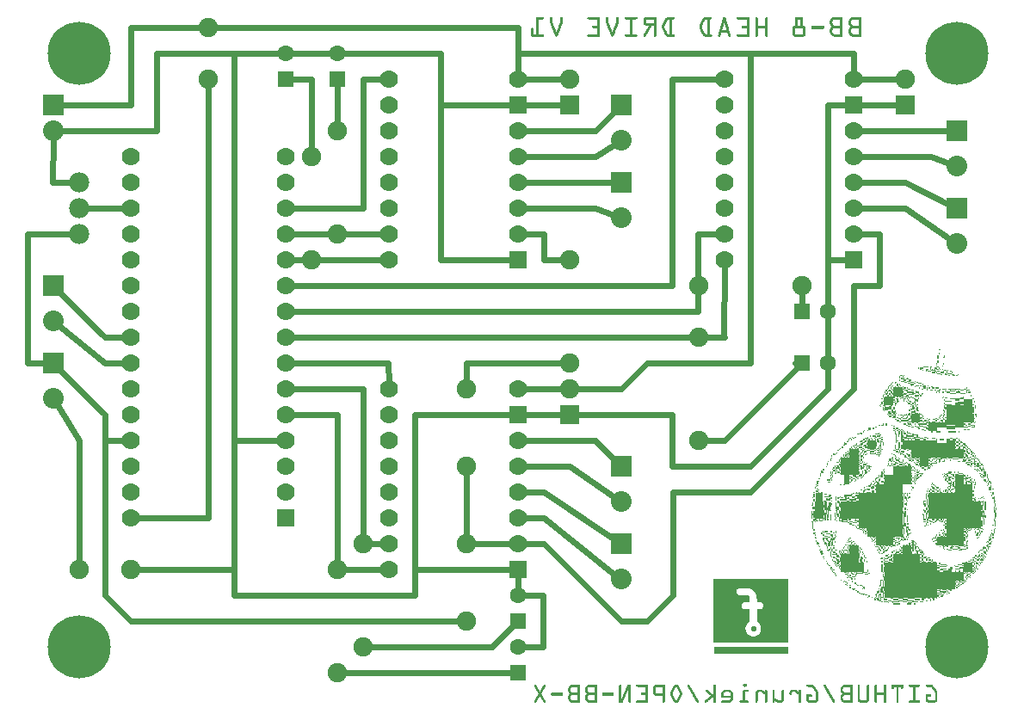
<source format=gbl>
G04 MADE WITH FRITZING*
G04 WWW.FRITZING.ORG*
G04 DOUBLE SIDED*
G04 HOLES PLATED*
G04 CONTOUR ON CENTER OF CONTOUR VECTOR*
%ASAXBY*%
%FSLAX23Y23*%
%MOIN*%
%OFA0B0*%
%SFA1.0B1.0*%
%ADD10C,0.244094*%
%ADD11C,0.075000*%
%ADD12C,0.062992*%
%ADD13C,0.021862*%
%ADD14C,0.070000*%
%ADD15C,0.080000*%
%ADD16C,0.078000*%
%ADD17R,0.062992X0.062992*%
%ADD18R,0.289331X0.025996*%
%ADD19R,0.069972X0.070000*%
%ADD20R,0.070000X0.070000*%
%ADD21R,0.080000X0.080000*%
%ADD22R,0.075000X0.075000*%
%ADD23C,0.024000*%
%ADD24R,0.001000X0.001000*%
%LNCOPPER0*%
G90*
G70*
G54D10*
X332Y269D03*
X332Y2569D03*
X3732Y2569D03*
X3732Y269D03*
G54D11*
X832Y2669D03*
X832Y2469D03*
X332Y569D03*
X532Y569D03*
X1432Y269D03*
X1432Y669D03*
X1432Y269D03*
X1432Y669D03*
X1332Y1869D03*
X1332Y2269D03*
X1332Y1869D03*
X1332Y2269D03*
X3132Y1669D03*
X2732Y1669D03*
X3132Y1669D03*
X2732Y1669D03*
G54D12*
X3134Y1569D03*
X3232Y1569D03*
X3134Y1569D03*
X3232Y1569D03*
X1332Y2471D03*
X1332Y2569D03*
X1332Y2471D03*
X1332Y2569D03*
X2032Y371D03*
X2032Y469D03*
X2032Y371D03*
X2032Y469D03*
X3134Y1369D03*
X3232Y1369D03*
X3134Y1369D03*
X3232Y1369D03*
G54D11*
X2732Y1069D03*
X2732Y1469D03*
X2732Y1069D03*
X2732Y1469D03*
G54D12*
X2032Y171D03*
X2032Y269D03*
X2032Y171D03*
X2032Y269D03*
G54D11*
X1332Y169D03*
X1332Y569D03*
X1332Y169D03*
X1332Y569D03*
G54D12*
X1132Y2471D03*
X1132Y2569D03*
X1132Y2471D03*
X1132Y2569D03*
G54D11*
X1232Y1769D03*
X1232Y2169D03*
X1232Y1769D03*
X1232Y2169D03*
G54D13*
X2945Y339D03*
G54D14*
X1132Y769D03*
X1132Y869D03*
X1132Y969D03*
X1132Y1069D03*
X1132Y1169D03*
X1132Y1269D03*
X1132Y1369D03*
X1132Y1469D03*
X1132Y1569D03*
X1132Y1669D03*
X1132Y1769D03*
X1132Y1869D03*
X1132Y1969D03*
X1132Y2069D03*
X1132Y2169D03*
X532Y769D03*
X532Y869D03*
X532Y969D03*
X532Y1069D03*
X532Y1169D03*
X532Y1269D03*
X532Y1369D03*
X532Y1469D03*
X532Y1569D03*
X532Y1669D03*
X532Y1769D03*
X532Y1869D03*
X532Y1969D03*
X532Y2069D03*
X532Y2169D03*
X1532Y2469D03*
X2032Y2469D03*
X1532Y2369D03*
X2032Y2369D03*
X1532Y2269D03*
X2032Y2269D03*
X1532Y2169D03*
X2032Y2169D03*
X1532Y2069D03*
X2032Y2069D03*
X1532Y1969D03*
X2032Y1969D03*
X1532Y1869D03*
X2032Y1869D03*
X1532Y1769D03*
X2032Y1769D03*
X1532Y1269D03*
X2032Y1269D03*
X1532Y1169D03*
X2032Y1169D03*
X1532Y1069D03*
X2032Y1069D03*
X1532Y969D03*
X2032Y969D03*
X1532Y869D03*
X2032Y869D03*
X1532Y769D03*
X2032Y769D03*
X1532Y669D03*
X2032Y669D03*
X1532Y569D03*
X2032Y569D03*
X2833Y2469D03*
X3333Y2469D03*
X2833Y2369D03*
X3333Y2369D03*
X2833Y2269D03*
X3333Y2269D03*
X2833Y2169D03*
X3333Y2169D03*
X2833Y2069D03*
X3333Y2069D03*
X2833Y1969D03*
X3333Y1969D03*
X2833Y1869D03*
X3333Y1869D03*
X2833Y1769D03*
X3333Y1769D03*
G54D15*
X232Y2369D03*
X232Y2269D03*
G54D11*
X2232Y1369D03*
X2232Y1769D03*
G54D15*
X2432Y2369D03*
X2432Y2232D03*
X2432Y2069D03*
X2432Y1932D03*
X3732Y2269D03*
X3732Y2132D03*
X3732Y1969D03*
X3732Y1832D03*
G54D11*
X3532Y2369D03*
X3532Y2469D03*
X2232Y1169D03*
X2232Y1269D03*
X2232Y2369D03*
X2232Y2469D03*
G54D15*
X2432Y969D03*
X2432Y832D03*
X2432Y669D03*
X2432Y532D03*
G54D11*
X1832Y669D03*
X1832Y369D03*
X1832Y1269D03*
X1832Y969D03*
G54D15*
X232Y1669D03*
X232Y1532D03*
X232Y1369D03*
X232Y1232D03*
G54D16*
X332Y2069D03*
X332Y1969D03*
X332Y1869D03*
G54D17*
X3134Y1569D03*
X3134Y1569D03*
X1332Y2471D03*
X1332Y2471D03*
X2032Y371D03*
X2032Y371D03*
X3134Y1369D03*
X3134Y1369D03*
X2032Y171D03*
X2032Y171D03*
X1132Y2471D03*
X1132Y2471D03*
G54D18*
X2935Y256D03*
G54D19*
X1132Y769D03*
G54D20*
X2032Y1769D03*
X2032Y2369D03*
X2032Y569D03*
X2032Y1169D03*
X3333Y1769D03*
X3333Y2369D03*
G54D21*
X232Y2369D03*
X2432Y2369D03*
X2432Y2069D03*
X3732Y2269D03*
X3732Y1969D03*
G54D22*
X3532Y2369D03*
X2232Y1169D03*
X2232Y2369D03*
G54D21*
X2432Y969D03*
X2432Y669D03*
X232Y1669D03*
X232Y1369D03*
G54D23*
X2632Y469D02*
X2532Y369D01*
D02*
X2632Y869D02*
X2632Y469D01*
D02*
X2932Y869D02*
X2632Y869D01*
D02*
X3332Y1269D02*
X2932Y869D01*
D02*
X2532Y369D02*
X2432Y369D01*
D02*
X2132Y669D02*
X2032Y669D01*
D02*
X2432Y369D02*
X2132Y669D01*
D02*
X3332Y1669D02*
X3332Y1269D01*
D02*
X3432Y1669D02*
X3332Y1669D01*
D02*
X3432Y1869D02*
X3432Y1669D01*
D02*
X3359Y1869D02*
X3432Y1869D01*
D02*
X832Y2441D02*
X832Y769D01*
D02*
X832Y769D02*
X561Y769D01*
D02*
X2204Y2369D02*
X2058Y2369D01*
D02*
X2204Y2469D02*
X2058Y2469D01*
D02*
X3504Y2369D02*
X3359Y2369D01*
D02*
X3504Y2469D02*
X3359Y2469D01*
D02*
X932Y569D02*
X561Y569D01*
D02*
X932Y1069D02*
X932Y569D01*
D02*
X932Y469D02*
X932Y1069D01*
D02*
X3133Y1641D02*
X3133Y1596D01*
D02*
X1332Y2444D02*
X1332Y2298D01*
D02*
X2032Y543D02*
X2032Y496D01*
D02*
X1932Y270D02*
X1461Y269D01*
D02*
X2013Y352D02*
X1932Y270D01*
D02*
X3132Y1369D02*
X2832Y1069D01*
D02*
X2832Y1069D02*
X2761Y1069D01*
D02*
X3107Y1369D02*
X3132Y1369D01*
D02*
X2131Y469D02*
X2131Y270D01*
D02*
X2131Y270D02*
X2059Y270D01*
D02*
X2059Y469D02*
X2131Y469D01*
D02*
X2005Y171D02*
X1361Y169D01*
D02*
X1233Y2470D02*
X1232Y2198D01*
D02*
X1159Y2471D02*
X1233Y2470D01*
D02*
X231Y1668D02*
X432Y1469D01*
D02*
X432Y1469D02*
X503Y1469D01*
D02*
X206Y1652D02*
X231Y1668D01*
D02*
X433Y1368D02*
X503Y1369D01*
D02*
X256Y1512D02*
X433Y1368D01*
D02*
X3234Y1768D02*
X3306Y1768D01*
D02*
X3232Y1596D02*
X3234Y1768D01*
D02*
X2204Y1269D02*
X2058Y1269D01*
D02*
X3234Y1768D02*
X3306Y1768D01*
D02*
X3232Y1396D02*
X3234Y1768D01*
D02*
X2131Y270D02*
X2131Y469D01*
D02*
X2032Y469D02*
X2032Y543D01*
D02*
X2131Y469D02*
X2032Y469D01*
D02*
X2059Y270D02*
X2131Y270D01*
D02*
X1432Y1270D02*
X1161Y1269D01*
D02*
X1432Y668D02*
X1432Y1270D01*
D02*
X1506Y669D02*
X1432Y668D01*
D02*
X1332Y1170D02*
X1161Y1169D01*
D02*
X1332Y569D02*
X1332Y1170D01*
D02*
X1506Y569D02*
X1332Y569D01*
D02*
X1531Y1369D02*
X1161Y1369D01*
D02*
X1532Y1295D02*
X1531Y1369D01*
D02*
X2832Y1469D02*
X1161Y1469D01*
D02*
X2831Y1469D02*
X2832Y1469D01*
D02*
X2832Y1742D02*
X2831Y1469D01*
D02*
X2232Y1569D02*
X1161Y1569D01*
D02*
X2731Y1569D02*
X2232Y1569D01*
D02*
X2731Y1868D02*
X2731Y1569D01*
D02*
X2806Y1868D02*
X2731Y1868D01*
D02*
X2631Y1669D02*
X1161Y1669D01*
D02*
X2631Y2470D02*
X2631Y1669D01*
D02*
X2806Y2469D02*
X2631Y2470D01*
D02*
X1506Y1769D02*
X1161Y1769D01*
D02*
X1506Y1869D02*
X1161Y1869D01*
D02*
X1432Y1968D02*
X1161Y1969D01*
D02*
X1432Y2470D02*
X1432Y1968D01*
D02*
X1506Y2469D02*
X1432Y2470D01*
D02*
X1733Y2370D02*
X1733Y2569D01*
D02*
X1733Y2569D02*
X933Y2569D01*
D02*
X2006Y2369D02*
X1733Y2370D01*
D02*
X933Y2569D02*
X933Y1070D01*
D02*
X933Y1070D02*
X1103Y1069D01*
D02*
X3332Y2569D02*
X2033Y2569D01*
D02*
X2033Y2569D02*
X2032Y2495D01*
D02*
X3333Y2495D02*
X3332Y2569D01*
D02*
X2932Y2569D02*
X2932Y1370D01*
D02*
X2532Y1370D02*
X2432Y1271D01*
D02*
X2432Y1271D02*
X2032Y1269D01*
D02*
X2932Y1370D02*
X2532Y1370D01*
D02*
X3332Y2569D02*
X2932Y2569D01*
D02*
X3333Y2495D02*
X3332Y2569D01*
D02*
X1733Y1769D02*
X2006Y1769D01*
D02*
X1733Y2370D02*
X1733Y1769D01*
D02*
X2006Y2369D02*
X1733Y2370D01*
D02*
X3232Y2369D02*
X3232Y1369D01*
D02*
X3232Y1269D02*
X2932Y969D01*
D02*
X2932Y969D02*
X2631Y969D01*
D02*
X2631Y969D02*
X2631Y1168D01*
D02*
X2631Y1168D02*
X2032Y1169D01*
D02*
X3232Y1369D02*
X3232Y1269D01*
D02*
X3306Y2369D02*
X3232Y2369D01*
D02*
X532Y2369D02*
X332Y2369D01*
D02*
X532Y2669D02*
X532Y2369D01*
D02*
X332Y2369D02*
X263Y2369D01*
D02*
X2033Y2669D02*
X532Y2669D01*
D02*
X2032Y2495D02*
X2033Y2669D01*
D02*
X632Y2369D02*
X632Y2569D01*
D02*
X632Y2569D02*
X1332Y2569D01*
D02*
X632Y2269D02*
X632Y2369D01*
D02*
X632Y2369D02*
X632Y2269D01*
D02*
X632Y2569D02*
X632Y2369D01*
D02*
X1733Y2569D02*
X632Y2569D01*
D02*
X632Y2269D02*
X332Y2269D01*
D02*
X332Y2269D02*
X263Y2269D01*
D02*
X632Y2569D02*
X632Y2269D01*
D02*
X1332Y2569D02*
X632Y2569D01*
D02*
X1733Y2370D02*
X1733Y2569D01*
D02*
X2006Y2369D02*
X1733Y2370D01*
D02*
X1632Y1169D02*
X1632Y469D01*
D02*
X1632Y469D02*
X932Y469D01*
D02*
X2006Y1169D02*
X1632Y1169D01*
D02*
X932Y469D02*
X933Y1070D01*
D02*
X933Y1070D02*
X1103Y1069D01*
D02*
X1632Y1169D02*
X1632Y569D01*
D02*
X1632Y569D02*
X2006Y569D01*
D02*
X2006Y1169D02*
X1632Y1169D01*
D02*
X3232Y2369D02*
X3232Y1768D01*
D02*
X3232Y1768D02*
X3306Y1768D01*
D02*
X3306Y2369D02*
X3232Y2369D01*
D02*
X2132Y1769D02*
X2132Y1868D01*
D02*
X2132Y1868D02*
X2058Y1869D01*
D02*
X2232Y1769D02*
X2132Y1769D01*
D02*
X2332Y2269D02*
X2058Y2269D01*
D02*
X2410Y2347D02*
X2332Y2269D01*
D02*
X2332Y2169D02*
X2058Y2169D01*
D02*
X2406Y2215D02*
X2332Y2169D01*
D02*
X2401Y2069D02*
X2058Y2069D01*
D02*
X2332Y1969D02*
X2058Y1969D01*
D02*
X2403Y1943D02*
X2332Y1969D01*
D02*
X3632Y2269D02*
X3359Y2269D01*
D02*
X3701Y2269D02*
X3632Y2269D01*
D02*
X3632Y2169D02*
X3359Y2169D01*
D02*
X3703Y2143D02*
X3632Y2169D01*
D02*
X3532Y2069D02*
X3359Y2069D01*
D02*
X3704Y1983D02*
X3532Y2069D01*
D02*
X3532Y1969D02*
X3359Y1969D01*
D02*
X3707Y1849D02*
X3532Y1969D01*
D02*
X532Y369D02*
X432Y469D01*
D02*
X1804Y369D02*
X532Y369D01*
D02*
X432Y469D02*
X432Y1069D01*
D02*
X432Y1069D02*
X503Y1069D01*
D02*
X1861Y669D02*
X2006Y669D01*
D02*
X1832Y941D02*
X1832Y698D01*
D02*
X2204Y1369D02*
X1832Y1369D01*
D02*
X1832Y1369D02*
X1832Y1298D01*
D02*
X2232Y969D02*
X2058Y969D01*
D02*
X2407Y849D02*
X2232Y969D01*
D02*
X2332Y1069D02*
X2058Y1069D01*
D02*
X2410Y991D02*
X2332Y1069D01*
D02*
X2132Y869D02*
X2406Y687D01*
D02*
X2058Y869D02*
X2132Y869D01*
D02*
X2132Y769D02*
X2408Y551D01*
D02*
X2058Y769D02*
X2132Y769D01*
D02*
X254Y1347D02*
X433Y1169D01*
D02*
X433Y1169D02*
X433Y1071D01*
D02*
X433Y1071D02*
X503Y1070D01*
D02*
X249Y1205D02*
X332Y1071D01*
D02*
X332Y1071D02*
X332Y598D01*
D02*
X503Y1969D02*
X362Y1969D01*
D02*
X133Y1871D02*
X133Y1368D01*
D02*
X133Y1368D02*
X201Y1369D01*
D02*
X302Y1870D02*
X133Y1871D01*
D02*
X232Y2238D02*
X231Y2070D01*
D02*
X231Y2070D02*
X302Y2069D01*
G36*
X3671Y1424D02*
X3671Y1420D01*
X3663Y1420D01*
X3663Y1424D01*
X3671Y1424D01*
G37*
D02*
G36*
X3667Y1411D02*
X3667Y1403D01*
X3663Y1403D01*
X3663Y1411D01*
X3667Y1411D01*
G37*
D02*
G36*
X3688Y1398D02*
X3688Y1390D01*
X3680Y1390D01*
X3680Y1394D01*
X3684Y1394D01*
X3684Y1398D01*
X3688Y1398D01*
G37*
D02*
G36*
X3663Y1398D02*
X3663Y1386D01*
X3658Y1386D01*
X3658Y1398D01*
X3663Y1398D01*
G37*
D02*
G36*
X3663Y1381D02*
X3663Y1369D01*
X3658Y1369D01*
X3658Y1381D01*
X3663Y1381D01*
G37*
D02*
G36*
X3684Y1369D02*
X3684Y1364D01*
X3680Y1364D01*
X3680Y1369D01*
X3684Y1369D01*
G37*
D02*
G36*
X3658Y1369D02*
X3658Y1364D01*
X3654Y1364D01*
X3654Y1369D01*
X3658Y1369D01*
G37*
D02*
G36*
X3680Y1360D02*
X3680Y1356D01*
X3675Y1356D01*
X3675Y1360D01*
X3680Y1360D01*
G37*
D02*
G36*
X3658Y1360D02*
X3658Y1356D01*
X3654Y1356D01*
X3654Y1360D01*
X3658Y1360D01*
G37*
D02*
G36*
X3663Y1356D02*
X3663Y1352D01*
X3658Y1352D01*
X3658Y1356D01*
X3663Y1356D01*
G37*
D02*
G36*
X3637Y1356D02*
X3637Y1352D01*
X3633Y1352D01*
X3633Y1343D01*
X3629Y1343D01*
X3629Y1356D01*
X3637Y1356D01*
G37*
D02*
G36*
X3624Y1356D02*
X3624Y1352D01*
X3603Y1352D01*
X3603Y1356D01*
X3624Y1356D01*
G37*
D02*
G36*
X3667Y1352D02*
X3667Y1347D01*
X3663Y1347D01*
X3663Y1352D01*
X3667Y1352D01*
G37*
D02*
G36*
X3658Y1352D02*
X3658Y1347D01*
X3646Y1347D01*
X3646Y1352D01*
X3658Y1352D01*
G37*
D02*
G36*
X3663Y1347D02*
X3663Y1343D01*
X3654Y1343D01*
X3654Y1347D01*
X3663Y1347D01*
G37*
D02*
G36*
X3650Y1347D02*
X3650Y1343D01*
X3646Y1343D01*
X3646Y1347D01*
X3650Y1347D01*
G37*
D02*
G36*
X3641Y1347D02*
X3641Y1343D01*
X3637Y1343D01*
X3637Y1347D01*
X3641Y1347D01*
G37*
D02*
G36*
X3650Y1343D02*
X3650Y1339D01*
X3633Y1339D01*
X3633Y1343D01*
X3650Y1343D01*
G37*
D02*
G36*
X3650Y1343D02*
X3650Y1339D01*
X3633Y1339D01*
X3633Y1343D01*
X3650Y1343D01*
G37*
D02*
G36*
X3654Y1339D02*
X3654Y1335D01*
X3650Y1335D01*
X3650Y1330D01*
X3637Y1330D01*
X3637Y1335D01*
X3646Y1335D01*
X3646Y1339D01*
X3654Y1339D01*
G37*
D02*
G36*
X3603Y1352D02*
X3603Y1347D01*
X3595Y1347D01*
X3595Y1343D01*
X3590Y1343D01*
X3590Y1352D01*
X3603Y1352D01*
G37*
D02*
G36*
X3586Y1352D02*
X3586Y1347D01*
X3582Y1347D01*
X3582Y1352D01*
X3586Y1352D01*
G37*
D02*
G36*
X3680Y1347D02*
X3680Y1343D01*
X3675Y1343D01*
X3675Y1347D01*
X3680Y1347D01*
G37*
D02*
G36*
X3671Y1347D02*
X3671Y1343D01*
X3667Y1343D01*
X3667Y1347D01*
X3671Y1347D01*
G37*
D02*
G36*
X3624Y1347D02*
X3624Y1343D01*
X3620Y1343D01*
X3620Y1339D01*
X3616Y1339D01*
X3616Y1335D01*
X3612Y1335D01*
X3612Y1347D01*
X3624Y1347D01*
G37*
D02*
G36*
X3701Y1343D02*
X3701Y1339D01*
X3697Y1339D01*
X3697Y1343D01*
X3701Y1343D01*
G37*
D02*
G36*
X3692Y1343D02*
X3692Y1339D01*
X3684Y1339D01*
X3684Y1343D01*
X3692Y1343D01*
G37*
D02*
G36*
X3603Y1343D02*
X3603Y1339D01*
X3599Y1339D01*
X3599Y1343D01*
X3603Y1343D01*
G37*
D02*
G36*
X3714Y1339D02*
X3714Y1335D01*
X3705Y1335D01*
X3705Y1339D01*
X3714Y1339D01*
G37*
D02*
G36*
X3697Y1339D02*
X3697Y1330D01*
X3692Y1330D01*
X3692Y1339D01*
X3697Y1339D01*
G37*
D02*
G36*
X3684Y1339D02*
X3684Y1330D01*
X3671Y1330D01*
X3671Y1335D01*
X3680Y1335D01*
X3680Y1339D01*
X3684Y1339D01*
G37*
D02*
G36*
X3667Y1339D02*
X3667Y1335D01*
X3658Y1335D01*
X3658Y1339D01*
X3667Y1339D01*
G37*
D02*
G36*
X3633Y1339D02*
X3633Y1335D01*
X3620Y1335D01*
X3620Y1339D01*
X3633Y1339D01*
G37*
D02*
G36*
X3718Y1335D02*
X3718Y1330D01*
X3714Y1330D01*
X3714Y1335D01*
X3718Y1335D01*
G37*
D02*
G36*
X3658Y1335D02*
X3658Y1330D01*
X3654Y1330D01*
X3654Y1335D01*
X3658Y1335D01*
G37*
D02*
G36*
X3714Y1330D02*
X3714Y1326D01*
X3697Y1326D01*
X3697Y1330D01*
X3714Y1330D01*
G37*
D02*
G36*
X3692Y1330D02*
X3692Y1326D01*
X3697Y1326D01*
X3697Y1322D01*
X3688Y1322D01*
X3688Y1330D01*
X3692Y1330D01*
G37*
D02*
G36*
X3671Y1330D02*
X3671Y1326D01*
X3658Y1326D01*
X3658Y1330D01*
X3671Y1330D01*
G37*
D02*
G36*
X3739Y1326D02*
X3739Y1322D01*
X3735Y1322D01*
X3735Y1326D01*
X3739Y1326D01*
G37*
D02*
G36*
X3722Y1326D02*
X3722Y1322D01*
X3726Y1322D01*
X3726Y1318D01*
X3718Y1318D01*
X3718Y1322D01*
X3714Y1322D01*
X3714Y1326D01*
X3722Y1326D01*
G37*
D02*
G36*
X3675Y1326D02*
X3675Y1322D01*
X3671Y1322D01*
X3671Y1326D01*
X3675Y1326D01*
G37*
D02*
G36*
X3735Y1322D02*
X3735Y1318D01*
X3731Y1318D01*
X3731Y1322D01*
X3735Y1322D01*
G37*
D02*
G36*
X3705Y1322D02*
X3705Y1318D01*
X3701Y1318D01*
X3701Y1322D01*
X3705Y1322D01*
G37*
D02*
G36*
X3531Y1322D02*
X3531Y1318D01*
X3527Y1318D01*
X3527Y1322D01*
X3531Y1322D01*
G37*
D02*
G36*
X3522Y1322D02*
X3522Y1318D01*
X3514Y1318D01*
X3514Y1322D01*
X3522Y1322D01*
G37*
D02*
G36*
X3527Y1318D02*
X3527Y1313D01*
X3522Y1313D01*
X3522Y1318D01*
X3527Y1318D01*
G37*
D02*
G36*
X3514Y1318D02*
X3514Y1309D01*
X3510Y1309D01*
X3510Y1318D01*
X3514Y1318D01*
G37*
D02*
G36*
X3544Y1313D02*
X3544Y1309D01*
X3548Y1309D01*
X3548Y1305D01*
X3535Y1305D01*
X3535Y1309D01*
X3539Y1309D01*
X3539Y1313D01*
X3544Y1313D01*
G37*
D02*
G36*
X3531Y1313D02*
X3531Y1309D01*
X3527Y1309D01*
X3527Y1313D01*
X3531Y1313D01*
G37*
D02*
G36*
X3522Y1313D02*
X3522Y1309D01*
X3518Y1309D01*
X3518Y1313D01*
X3522Y1313D01*
G37*
D02*
G36*
X3531Y1309D02*
X3531Y1305D01*
X3518Y1305D01*
X3518Y1309D01*
X3531Y1309D01*
G37*
D02*
G36*
X3531Y1309D02*
X3531Y1305D01*
X3518Y1305D01*
X3518Y1309D01*
X3531Y1309D01*
G37*
D02*
G36*
X3535Y1305D02*
X3535Y1301D01*
X3531Y1301D01*
X3531Y1296D01*
X3518Y1296D01*
X3518Y1301D01*
X3527Y1301D01*
X3527Y1305D01*
X3535Y1305D01*
G37*
D02*
G36*
X3556Y1305D02*
X3556Y1301D01*
X3552Y1301D01*
X3552Y1296D01*
X3539Y1296D01*
X3539Y1301D01*
X3548Y1301D01*
X3548Y1305D01*
X3556Y1305D01*
G37*
D02*
G36*
X3514Y1305D02*
X3514Y1301D01*
X3510Y1301D01*
X3510Y1305D01*
X3514Y1305D01*
G37*
D02*
G36*
X3573Y1301D02*
X3573Y1296D01*
X3569Y1296D01*
X3569Y1301D01*
X3573Y1301D01*
G37*
D02*
G36*
X3582Y1296D02*
X3582Y1292D01*
X3578Y1292D01*
X3578Y1296D01*
X3582Y1296D01*
G37*
D02*
G36*
X3565Y1296D02*
X3565Y1292D01*
X3552Y1292D01*
X3552Y1296D01*
X3565Y1296D01*
G37*
D02*
G36*
X3539Y1296D02*
X3539Y1292D01*
X3531Y1292D01*
X3531Y1296D01*
X3539Y1296D01*
G37*
D02*
G36*
X3501Y1296D02*
X3501Y1292D01*
X3497Y1292D01*
X3497Y1288D01*
X3492Y1288D01*
X3492Y1296D01*
X3501Y1296D01*
G37*
D02*
G36*
X3488Y1296D02*
X3488Y1292D01*
X3484Y1292D01*
X3484Y1296D01*
X3488Y1296D01*
G37*
D02*
G36*
X3595Y1292D02*
X3595Y1288D01*
X3582Y1288D01*
X3582Y1292D01*
X3595Y1292D01*
G37*
D02*
G36*
X3573Y1292D02*
X3573Y1288D01*
X3565Y1288D01*
X3565Y1292D01*
X3573Y1292D01*
G37*
D02*
G36*
X3552Y1292D02*
X3552Y1288D01*
X3544Y1288D01*
X3544Y1292D01*
X3552Y1292D01*
G37*
D02*
G36*
X3484Y1292D02*
X3484Y1288D01*
X3480Y1288D01*
X3480Y1292D01*
X3484Y1292D01*
G37*
D02*
G36*
X3603Y1288D02*
X3603Y1284D01*
X3599Y1284D01*
X3599Y1288D01*
X3603Y1288D01*
G37*
D02*
G36*
X3565Y1288D02*
X3565Y1284D01*
X3561Y1284D01*
X3561Y1279D01*
X3556Y1279D01*
X3556Y1284D01*
X3552Y1284D01*
X3552Y1288D01*
X3565Y1288D01*
G37*
D02*
G36*
X3514Y1288D02*
X3514Y1284D01*
X3510Y1284D01*
X3510Y1288D01*
X3514Y1288D01*
G37*
D02*
G36*
X3505Y1288D02*
X3505Y1279D01*
X3501Y1279D01*
X3501Y1288D01*
X3505Y1288D01*
G37*
D02*
G36*
X3480Y1288D02*
X3480Y1284D01*
X3475Y1284D01*
X3475Y1288D01*
X3480Y1288D01*
G37*
D02*
G36*
X3624Y1284D02*
X3624Y1279D01*
X3620Y1279D01*
X3620Y1284D01*
X3624Y1284D01*
G37*
D02*
G36*
X3612Y1284D02*
X3612Y1271D01*
X3603Y1271D01*
X3603Y1275D01*
X3599Y1275D01*
X3599Y1279D01*
X3603Y1279D01*
X3603Y1284D01*
X3612Y1284D01*
G37*
D02*
G36*
X3595Y1284D02*
X3595Y1279D01*
X3590Y1279D01*
X3590Y1284D01*
X3595Y1284D01*
G37*
D02*
G36*
X3586Y1284D02*
X3586Y1279D01*
X3573Y1279D01*
X3573Y1284D01*
X3586Y1284D01*
G37*
D02*
G36*
X3518Y1284D02*
X3518Y1279D01*
X3514Y1279D01*
X3514Y1284D01*
X3518Y1284D01*
G37*
D02*
G36*
X3488Y1284D02*
X3488Y1279D01*
X3484Y1279D01*
X3484Y1284D01*
X3488Y1284D01*
G37*
D02*
G36*
X3475Y1284D02*
X3475Y1279D01*
X3471Y1279D01*
X3471Y1284D01*
X3475Y1284D01*
G37*
D02*
G36*
X3641Y1279D02*
X3641Y1275D01*
X3646Y1275D01*
X3646Y1271D01*
X3637Y1271D01*
X3637Y1275D01*
X3633Y1275D01*
X3633Y1279D01*
X3641Y1279D01*
G37*
D02*
G36*
X3573Y1279D02*
X3573Y1275D01*
X3569Y1275D01*
X3569Y1279D01*
X3573Y1279D01*
G37*
D02*
G36*
X3527Y1279D02*
X3527Y1275D01*
X3522Y1275D01*
X3522Y1279D01*
X3527Y1279D01*
G37*
D02*
G36*
X3484Y1279D02*
X3484Y1275D01*
X3480Y1275D01*
X3480Y1279D01*
X3484Y1279D01*
G37*
D02*
G36*
X3471Y1279D02*
X3471Y1271D01*
X3467Y1271D01*
X3467Y1279D01*
X3471Y1279D01*
G37*
D02*
G36*
X3773Y1275D02*
X3773Y1271D01*
X3769Y1271D01*
X3769Y1275D01*
X3773Y1275D01*
G37*
D02*
G36*
X3663Y1275D02*
X3663Y1271D01*
X3650Y1271D01*
X3650Y1275D01*
X3663Y1275D01*
G37*
D02*
G36*
X3629Y1275D02*
X3629Y1271D01*
X3624Y1271D01*
X3624Y1275D01*
X3629Y1275D01*
G37*
D02*
G36*
X3620Y1275D02*
X3620Y1262D01*
X3616Y1262D01*
X3616Y1275D01*
X3620Y1275D01*
G37*
D02*
G36*
X3590Y1275D02*
X3590Y1271D01*
X3586Y1271D01*
X3586Y1275D01*
X3590Y1275D01*
G37*
D02*
G36*
X3544Y1275D02*
X3544Y1271D01*
X3539Y1271D01*
X3539Y1275D01*
X3544Y1275D01*
G37*
D02*
G36*
X3480Y1275D02*
X3480Y1271D01*
X3475Y1271D01*
X3475Y1275D01*
X3480Y1275D01*
G37*
D02*
G36*
X3769Y1271D02*
X3769Y1267D01*
X3760Y1267D01*
X3760Y1271D01*
X3769Y1271D01*
G37*
D02*
G36*
X3748Y1271D02*
X3748Y1267D01*
X3709Y1267D01*
X3709Y1262D01*
X3705Y1262D01*
X3705Y1267D01*
X3701Y1267D01*
X3701Y1271D01*
X3748Y1271D01*
G37*
D02*
G36*
X3731Y1267D02*
X3731Y1262D01*
X3726Y1262D01*
X3726Y1267D01*
X3731Y1267D01*
G37*
D02*
G36*
X3726Y1262D02*
X3726Y1258D01*
X3705Y1258D01*
X3705Y1262D01*
X3726Y1262D01*
G37*
D02*
G36*
X3692Y1271D02*
X3692Y1267D01*
X3675Y1267D01*
X3675Y1271D01*
X3692Y1271D01*
G37*
D02*
G36*
X3671Y1271D02*
X3671Y1262D01*
X3667Y1262D01*
X3667Y1254D01*
X3663Y1254D01*
X3663Y1258D01*
X3658Y1258D01*
X3658Y1262D01*
X3663Y1262D01*
X3663Y1267D01*
X3667Y1267D01*
X3667Y1271D01*
X3671Y1271D01*
G37*
D02*
G36*
X3603Y1271D02*
X3603Y1267D01*
X3595Y1267D01*
X3595Y1271D01*
X3603Y1271D01*
G37*
D02*
G36*
X3552Y1271D02*
X3552Y1267D01*
X3544Y1267D01*
X3544Y1271D01*
X3552Y1271D01*
G37*
D02*
G36*
X3484Y1271D02*
X3484Y1267D01*
X3480Y1267D01*
X3480Y1271D01*
X3484Y1271D01*
G37*
D02*
G36*
X3467Y1271D02*
X3467Y1267D01*
X3463Y1267D01*
X3463Y1271D01*
X3467Y1271D01*
G37*
D02*
G36*
X3782Y1267D02*
X3782Y1262D01*
X3773Y1262D01*
X3773Y1254D01*
X3769Y1254D01*
X3769Y1267D01*
X3782Y1267D01*
G37*
D02*
G36*
X3760Y1267D02*
X3760Y1262D01*
X3748Y1262D01*
X3748Y1267D01*
X3760Y1267D01*
G37*
D02*
G36*
X3654Y1267D02*
X3654Y1262D01*
X3646Y1262D01*
X3646Y1267D01*
X3654Y1267D01*
G37*
D02*
G36*
X3641Y1267D02*
X3641Y1262D01*
X3629Y1262D01*
X3629Y1267D01*
X3641Y1267D01*
G37*
D02*
G36*
X3565Y1267D02*
X3565Y1262D01*
X3556Y1262D01*
X3556Y1267D01*
X3565Y1267D01*
G37*
D02*
G36*
X3544Y1267D02*
X3544Y1258D01*
X3565Y1258D01*
X3565Y1254D01*
X3573Y1254D01*
X3573Y1250D01*
X3565Y1250D01*
X3565Y1245D01*
X3548Y1245D01*
X3548Y1250D01*
X3561Y1250D01*
X3561Y1254D01*
X3539Y1254D01*
X3539Y1258D01*
X3535Y1258D01*
X3535Y1262D01*
X3531Y1262D01*
X3531Y1267D01*
X3544Y1267D01*
G37*
D02*
G36*
X3463Y1267D02*
X3463Y1258D01*
X3458Y1258D01*
X3458Y1267D01*
X3463Y1267D01*
G37*
D02*
G36*
X3743Y1262D02*
X3743Y1258D01*
X3748Y1258D01*
X3748Y1254D01*
X3731Y1254D01*
X3731Y1258D01*
X3735Y1258D01*
X3735Y1262D01*
X3743Y1262D01*
G37*
D02*
G36*
X3692Y1262D02*
X3692Y1258D01*
X3688Y1258D01*
X3688Y1262D01*
X3692Y1262D01*
G37*
D02*
G36*
X3578Y1262D02*
X3578Y1258D01*
X3586Y1258D01*
X3586Y1250D01*
X3582Y1250D01*
X3582Y1254D01*
X3573Y1254D01*
X3573Y1262D01*
X3578Y1262D01*
G37*
D02*
G36*
X3786Y1258D02*
X3786Y1254D01*
X3777Y1254D01*
X3777Y1258D01*
X3786Y1258D01*
G37*
D02*
G36*
X3705Y1258D02*
X3705Y1254D01*
X3692Y1254D01*
X3692Y1258D01*
X3705Y1258D01*
G37*
D02*
G36*
X3684Y1258D02*
X3684Y1254D01*
X3675Y1254D01*
X3675Y1258D01*
X3684Y1258D01*
G37*
D02*
G36*
X3658Y1258D02*
X3658Y1254D01*
X3654Y1254D01*
X3654Y1258D01*
X3658Y1258D01*
G37*
D02*
G36*
X3467Y1258D02*
X3467Y1250D01*
X3463Y1250D01*
X3463Y1245D01*
X3458Y1245D01*
X3458Y1254D01*
X3463Y1254D01*
X3463Y1258D01*
X3467Y1258D01*
G37*
D02*
G36*
X3458Y1258D02*
X3458Y1254D01*
X3454Y1254D01*
X3454Y1258D01*
X3458Y1258D01*
G37*
D02*
G36*
X3765Y1254D02*
X3765Y1250D01*
X3748Y1250D01*
X3748Y1254D01*
X3765Y1254D01*
G37*
D02*
G36*
X3731Y1254D02*
X3731Y1250D01*
X3705Y1250D01*
X3705Y1254D01*
X3731Y1254D01*
G37*
D02*
G36*
X3603Y1254D02*
X3603Y1250D01*
X3599Y1250D01*
X3599Y1245D01*
X3595Y1245D01*
X3595Y1254D01*
X3603Y1254D01*
G37*
D02*
G36*
X3510Y1279D02*
X3510Y1275D01*
X3505Y1275D01*
X3505Y1279D01*
X3510Y1279D01*
G37*
D02*
G36*
X3497Y1279D02*
X3497Y1275D01*
X3492Y1275D01*
X3492Y1279D01*
X3497Y1279D01*
G37*
D02*
G36*
X3535Y1275D02*
X3535Y1271D01*
X3527Y1271D01*
X3527Y1275D01*
X3535Y1275D01*
G37*
D02*
G36*
X3522Y1275D02*
X3522Y1271D01*
X3488Y1271D01*
X3488Y1275D01*
X3522Y1275D01*
G37*
D02*
G36*
X3522Y1275D02*
X3522Y1271D01*
X3488Y1271D01*
X3488Y1275D01*
X3522Y1275D01*
G37*
D02*
G36*
X3531Y1271D02*
X3531Y1267D01*
X3488Y1267D01*
X3488Y1271D01*
X3531Y1271D01*
G37*
D02*
G36*
X3531Y1271D02*
X3531Y1267D01*
X3488Y1267D01*
X3488Y1271D01*
X3531Y1271D01*
G37*
D02*
G36*
X3522Y1267D02*
X3522Y1262D01*
X3527Y1262D01*
X3527Y1254D01*
X3539Y1254D01*
X3539Y1250D01*
X3527Y1250D01*
X3527Y1254D01*
X3488Y1254D01*
X3488Y1262D01*
X3484Y1262D01*
X3484Y1267D01*
X3522Y1267D01*
G37*
D02*
G36*
X3475Y1267D02*
X3475Y1262D01*
X3480Y1262D01*
X3480Y1258D01*
X3484Y1258D01*
X3484Y1254D01*
X3475Y1254D01*
X3475Y1258D01*
X3467Y1258D01*
X3467Y1262D01*
X3471Y1262D01*
X3471Y1267D01*
X3475Y1267D01*
G37*
D02*
G36*
X3522Y1254D02*
X3522Y1250D01*
X3480Y1250D01*
X3480Y1254D01*
X3522Y1254D01*
G37*
D02*
G36*
X3522Y1254D02*
X3522Y1250D01*
X3480Y1250D01*
X3480Y1254D01*
X3522Y1254D01*
G37*
D02*
G36*
X3535Y1250D02*
X3535Y1245D01*
X3484Y1245D01*
X3484Y1250D01*
X3535Y1250D01*
G37*
D02*
G36*
X3535Y1250D02*
X3535Y1245D01*
X3484Y1245D01*
X3484Y1250D01*
X3535Y1250D01*
G37*
D02*
G36*
X3527Y1245D02*
X3527Y1241D01*
X3505Y1241D01*
X3505Y1237D01*
X3501Y1237D01*
X3501Y1241D01*
X3488Y1241D01*
X3488Y1245D01*
X3527Y1245D01*
G37*
D02*
G36*
X3480Y1245D02*
X3480Y1241D01*
X3475Y1241D01*
X3475Y1245D01*
X3480Y1245D01*
G37*
D02*
G36*
X3471Y1245D02*
X3471Y1241D01*
X3463Y1241D01*
X3463Y1245D01*
X3471Y1245D01*
G37*
D02*
G36*
X3527Y1241D02*
X3527Y1237D01*
X3522Y1237D01*
X3522Y1241D01*
X3527Y1241D01*
G37*
D02*
G36*
X3518Y1241D02*
X3518Y1237D01*
X3510Y1237D01*
X3510Y1241D01*
X3518Y1241D01*
G37*
D02*
G36*
X3492Y1241D02*
X3492Y1237D01*
X3454Y1237D01*
X3454Y1241D01*
X3492Y1241D01*
G37*
D02*
G36*
X3492Y1241D02*
X3492Y1237D01*
X3454Y1237D01*
X3454Y1241D01*
X3492Y1241D01*
G37*
D02*
G36*
X3492Y1241D02*
X3492Y1237D01*
X3454Y1237D01*
X3454Y1241D01*
X3492Y1241D01*
G37*
D02*
G36*
X3527Y1237D02*
X3527Y1233D01*
X3518Y1233D01*
X3518Y1237D01*
X3527Y1237D01*
G37*
D02*
G36*
X3492Y1237D02*
X3492Y1233D01*
X3488Y1233D01*
X3488Y1228D01*
X3492Y1228D01*
X3492Y1224D01*
X3488Y1224D01*
X3488Y1220D01*
X3492Y1220D01*
X3492Y1216D01*
X3488Y1216D01*
X3488Y1207D01*
X3458Y1207D01*
X3458Y1199D01*
X3454Y1199D01*
X3454Y1203D01*
X3446Y1203D01*
X3446Y1207D01*
X3450Y1207D01*
X3450Y1220D01*
X3446Y1220D01*
X3446Y1224D01*
X3450Y1224D01*
X3450Y1237D01*
X3492Y1237D01*
G37*
D02*
G36*
X3484Y1207D02*
X3484Y1203D01*
X3480Y1203D01*
X3480Y1199D01*
X3471Y1199D01*
X3471Y1203D01*
X3475Y1203D01*
X3475Y1207D01*
X3484Y1207D01*
G37*
D02*
G36*
X3480Y1199D02*
X3480Y1194D01*
X3454Y1194D01*
X3454Y1199D01*
X3480Y1199D01*
G37*
D02*
G36*
X3480Y1199D02*
X3480Y1194D01*
X3454Y1194D01*
X3454Y1199D01*
X3480Y1199D01*
G37*
D02*
G36*
X3450Y1199D02*
X3450Y1194D01*
X3446Y1194D01*
X3446Y1199D01*
X3450Y1199D01*
G37*
D02*
G36*
X3480Y1194D02*
X3480Y1190D01*
X3446Y1190D01*
X3446Y1194D01*
X3480Y1194D01*
G37*
D02*
G36*
X3480Y1194D02*
X3480Y1190D01*
X3446Y1190D01*
X3446Y1194D01*
X3480Y1194D01*
G37*
D02*
G36*
X3467Y1190D02*
X3467Y1186D01*
X3454Y1186D01*
X3454Y1190D01*
X3467Y1190D01*
G37*
D02*
G36*
X3450Y1190D02*
X3450Y1186D01*
X3446Y1186D01*
X3446Y1190D01*
X3450Y1190D01*
G37*
D02*
G36*
X3475Y1254D02*
X3475Y1245D01*
X3471Y1245D01*
X3471Y1254D01*
X3475Y1254D01*
G37*
D02*
G36*
X3590Y1250D02*
X3590Y1245D01*
X3586Y1245D01*
X3586Y1250D01*
X3590Y1250D01*
G37*
D02*
G36*
X3454Y1250D02*
X3454Y1245D01*
X3450Y1245D01*
X3450Y1250D01*
X3454Y1250D01*
G37*
D02*
G36*
X3790Y1245D02*
X3790Y1241D01*
X3786Y1241D01*
X3786Y1245D01*
X3790Y1245D01*
G37*
D02*
G36*
X3595Y1245D02*
X3595Y1241D01*
X3590Y1241D01*
X3590Y1245D01*
X3595Y1245D01*
G37*
D02*
G36*
X3586Y1245D02*
X3586Y1241D01*
X3578Y1241D01*
X3578Y1237D01*
X3573Y1237D01*
X3573Y1241D01*
X3569Y1241D01*
X3569Y1245D01*
X3586Y1245D01*
G37*
D02*
G36*
X3548Y1245D02*
X3548Y1241D01*
X3539Y1241D01*
X3539Y1237D01*
X3531Y1237D01*
X3531Y1241D01*
X3535Y1241D01*
X3535Y1245D01*
X3548Y1245D01*
G37*
D02*
G36*
X3548Y1241D02*
X3548Y1237D01*
X3544Y1237D01*
X3544Y1241D01*
X3548Y1241D01*
G37*
D02*
G36*
X3450Y1245D02*
X3450Y1237D01*
X3446Y1237D01*
X3446Y1245D01*
X3450Y1245D01*
G37*
D02*
G36*
X3760Y1241D02*
X3760Y1228D01*
X3743Y1228D01*
X3743Y1224D01*
X3726Y1224D01*
X3726Y1228D01*
X3705Y1228D01*
X3705Y1233D01*
X3748Y1233D01*
X3748Y1237D01*
X3756Y1237D01*
X3756Y1241D01*
X3760Y1241D01*
G37*
D02*
G36*
X3684Y1241D02*
X3684Y1237D01*
X3680Y1237D01*
X3680Y1241D01*
X3684Y1241D01*
G37*
D02*
G36*
X3561Y1241D02*
X3561Y1237D01*
X3552Y1237D01*
X3552Y1241D01*
X3561Y1241D01*
G37*
D02*
G36*
X3697Y1237D02*
X3697Y1233D01*
X3688Y1233D01*
X3688Y1237D01*
X3697Y1237D01*
G37*
D02*
G36*
X3680Y1237D02*
X3680Y1233D01*
X3675Y1233D01*
X3675Y1237D01*
X3680Y1237D01*
G37*
D02*
G36*
X3586Y1237D02*
X3586Y1228D01*
X3582Y1228D01*
X3582Y1237D01*
X3586Y1237D01*
G37*
D02*
G36*
X3565Y1237D02*
X3565Y1233D01*
X3561Y1233D01*
X3561Y1237D01*
X3565Y1237D01*
G37*
D02*
G36*
X3552Y1237D02*
X3552Y1233D01*
X3548Y1233D01*
X3548Y1237D01*
X3552Y1237D01*
G37*
D02*
G36*
X3544Y1237D02*
X3544Y1228D01*
X3539Y1228D01*
X3539Y1237D01*
X3544Y1237D01*
G37*
D02*
G36*
X3799Y1233D02*
X3799Y1228D01*
X3794Y1228D01*
X3794Y1233D01*
X3799Y1233D01*
G37*
D02*
G36*
X3573Y1233D02*
X3573Y1228D01*
X3582Y1228D01*
X3582Y1224D01*
X3573Y1224D01*
X3573Y1207D01*
X3569Y1207D01*
X3569Y1216D01*
X3565Y1216D01*
X3565Y1220D01*
X3569Y1220D01*
X3569Y1228D01*
X3565Y1228D01*
X3565Y1233D01*
X3573Y1233D01*
G37*
D02*
G36*
X3582Y1224D02*
X3582Y1220D01*
X3578Y1220D01*
X3578Y1224D01*
X3582Y1224D01*
G37*
D02*
G36*
X3535Y1233D02*
X3535Y1228D01*
X3531Y1228D01*
X3531Y1220D01*
X3527Y1220D01*
X3527Y1233D01*
X3535Y1233D01*
G37*
D02*
G36*
X3518Y1233D02*
X3518Y1228D01*
X3514Y1228D01*
X3514Y1233D01*
X3518Y1233D01*
G37*
D02*
G36*
X3505Y1233D02*
X3505Y1224D01*
X3510Y1224D01*
X3510Y1220D01*
X3505Y1220D01*
X3505Y1216D01*
X3501Y1216D01*
X3501Y1228D01*
X3497Y1228D01*
X3497Y1233D01*
X3505Y1233D01*
G37*
D02*
G36*
X3446Y1233D02*
X3446Y1228D01*
X3441Y1228D01*
X3441Y1233D01*
X3446Y1233D01*
G37*
D02*
G36*
X3794Y1228D02*
X3794Y1211D01*
X3748Y1211D01*
X3748Y1207D01*
X3726Y1207D01*
X3726Y1216D01*
X3735Y1216D01*
X3735Y1220D01*
X3760Y1220D01*
X3760Y1228D01*
X3794Y1228D01*
G37*
D02*
G36*
X3799Y1211D02*
X3799Y1207D01*
X3760Y1207D01*
X3760Y1211D01*
X3799Y1211D01*
G37*
D02*
G36*
X3714Y1211D02*
X3714Y1207D01*
X3688Y1207D01*
X3688Y1199D01*
X3684Y1199D01*
X3684Y1207D01*
X3688Y1207D01*
X3688Y1211D01*
X3714Y1211D01*
G37*
D02*
G36*
X3794Y1207D02*
X3794Y1203D01*
X3692Y1203D01*
X3692Y1207D01*
X3794Y1207D01*
G37*
D02*
G36*
X3794Y1207D02*
X3794Y1203D01*
X3692Y1203D01*
X3692Y1207D01*
X3794Y1207D01*
G37*
D02*
G36*
X3794Y1207D02*
X3794Y1203D01*
X3692Y1203D01*
X3692Y1207D01*
X3794Y1207D01*
G37*
D02*
G36*
X3794Y1203D02*
X3794Y1199D01*
X3692Y1199D01*
X3692Y1203D01*
X3794Y1203D01*
G37*
D02*
G36*
X3799Y1199D02*
X3799Y1194D01*
X3684Y1194D01*
X3684Y1199D01*
X3799Y1199D01*
G37*
D02*
G36*
X3799Y1199D02*
X3799Y1194D01*
X3684Y1194D01*
X3684Y1199D01*
X3799Y1199D01*
G37*
D02*
G36*
X3799Y1194D02*
X3799Y1177D01*
X3794Y1177D01*
X3794Y1173D01*
X3799Y1173D01*
X3799Y1156D01*
X3803Y1156D01*
X3803Y1152D01*
X3799Y1152D01*
X3799Y1139D01*
X3794Y1139D01*
X3794Y1135D01*
X3786Y1135D01*
X3786Y1139D01*
X3688Y1139D01*
X3688Y1148D01*
X3692Y1148D01*
X3692Y1156D01*
X3688Y1156D01*
X3688Y1160D01*
X3692Y1160D01*
X3692Y1190D01*
X3688Y1190D01*
X3688Y1194D01*
X3799Y1194D01*
G37*
D02*
G36*
X3680Y1148D02*
X3680Y1139D01*
X3675Y1139D01*
X3675Y1143D01*
X3671Y1143D01*
X3671Y1148D01*
X3680Y1148D01*
G37*
D02*
G36*
X3667Y1143D02*
X3667Y1139D01*
X3663Y1139D01*
X3663Y1143D01*
X3667Y1143D01*
G37*
D02*
G36*
X3650Y1143D02*
X3650Y1139D01*
X3637Y1139D01*
X3637Y1143D01*
X3650Y1143D01*
G37*
D02*
G36*
X3629Y1143D02*
X3629Y1139D01*
X3624Y1139D01*
X3624Y1143D01*
X3629Y1143D01*
G37*
D02*
G36*
X3620Y1143D02*
X3620Y1139D01*
X3616Y1139D01*
X3616Y1143D01*
X3620Y1143D01*
G37*
D02*
G36*
X3760Y1139D02*
X3760Y1135D01*
X3612Y1135D01*
X3612Y1139D01*
X3760Y1139D01*
G37*
D02*
G36*
X3760Y1139D02*
X3760Y1135D01*
X3612Y1135D01*
X3612Y1139D01*
X3760Y1139D01*
G37*
D02*
G36*
X3760Y1139D02*
X3760Y1135D01*
X3612Y1135D01*
X3612Y1139D01*
X3760Y1139D01*
G37*
D02*
G36*
X3760Y1139D02*
X3760Y1135D01*
X3612Y1135D01*
X3612Y1139D01*
X3760Y1139D01*
G37*
D02*
G36*
X3760Y1139D02*
X3760Y1135D01*
X3612Y1135D01*
X3612Y1139D01*
X3760Y1139D01*
G37*
D02*
G36*
X3760Y1139D02*
X3760Y1135D01*
X3612Y1135D01*
X3612Y1139D01*
X3760Y1139D01*
G37*
D02*
G36*
X3765Y1135D02*
X3765Y1131D01*
X3760Y1131D01*
X3760Y1126D01*
X3726Y1126D01*
X3726Y1131D01*
X3624Y1131D01*
X3624Y1135D01*
X3765Y1135D01*
G37*
D02*
G36*
X3616Y1135D02*
X3616Y1131D01*
X3590Y1131D01*
X3590Y1126D01*
X3603Y1126D01*
X3603Y1122D01*
X3616Y1122D01*
X3616Y1118D01*
X3603Y1118D01*
X3603Y1122D01*
X3586Y1122D01*
X3586Y1131D01*
X3582Y1131D01*
X3582Y1135D01*
X3616Y1135D01*
G37*
D02*
G36*
X3692Y1131D02*
X3692Y1126D01*
X3616Y1126D01*
X3616Y1131D01*
X3692Y1131D01*
G37*
D02*
G36*
X3760Y1126D02*
X3760Y1122D01*
X3620Y1122D01*
X3620Y1126D01*
X3760Y1126D01*
G37*
D02*
G36*
X3760Y1126D02*
X3760Y1122D01*
X3620Y1122D01*
X3620Y1126D01*
X3760Y1126D01*
G37*
D02*
G36*
X3777Y1122D02*
X3777Y1118D01*
X3726Y1118D01*
X3726Y1114D01*
X3692Y1114D01*
X3692Y1118D01*
X3624Y1118D01*
X3624Y1122D01*
X3777Y1122D01*
G37*
D02*
G36*
X3658Y1118D02*
X3658Y1114D01*
X3612Y1114D01*
X3612Y1118D01*
X3658Y1118D01*
G37*
D02*
G36*
X3658Y1118D02*
X3658Y1114D01*
X3612Y1114D01*
X3612Y1118D01*
X3658Y1118D01*
G37*
D02*
G36*
X3658Y1114D02*
X3658Y1105D01*
X3641Y1105D01*
X3641Y1101D01*
X3633Y1101D01*
X3633Y1105D01*
X3624Y1105D01*
X3624Y1109D01*
X3620Y1109D01*
X3620Y1114D01*
X3658Y1114D01*
G37*
D02*
G36*
X3671Y1105D02*
X3671Y1101D01*
X3654Y1101D01*
X3654Y1105D01*
X3671Y1105D01*
G37*
D02*
G36*
X3688Y1228D02*
X3688Y1224D01*
X3684Y1224D01*
X3684Y1228D01*
X3688Y1228D01*
G37*
D02*
G36*
X3548Y1228D02*
X3548Y1224D01*
X3544Y1224D01*
X3544Y1228D01*
X3548Y1228D01*
G37*
D02*
G36*
X3803Y1224D02*
X3803Y1216D01*
X3799Y1216D01*
X3799Y1224D01*
X3803Y1224D01*
G37*
D02*
G36*
X3714Y1224D02*
X3714Y1220D01*
X3688Y1220D01*
X3688Y1224D01*
X3714Y1224D01*
G37*
D02*
G36*
X3556Y1224D02*
X3556Y1216D01*
X3552Y1216D01*
X3552Y1220D01*
X3548Y1220D01*
X3548Y1224D01*
X3556Y1224D01*
G37*
D02*
G36*
X3539Y1224D02*
X3539Y1220D01*
X3535Y1220D01*
X3535Y1224D01*
X3539Y1224D01*
G37*
D02*
G36*
X3497Y1224D02*
X3497Y1220D01*
X3492Y1220D01*
X3492Y1224D01*
X3497Y1224D01*
G37*
D02*
G36*
X3544Y1220D02*
X3544Y1216D01*
X3539Y1216D01*
X3539Y1220D01*
X3544Y1220D01*
G37*
D02*
G36*
X3446Y1220D02*
X3446Y1211D01*
X3441Y1211D01*
X3441Y1220D01*
X3446Y1220D01*
G37*
D02*
G36*
X3688Y1216D02*
X3688Y1211D01*
X3684Y1211D01*
X3684Y1216D01*
X3688Y1216D01*
G37*
D02*
G36*
X3565Y1216D02*
X3565Y1211D01*
X3561Y1211D01*
X3561Y1216D01*
X3565Y1216D01*
G37*
D02*
G36*
X3552Y1216D02*
X3552Y1211D01*
X3544Y1211D01*
X3544Y1216D01*
X3552Y1216D01*
G37*
D02*
G36*
X3501Y1216D02*
X3501Y1211D01*
X3497Y1211D01*
X3497Y1203D01*
X3492Y1203D01*
X3492Y1216D01*
X3501Y1216D01*
G37*
D02*
G36*
X3582Y1211D02*
X3582Y1207D01*
X3578Y1207D01*
X3578Y1211D01*
X3582Y1211D01*
G37*
D02*
G36*
X3561Y1211D02*
X3561Y1207D01*
X3552Y1207D01*
X3552Y1211D01*
X3561Y1211D01*
G37*
D02*
G36*
X3441Y1211D02*
X3441Y1207D01*
X3437Y1207D01*
X3437Y1211D01*
X3441Y1211D01*
G37*
D02*
G36*
X3807Y1207D02*
X3807Y1194D01*
X3803Y1194D01*
X3803Y1207D01*
X3807Y1207D01*
G37*
D02*
G36*
X3578Y1207D02*
X3578Y1199D01*
X3573Y1199D01*
X3573Y1207D01*
X3578Y1207D01*
G37*
D02*
G36*
X3565Y1207D02*
X3565Y1199D01*
X3569Y1199D01*
X3569Y1190D01*
X3561Y1190D01*
X3561Y1186D01*
X3556Y1186D01*
X3556Y1190D01*
X3552Y1190D01*
X3552Y1194D01*
X3561Y1194D01*
X3561Y1207D01*
X3565Y1207D01*
G37*
D02*
G36*
X3437Y1207D02*
X3437Y1203D01*
X3433Y1203D01*
X3433Y1207D01*
X3437Y1207D01*
G37*
D02*
G36*
X3556Y1203D02*
X3556Y1199D01*
X3552Y1199D01*
X3552Y1203D01*
X3556Y1203D01*
G37*
D02*
G36*
X3441Y1203D02*
X3441Y1199D01*
X3437Y1199D01*
X3437Y1203D01*
X3441Y1203D01*
G37*
D02*
G36*
X3582Y1199D02*
X3582Y1186D01*
X3586Y1186D01*
X3586Y1182D01*
X3578Y1182D01*
X3578Y1190D01*
X3573Y1190D01*
X3573Y1194D01*
X3578Y1194D01*
X3578Y1199D01*
X3582Y1199D01*
G37*
D02*
G36*
X3492Y1199D02*
X3492Y1190D01*
X3488Y1190D01*
X3488Y1199D01*
X3492Y1199D01*
G37*
D02*
G36*
X3684Y1190D02*
X3684Y1186D01*
X3688Y1186D01*
X3688Y1177D01*
X3684Y1177D01*
X3684Y1182D01*
X3680Y1182D01*
X3680Y1190D01*
X3684Y1190D01*
G37*
D02*
G36*
X3552Y1190D02*
X3552Y1182D01*
X3548Y1182D01*
X3548Y1190D01*
X3552Y1190D01*
G37*
D02*
G36*
X3488Y1190D02*
X3488Y1182D01*
X3480Y1182D01*
X3480Y1190D01*
X3488Y1190D01*
G37*
D02*
G36*
X3497Y1186D02*
X3497Y1182D01*
X3492Y1182D01*
X3492Y1186D01*
X3497Y1186D01*
G37*
D02*
G36*
X3497Y1182D02*
X3497Y1177D01*
X3480Y1177D01*
X3480Y1182D01*
X3497Y1182D01*
G37*
D02*
G36*
X3497Y1182D02*
X3497Y1177D01*
X3480Y1177D01*
X3480Y1182D01*
X3497Y1182D01*
G37*
D02*
G36*
X3492Y1177D02*
X3492Y1173D01*
X3497Y1173D01*
X3497Y1156D01*
X3484Y1156D01*
X3484Y1160D01*
X3488Y1160D01*
X3488Y1165D01*
X3492Y1165D01*
X3492Y1169D01*
X3488Y1169D01*
X3488Y1177D01*
X3492Y1177D01*
G37*
D02*
G36*
X3454Y1186D02*
X3454Y1182D01*
X3450Y1182D01*
X3450Y1186D01*
X3454Y1186D01*
G37*
D02*
G36*
X3475Y1182D02*
X3475Y1177D01*
X3480Y1177D01*
X3480Y1169D01*
X3471Y1169D01*
X3471Y1173D01*
X3467Y1173D01*
X3467Y1182D01*
X3475Y1182D01*
G37*
D02*
G36*
X3684Y1177D02*
X3684Y1173D01*
X3680Y1173D01*
X3680Y1177D01*
X3684Y1177D01*
G37*
D02*
G36*
X3573Y1186D02*
X3573Y1177D01*
X3561Y1177D01*
X3561Y1173D01*
X3556Y1173D01*
X3556Y1182D01*
X3565Y1182D01*
X3565Y1186D01*
X3573Y1186D01*
G37*
D02*
G36*
X3590Y1177D02*
X3590Y1173D01*
X3586Y1173D01*
X3586Y1177D01*
X3590Y1177D01*
G37*
D02*
G36*
X3582Y1177D02*
X3582Y1173D01*
X3569Y1173D01*
X3569Y1177D01*
X3582Y1177D01*
G37*
D02*
G36*
X3595Y1173D02*
X3595Y1169D01*
X3556Y1169D01*
X3556Y1173D01*
X3595Y1173D01*
G37*
D02*
G36*
X3595Y1173D02*
X3595Y1169D01*
X3556Y1169D01*
X3556Y1173D01*
X3595Y1173D01*
G37*
D02*
G36*
X3595Y1173D02*
X3595Y1169D01*
X3556Y1169D01*
X3556Y1173D01*
X3595Y1173D01*
G37*
D02*
G36*
X3590Y1169D02*
X3590Y1160D01*
X3599Y1160D01*
X3599Y1156D01*
X3595Y1156D01*
X3595Y1152D01*
X3552Y1152D01*
X3552Y1148D01*
X3548Y1148D01*
X3548Y1143D01*
X3518Y1143D01*
X3518Y1148D01*
X3544Y1148D01*
X3544Y1152D01*
X3548Y1152D01*
X3548Y1156D01*
X3552Y1156D01*
X3552Y1165D01*
X3556Y1165D01*
X3556Y1169D01*
X3590Y1169D01*
G37*
D02*
G36*
X3590Y1152D02*
X3590Y1148D01*
X3599Y1148D01*
X3599Y1143D01*
X3556Y1143D01*
X3556Y1152D01*
X3590Y1152D01*
G37*
D02*
G36*
X3590Y1143D02*
X3590Y1139D01*
X3565Y1139D01*
X3565Y1135D01*
X3561Y1135D01*
X3561Y1139D01*
X3548Y1139D01*
X3548Y1143D01*
X3590Y1143D01*
G37*
D02*
G36*
X3582Y1139D02*
X3582Y1135D01*
X3578Y1135D01*
X3578Y1139D01*
X3582Y1139D01*
G37*
D02*
G36*
X3552Y1177D02*
X3552Y1165D01*
X3544Y1165D01*
X3544Y1173D01*
X3548Y1173D01*
X3548Y1177D01*
X3552Y1177D01*
G37*
D02*
G36*
X3501Y1177D02*
X3501Y1173D01*
X3497Y1173D01*
X3497Y1177D01*
X3501Y1177D01*
G37*
D02*
G36*
X3811Y1173D02*
X3811Y1160D01*
X3807Y1160D01*
X3807Y1165D01*
X3803Y1165D01*
X3803Y1173D01*
X3811Y1173D01*
G37*
D02*
G36*
X3688Y1173D02*
X3688Y1165D01*
X3684Y1165D01*
X3684Y1160D01*
X3680Y1160D01*
X3680Y1169D01*
X3684Y1169D01*
X3684Y1173D01*
X3688Y1173D01*
G37*
D02*
G36*
X3539Y1173D02*
X3539Y1165D01*
X3527Y1165D01*
X3527Y1169D01*
X3535Y1169D01*
X3535Y1173D01*
X3539Y1173D01*
G37*
D02*
G36*
X3467Y1173D02*
X3467Y1169D01*
X3463Y1169D01*
X3463Y1173D01*
X3467Y1173D01*
G37*
D02*
G36*
X3675Y1169D02*
X3675Y1165D01*
X3671Y1165D01*
X3671Y1169D01*
X3675Y1169D01*
G37*
D02*
G36*
X3599Y1169D02*
X3599Y1165D01*
X3595Y1165D01*
X3595Y1169D01*
X3599Y1169D01*
G37*
D02*
G36*
X3522Y1169D02*
X3522Y1165D01*
X3514Y1165D01*
X3514Y1169D01*
X3522Y1169D01*
G37*
D02*
G36*
X3510Y1169D02*
X3510Y1165D01*
X3505Y1165D01*
X3505Y1169D01*
X3510Y1169D01*
G37*
D02*
G36*
X3488Y1169D02*
X3488Y1165D01*
X3480Y1165D01*
X3480Y1169D01*
X3488Y1169D01*
G37*
D02*
G36*
X3471Y1169D02*
X3471Y1165D01*
X3467Y1165D01*
X3467Y1169D01*
X3471Y1169D01*
G37*
D02*
G36*
X3671Y1165D02*
X3671Y1160D01*
X3667Y1160D01*
X3667Y1165D01*
X3671Y1165D01*
G37*
D02*
G36*
X3603Y1165D02*
X3603Y1160D01*
X3599Y1160D01*
X3599Y1165D01*
X3603Y1165D01*
G37*
D02*
G36*
X3544Y1165D02*
X3544Y1156D01*
X3539Y1156D01*
X3539Y1152D01*
X3522Y1152D01*
X3522Y1156D01*
X3535Y1156D01*
X3535Y1160D01*
X3539Y1160D01*
X3539Y1165D01*
X3544Y1165D01*
G37*
D02*
G36*
X3527Y1165D02*
X3527Y1160D01*
X3522Y1160D01*
X3522Y1165D01*
X3527Y1165D01*
G37*
D02*
G36*
X3480Y1165D02*
X3480Y1160D01*
X3471Y1160D01*
X3471Y1165D01*
X3480Y1165D01*
G37*
D02*
G36*
X3680Y1160D02*
X3680Y1156D01*
X3675Y1156D01*
X3675Y1160D01*
X3680Y1160D01*
G37*
D02*
G36*
X3667Y1160D02*
X3667Y1156D01*
X3663Y1156D01*
X3663Y1160D01*
X3667Y1160D01*
G37*
D02*
G36*
X3522Y1160D02*
X3522Y1156D01*
X3518Y1156D01*
X3518Y1160D01*
X3522Y1160D01*
G37*
D02*
G36*
X3505Y1160D02*
X3505Y1156D01*
X3501Y1156D01*
X3501Y1160D01*
X3505Y1160D01*
G37*
D02*
G36*
X3684Y1156D02*
X3684Y1152D01*
X3688Y1152D01*
X3688Y1148D01*
X3680Y1148D01*
X3680Y1156D01*
X3684Y1156D01*
G37*
D02*
G36*
X3671Y1156D02*
X3671Y1152D01*
X3667Y1152D01*
X3667Y1156D01*
X3671Y1156D01*
G37*
D02*
G36*
X3658Y1156D02*
X3658Y1152D01*
X3650Y1152D01*
X3650Y1156D01*
X3658Y1156D01*
G37*
D02*
G36*
X3620Y1156D02*
X3620Y1152D01*
X3616Y1152D01*
X3616Y1156D01*
X3620Y1156D01*
G37*
D02*
G36*
X3607Y1156D02*
X3607Y1152D01*
X3599Y1152D01*
X3599Y1156D01*
X3607Y1156D01*
G37*
D02*
G36*
X3518Y1156D02*
X3518Y1148D01*
X3514Y1148D01*
X3514Y1152D01*
X3505Y1152D01*
X3505Y1156D01*
X3518Y1156D01*
G37*
D02*
G36*
X3663Y1152D02*
X3663Y1148D01*
X3658Y1148D01*
X3658Y1152D01*
X3663Y1152D01*
G37*
D02*
G36*
X3650Y1152D02*
X3650Y1148D01*
X3641Y1148D01*
X3641Y1152D01*
X3650Y1152D01*
G37*
D02*
G36*
X3629Y1152D02*
X3629Y1148D01*
X3624Y1148D01*
X3624Y1152D01*
X3629Y1152D01*
G37*
D02*
G36*
X3501Y1152D02*
X3501Y1148D01*
X3492Y1148D01*
X3492Y1152D01*
X3501Y1152D01*
G37*
D02*
G36*
X3658Y1148D02*
X3658Y1143D01*
X3650Y1143D01*
X3650Y1148D01*
X3658Y1148D01*
G37*
D02*
G36*
X3624Y1148D02*
X3624Y1143D01*
X3620Y1143D01*
X3620Y1148D01*
X3624Y1148D01*
G37*
D02*
G36*
X3616Y1148D02*
X3616Y1143D01*
X3607Y1143D01*
X3607Y1148D01*
X3616Y1148D01*
G37*
D02*
G36*
X3510Y1148D02*
X3510Y1143D01*
X3501Y1143D01*
X3501Y1148D01*
X3510Y1148D01*
G37*
D02*
G36*
X3807Y1143D02*
X3807Y1139D01*
X3803Y1139D01*
X3803Y1143D01*
X3807Y1143D01*
G37*
D02*
G36*
X3607Y1143D02*
X3607Y1139D01*
X3599Y1139D01*
X3599Y1143D01*
X3607Y1143D01*
G37*
D02*
G36*
X3518Y1143D02*
X3518Y1139D01*
X3510Y1139D01*
X3510Y1143D01*
X3518Y1143D01*
G37*
D02*
G36*
X3803Y1139D02*
X3803Y1135D01*
X3799Y1135D01*
X3799Y1139D01*
X3803Y1139D01*
G37*
D02*
G36*
X3548Y1139D02*
X3548Y1135D01*
X3556Y1135D01*
X3556Y1131D01*
X3544Y1131D01*
X3544Y1135D01*
X3539Y1135D01*
X3539Y1139D01*
X3548Y1139D01*
G37*
D02*
G36*
X3786Y1135D02*
X3786Y1131D01*
X3777Y1131D01*
X3777Y1135D01*
X3786Y1135D01*
G37*
D02*
G36*
X3573Y1135D02*
X3573Y1131D01*
X3569Y1131D01*
X3569Y1135D01*
X3573Y1135D01*
G37*
D02*
G36*
X3535Y1135D02*
X3535Y1131D01*
X3527Y1131D01*
X3527Y1135D01*
X3535Y1135D01*
G37*
D02*
G36*
X3463Y1135D02*
X3463Y1126D01*
X3458Y1126D01*
X3458Y1135D01*
X3463Y1135D01*
G37*
D02*
G36*
X3450Y1135D02*
X3450Y1126D01*
X3441Y1126D01*
X3441Y1131D01*
X3446Y1131D01*
X3446Y1135D01*
X3450Y1135D01*
G37*
D02*
G36*
X3803Y1131D02*
X3803Y1118D01*
X3790Y1118D01*
X3790Y1122D01*
X3799Y1122D01*
X3799Y1126D01*
X3786Y1126D01*
X3786Y1131D01*
X3803Y1131D01*
G37*
D02*
G36*
X3773Y1131D02*
X3773Y1126D01*
X3765Y1126D01*
X3765Y1131D01*
X3773Y1131D01*
G37*
D02*
G36*
X3561Y1131D02*
X3561Y1126D01*
X3556Y1126D01*
X3556Y1131D01*
X3561Y1131D01*
G37*
D02*
G36*
X3544Y1131D02*
X3544Y1126D01*
X3535Y1126D01*
X3535Y1131D01*
X3544Y1131D01*
G37*
D02*
G36*
X3484Y1131D02*
X3484Y1126D01*
X3480Y1126D01*
X3480Y1131D01*
X3484Y1131D01*
G37*
D02*
G36*
X3437Y1131D02*
X3437Y1126D01*
X3429Y1126D01*
X3429Y1131D01*
X3437Y1131D01*
G37*
D02*
G36*
X3786Y1126D02*
X3786Y1122D01*
X3777Y1122D01*
X3777Y1126D01*
X3786Y1126D01*
G37*
D02*
G36*
X3578Y1126D02*
X3578Y1122D01*
X3569Y1122D01*
X3569Y1126D01*
X3578Y1126D01*
G37*
D02*
G36*
X3552Y1126D02*
X3552Y1122D01*
X3544Y1122D01*
X3544Y1126D01*
X3552Y1126D01*
G37*
D02*
G36*
X3492Y1126D02*
X3492Y1122D01*
X3488Y1122D01*
X3488Y1126D01*
X3492Y1126D01*
G37*
D02*
G36*
X3586Y1122D02*
X3586Y1118D01*
X3590Y1118D01*
X3590Y1114D01*
X3582Y1114D01*
X3582Y1118D01*
X3578Y1118D01*
X3578Y1122D01*
X3586Y1122D01*
G37*
D02*
G36*
X3565Y1122D02*
X3565Y1118D01*
X3556Y1118D01*
X3556Y1122D01*
X3565Y1122D01*
G37*
D02*
G36*
X3424Y1122D02*
X3424Y1118D01*
X3416Y1118D01*
X3416Y1122D01*
X3424Y1122D01*
G37*
D02*
G36*
X3505Y1118D02*
X3505Y1114D01*
X3497Y1114D01*
X3497Y1118D01*
X3505Y1118D01*
G37*
D02*
G36*
X3492Y1118D02*
X3492Y1114D01*
X3488Y1114D01*
X3488Y1118D01*
X3492Y1118D01*
G37*
D02*
G36*
X3412Y1118D02*
X3412Y1114D01*
X3407Y1114D01*
X3407Y1118D01*
X3412Y1118D01*
G37*
D02*
G36*
X3399Y1118D02*
X3399Y1109D01*
X3390Y1109D01*
X3390Y1118D01*
X3399Y1118D01*
G37*
D02*
G36*
X3782Y1114D02*
X3782Y1109D01*
X3773Y1109D01*
X3773Y1114D01*
X3782Y1114D01*
G37*
D02*
G36*
X3769Y1114D02*
X3769Y1109D01*
X3760Y1109D01*
X3760Y1114D01*
X3769Y1114D01*
G37*
D02*
G36*
X3607Y1114D02*
X3607Y1109D01*
X3595Y1109D01*
X3595Y1114D01*
X3607Y1114D01*
G37*
D02*
G36*
X3522Y1114D02*
X3522Y1109D01*
X3518Y1109D01*
X3518Y1114D01*
X3522Y1114D01*
G37*
D02*
G36*
X3514Y1114D02*
X3514Y1109D01*
X3505Y1109D01*
X3505Y1114D01*
X3514Y1114D01*
G37*
D02*
G36*
X3497Y1114D02*
X3497Y1109D01*
X3492Y1109D01*
X3492Y1114D01*
X3497Y1114D01*
G37*
D02*
G36*
X3612Y1109D02*
X3612Y1105D01*
X3607Y1105D01*
X3607Y1109D01*
X3612Y1109D01*
G37*
D02*
G36*
X3527Y1109D02*
X3527Y1105D01*
X3522Y1105D01*
X3522Y1109D01*
X3527Y1109D01*
G37*
D02*
G36*
X3518Y1109D02*
X3518Y1105D01*
X3514Y1105D01*
X3514Y1109D01*
X3518Y1109D01*
G37*
D02*
G36*
X3505Y1109D02*
X3505Y1105D01*
X3501Y1105D01*
X3501Y1109D01*
X3505Y1109D01*
G37*
D02*
G36*
X3492Y1109D02*
X3492Y1105D01*
X3488Y1105D01*
X3488Y1109D01*
X3492Y1109D01*
G37*
D02*
G36*
X3390Y1109D02*
X3390Y1105D01*
X3386Y1105D01*
X3386Y1109D01*
X3390Y1109D01*
G37*
D02*
G36*
X3378Y1109D02*
X3378Y1105D01*
X3373Y1105D01*
X3373Y1109D01*
X3378Y1109D01*
G37*
D02*
G36*
X3743Y1105D02*
X3743Y1101D01*
X3739Y1101D01*
X3739Y1105D01*
X3743Y1105D01*
G37*
D02*
G36*
X3731Y1105D02*
X3731Y1101D01*
X3701Y1101D01*
X3701Y1105D01*
X3731Y1105D01*
G37*
D02*
G36*
X3544Y1105D02*
X3544Y1101D01*
X3552Y1101D01*
X3552Y1097D01*
X3539Y1097D01*
X3539Y1105D01*
X3544Y1105D01*
G37*
D02*
G36*
X3531Y1105D02*
X3531Y1101D01*
X3535Y1101D01*
X3535Y1092D01*
X3527Y1092D01*
X3527Y1105D01*
X3531Y1105D01*
G37*
D02*
G36*
X3514Y1105D02*
X3514Y1092D01*
X3510Y1092D01*
X3510Y1084D01*
X3505Y1084D01*
X3505Y1105D01*
X3514Y1105D01*
G37*
D02*
G36*
X3497Y1105D02*
X3497Y1097D01*
X3501Y1097D01*
X3501Y1071D01*
X3505Y1071D01*
X3505Y1067D01*
X3501Y1067D01*
X3501Y1058D01*
X3497Y1058D01*
X3497Y1092D01*
X3492Y1092D01*
X3492Y1105D01*
X3497Y1105D01*
G37*
D02*
G36*
X3373Y1105D02*
X3373Y1101D01*
X3369Y1101D01*
X3369Y1105D01*
X3373Y1105D01*
G37*
D02*
G36*
X3433Y1101D02*
X3433Y1092D01*
X3416Y1092D01*
X3416Y1097D01*
X3429Y1097D01*
X3429Y1101D01*
X3433Y1101D01*
G37*
D02*
G36*
X3365Y1101D02*
X3365Y1092D01*
X3361Y1092D01*
X3361Y1097D01*
X3356Y1097D01*
X3356Y1101D01*
X3365Y1101D01*
G37*
D02*
G36*
X3556Y1097D02*
X3556Y1092D01*
X3552Y1092D01*
X3552Y1097D01*
X3556Y1097D01*
G37*
D02*
G36*
X3356Y1097D02*
X3356Y1092D01*
X3348Y1092D01*
X3348Y1097D01*
X3356Y1097D01*
G37*
D02*
G36*
X3441Y1092D02*
X3441Y1088D01*
X3437Y1088D01*
X3437Y1084D01*
X3424Y1084D01*
X3424Y1088D01*
X3433Y1088D01*
X3433Y1092D01*
X3441Y1092D01*
G37*
D02*
G36*
X3420Y1088D02*
X3420Y1084D01*
X3424Y1084D01*
X3424Y1080D01*
X3416Y1080D01*
X3416Y1084D01*
X3407Y1084D01*
X3407Y1088D01*
X3420Y1088D01*
G37*
D02*
G36*
X3399Y1088D02*
X3399Y1084D01*
X3395Y1084D01*
X3395Y1088D01*
X3399Y1088D01*
G37*
D02*
G36*
X3616Y1084D02*
X3616Y1080D01*
X3607Y1080D01*
X3607Y1084D01*
X3616Y1084D01*
G37*
D02*
G36*
X3446Y1084D02*
X3446Y1080D01*
X3441Y1080D01*
X3441Y1084D01*
X3446Y1084D01*
G37*
D02*
G36*
X3390Y1084D02*
X3390Y1075D01*
X3386Y1075D01*
X3386Y1071D01*
X3382Y1071D01*
X3382Y1075D01*
X3378Y1075D01*
X3378Y1080D01*
X3386Y1080D01*
X3386Y1084D01*
X3390Y1084D01*
G37*
D02*
G36*
X3344Y1084D02*
X3344Y1080D01*
X3335Y1080D01*
X3335Y1084D01*
X3344Y1084D01*
G37*
D02*
G36*
X3331Y1084D02*
X3331Y1080D01*
X3327Y1080D01*
X3327Y1084D01*
X3331Y1084D01*
G37*
D02*
G36*
X3735Y1080D02*
X3735Y1075D01*
X3731Y1075D01*
X3731Y1080D01*
X3735Y1080D01*
G37*
D02*
G36*
X3718Y1080D02*
X3718Y1075D01*
X3705Y1075D01*
X3705Y1080D01*
X3718Y1080D01*
G37*
D02*
G36*
X3650Y1080D02*
X3650Y1075D01*
X3637Y1075D01*
X3637Y1080D01*
X3650Y1080D01*
G37*
D02*
G36*
X3624Y1080D02*
X3624Y1075D01*
X3616Y1075D01*
X3616Y1080D01*
X3624Y1080D01*
G37*
D02*
G36*
X3603Y1080D02*
X3603Y1075D01*
X3590Y1075D01*
X3590Y1080D01*
X3603Y1080D01*
G37*
D02*
G36*
X3441Y1080D02*
X3441Y1075D01*
X3429Y1075D01*
X3429Y1080D01*
X3441Y1080D01*
G37*
D02*
G36*
X3416Y1080D02*
X3416Y1075D01*
X3412Y1075D01*
X3412Y1080D01*
X3416Y1080D01*
G37*
D02*
G36*
X3403Y1080D02*
X3403Y1075D01*
X3399Y1075D01*
X3399Y1080D01*
X3403Y1080D01*
G37*
D02*
G36*
X3335Y1080D02*
X3335Y1075D01*
X3331Y1075D01*
X3331Y1080D01*
X3335Y1080D01*
G37*
D02*
G36*
X3322Y1080D02*
X3322Y1075D01*
X3318Y1075D01*
X3318Y1080D01*
X3322Y1080D01*
G37*
D02*
G36*
X3743Y1075D02*
X3743Y1071D01*
X3748Y1071D01*
X3748Y1067D01*
X3739Y1067D01*
X3739Y1075D01*
X3743Y1075D01*
G37*
D02*
G36*
X3684Y1075D02*
X3684Y1071D01*
X3667Y1071D01*
X3667Y1075D01*
X3684Y1075D01*
G37*
D02*
G36*
X3446Y1075D02*
X3446Y1071D01*
X3441Y1071D01*
X3441Y1075D01*
X3446Y1075D01*
G37*
D02*
G36*
X3429Y1075D02*
X3429Y1071D01*
X3433Y1071D01*
X3433Y1058D01*
X3429Y1058D01*
X3429Y1063D01*
X3424Y1063D01*
X3424Y1075D01*
X3429Y1075D01*
G37*
D02*
G36*
X3420Y1075D02*
X3420Y1071D01*
X3416Y1071D01*
X3416Y1075D01*
X3420Y1075D01*
G37*
D02*
G36*
X3407Y1075D02*
X3407Y1071D01*
X3403Y1071D01*
X3403Y1075D01*
X3407Y1075D01*
G37*
D02*
G36*
X3395Y1075D02*
X3395Y1071D01*
X3390Y1071D01*
X3390Y1075D01*
X3395Y1075D01*
G37*
D02*
G36*
X3420Y1071D02*
X3420Y1067D01*
X3386Y1067D01*
X3386Y1071D01*
X3420Y1071D01*
G37*
D02*
G36*
X3420Y1071D02*
X3420Y1067D01*
X3386Y1067D01*
X3386Y1071D01*
X3420Y1071D01*
G37*
D02*
G36*
X3420Y1071D02*
X3420Y1067D01*
X3386Y1067D01*
X3386Y1071D01*
X3420Y1071D01*
G37*
D02*
G36*
X3420Y1067D02*
X3420Y1063D01*
X3424Y1063D01*
X3424Y1054D01*
X3382Y1054D01*
X3382Y1046D01*
X3369Y1046D01*
X3369Y1050D01*
X3373Y1050D01*
X3373Y1054D01*
X3382Y1054D01*
X3382Y1058D01*
X3386Y1058D01*
X3386Y1067D01*
X3420Y1067D01*
G37*
D02*
G36*
X3424Y1054D02*
X3424Y1046D01*
X3386Y1046D01*
X3386Y1054D01*
X3424Y1054D01*
G37*
D02*
G36*
X3420Y1046D02*
X3420Y1041D01*
X3378Y1041D01*
X3378Y1046D01*
X3420Y1046D01*
G37*
D02*
G36*
X3420Y1046D02*
X3420Y1041D01*
X3378Y1041D01*
X3378Y1046D01*
X3420Y1046D01*
G37*
D02*
G36*
X3420Y1041D02*
X3420Y1037D01*
X3412Y1037D01*
X3412Y1033D01*
X3395Y1033D01*
X3395Y1037D01*
X3386Y1037D01*
X3386Y1041D01*
X3420Y1041D01*
G37*
D02*
G36*
X3378Y1075D02*
X3378Y1071D01*
X3369Y1071D01*
X3369Y1075D01*
X3378Y1075D01*
G37*
D02*
G36*
X3327Y1075D02*
X3327Y1071D01*
X3322Y1071D01*
X3322Y1075D01*
X3327Y1075D01*
G37*
D02*
G36*
X3318Y1075D02*
X3318Y1071D01*
X3314Y1071D01*
X3314Y1075D01*
X3318Y1075D01*
G37*
D02*
G36*
X3441Y1071D02*
X3441Y1067D01*
X3446Y1067D01*
X3446Y1063D01*
X3441Y1063D01*
X3441Y1037D01*
X3437Y1037D01*
X3437Y1046D01*
X3433Y1046D01*
X3433Y1054D01*
X3437Y1054D01*
X3437Y1071D01*
X3441Y1071D01*
G37*
D02*
G36*
X3382Y1071D02*
X3382Y1063D01*
X3378Y1063D01*
X3378Y1058D01*
X3369Y1058D01*
X3369Y1054D01*
X3365Y1054D01*
X3365Y1050D01*
X3352Y1050D01*
X3352Y1054D01*
X3361Y1054D01*
X3361Y1058D01*
X3365Y1058D01*
X3365Y1063D01*
X3373Y1063D01*
X3373Y1067D01*
X3378Y1067D01*
X3378Y1071D01*
X3382Y1071D01*
G37*
D02*
G36*
X3369Y1071D02*
X3369Y1067D01*
X3365Y1067D01*
X3365Y1063D01*
X3356Y1063D01*
X3356Y1067D01*
X3361Y1067D01*
X3361Y1071D01*
X3369Y1071D01*
G37*
D02*
G36*
X3314Y1071D02*
X3314Y1063D01*
X3305Y1063D01*
X3305Y1067D01*
X3310Y1067D01*
X3310Y1071D01*
X3314Y1071D01*
G37*
D02*
G36*
X3752Y1067D02*
X3752Y1063D01*
X3756Y1063D01*
X3756Y1058D01*
X3748Y1058D01*
X3748Y1067D01*
X3752Y1067D01*
G37*
D02*
G36*
X3739Y1067D02*
X3739Y1058D01*
X3731Y1058D01*
X3731Y1067D01*
X3739Y1067D01*
G37*
D02*
G36*
X3514Y1063D02*
X3514Y1041D01*
X3510Y1041D01*
X3510Y1033D01*
X3497Y1033D01*
X3497Y1037D01*
X3505Y1037D01*
X3505Y1063D01*
X3514Y1063D01*
G37*
D02*
G36*
X3450Y1063D02*
X3450Y1050D01*
X3446Y1050D01*
X3446Y1063D01*
X3450Y1063D01*
G37*
D02*
G36*
X3301Y1063D02*
X3301Y1058D01*
X3305Y1058D01*
X3305Y1054D01*
X3301Y1054D01*
X3301Y1050D01*
X3293Y1050D01*
X3293Y1054D01*
X3297Y1054D01*
X3297Y1063D01*
X3301Y1063D01*
G37*
D02*
G36*
X3765Y1058D02*
X3765Y1054D01*
X3769Y1054D01*
X3769Y1050D01*
X3773Y1050D01*
X3773Y1046D01*
X3765Y1046D01*
X3765Y1050D01*
X3760Y1050D01*
X3760Y1054D01*
X3756Y1054D01*
X3756Y1058D01*
X3765Y1058D01*
G37*
D02*
G36*
X3748Y1058D02*
X3748Y1054D01*
X3739Y1054D01*
X3739Y1058D01*
X3748Y1058D01*
G37*
D02*
G36*
X3348Y1058D02*
X3348Y1050D01*
X3335Y1050D01*
X3335Y1054D01*
X3344Y1054D01*
X3344Y1058D01*
X3348Y1058D01*
G37*
D02*
G36*
X3756Y1054D02*
X3756Y1046D01*
X3748Y1046D01*
X3748Y1050D01*
X3752Y1050D01*
X3752Y1054D01*
X3756Y1054D01*
G37*
D02*
G36*
X3739Y1054D02*
X3739Y1046D01*
X3731Y1046D01*
X3731Y1054D01*
X3739Y1054D01*
G37*
D02*
G36*
X3497Y1054D02*
X3497Y1037D01*
X3492Y1037D01*
X3492Y1054D01*
X3497Y1054D01*
G37*
D02*
G36*
X3352Y1050D02*
X3352Y1046D01*
X3348Y1046D01*
X3348Y1050D01*
X3352Y1050D01*
G37*
D02*
G36*
X3335Y1050D02*
X3335Y1046D01*
X3331Y1046D01*
X3331Y1050D01*
X3335Y1050D01*
G37*
D02*
G36*
X3777Y1046D02*
X3777Y1041D01*
X3773Y1041D01*
X3773Y1046D01*
X3777Y1046D01*
G37*
D02*
G36*
X3522Y1105D02*
X3522Y1088D01*
X3527Y1088D01*
X3527Y1084D01*
X3518Y1084D01*
X3518Y1105D01*
X3522Y1105D01*
G37*
D02*
G36*
X3565Y1097D02*
X3565Y1092D01*
X3582Y1092D01*
X3582Y1084D01*
X3578Y1084D01*
X3578Y1088D01*
X3561Y1088D01*
X3561Y1097D01*
X3565Y1097D01*
G37*
D02*
G36*
X3544Y1092D02*
X3544Y1088D01*
X3535Y1088D01*
X3535Y1092D01*
X3544Y1092D01*
G37*
D02*
G36*
X3565Y1088D02*
X3565Y1084D01*
X3535Y1084D01*
X3535Y1088D01*
X3565Y1088D01*
G37*
D02*
G36*
X3565Y1088D02*
X3565Y1084D01*
X3535Y1084D01*
X3535Y1088D01*
X3565Y1088D01*
G37*
D02*
G36*
X3590Y1084D02*
X3590Y1080D01*
X3573Y1080D01*
X3573Y1075D01*
X3590Y1075D01*
X3590Y1071D01*
X3569Y1071D01*
X3569Y1075D01*
X3561Y1075D01*
X3561Y1080D01*
X3565Y1080D01*
X3565Y1084D01*
X3590Y1084D01*
G37*
D02*
G36*
X3539Y1084D02*
X3539Y1080D01*
X3518Y1080D01*
X3518Y1084D01*
X3539Y1084D01*
G37*
D02*
G36*
X3539Y1084D02*
X3539Y1080D01*
X3518Y1080D01*
X3518Y1084D01*
X3539Y1084D01*
G37*
D02*
G36*
X3556Y1080D02*
X3556Y1075D01*
X3548Y1075D01*
X3548Y1071D01*
X3544Y1071D01*
X3544Y1075D01*
X3531Y1075D01*
X3531Y1080D01*
X3556Y1080D01*
G37*
D02*
G36*
X3522Y1080D02*
X3522Y1075D01*
X3518Y1075D01*
X3518Y1080D01*
X3522Y1080D01*
G37*
D02*
G36*
X3731Y1075D02*
X3731Y1071D01*
X3718Y1071D01*
X3718Y1075D01*
X3731Y1075D01*
G37*
D02*
G36*
X3705Y1075D02*
X3705Y1071D01*
X3692Y1071D01*
X3692Y1075D01*
X3705Y1075D01*
G37*
D02*
G36*
X3658Y1075D02*
X3658Y1071D01*
X3654Y1071D01*
X3654Y1075D01*
X3658Y1075D01*
G37*
D02*
G36*
X3612Y1075D02*
X3612Y1071D01*
X3603Y1071D01*
X3603Y1075D01*
X3612Y1075D01*
G37*
D02*
G36*
X3561Y1075D02*
X3561Y1071D01*
X3556Y1071D01*
X3556Y1075D01*
X3561Y1075D01*
G37*
D02*
G36*
X3531Y1075D02*
X3531Y1071D01*
X3518Y1071D01*
X3518Y1075D01*
X3531Y1075D01*
G37*
D02*
G36*
X3731Y1071D02*
X3731Y1067D01*
X3692Y1067D01*
X3692Y1071D01*
X3731Y1071D01*
G37*
D02*
G36*
X3731Y1071D02*
X3731Y1067D01*
X3692Y1067D01*
X3692Y1071D01*
X3731Y1071D01*
G37*
D02*
G36*
X3658Y1071D02*
X3658Y1067D01*
X3518Y1067D01*
X3518Y1071D01*
X3658Y1071D01*
G37*
D02*
G36*
X3658Y1071D02*
X3658Y1067D01*
X3518Y1067D01*
X3518Y1071D01*
X3658Y1071D01*
G37*
D02*
G36*
X3658Y1071D02*
X3658Y1067D01*
X3518Y1067D01*
X3518Y1071D01*
X3658Y1071D01*
G37*
D02*
G36*
X3658Y1071D02*
X3658Y1067D01*
X3518Y1067D01*
X3518Y1071D01*
X3658Y1071D01*
G37*
D02*
G36*
X3658Y1071D02*
X3658Y1067D01*
X3518Y1067D01*
X3518Y1071D01*
X3658Y1071D01*
G37*
D02*
G36*
X3658Y1071D02*
X3658Y1067D01*
X3518Y1067D01*
X3518Y1071D01*
X3658Y1071D01*
G37*
D02*
G36*
X3726Y1067D02*
X3726Y1058D01*
X3692Y1058D01*
X3692Y1067D01*
X3726Y1067D01*
G37*
D02*
G36*
X3658Y1067D02*
X3658Y1058D01*
X3522Y1058D01*
X3522Y1063D01*
X3518Y1063D01*
X3518Y1067D01*
X3658Y1067D01*
G37*
D02*
G36*
X3731Y1058D02*
X3731Y1054D01*
X3522Y1054D01*
X3522Y1058D01*
X3731Y1058D01*
G37*
D02*
G36*
X3731Y1058D02*
X3731Y1054D01*
X3522Y1054D01*
X3522Y1058D01*
X3731Y1058D01*
G37*
D02*
G36*
X3726Y1054D02*
X3726Y1046D01*
X3731Y1046D01*
X3731Y1041D01*
X3726Y1041D01*
X3726Y1037D01*
X3535Y1037D01*
X3535Y1033D01*
X3527Y1033D01*
X3527Y1037D01*
X3518Y1037D01*
X3518Y1054D01*
X3726Y1054D01*
G37*
D02*
G36*
X3765Y1046D02*
X3765Y1041D01*
X3760Y1041D01*
X3760Y1037D01*
X3756Y1037D01*
X3756Y1046D01*
X3765Y1046D01*
G37*
D02*
G36*
X3748Y1046D02*
X3748Y1037D01*
X3735Y1037D01*
X3735Y1041D01*
X3739Y1041D01*
X3739Y1046D01*
X3748Y1046D01*
G37*
D02*
G36*
X3760Y1037D02*
X3760Y1033D01*
X3548Y1033D01*
X3548Y1037D01*
X3760Y1037D01*
G37*
D02*
G36*
X3760Y1037D02*
X3760Y1033D01*
X3548Y1033D01*
X3548Y1037D01*
X3760Y1037D01*
G37*
D02*
G36*
X3760Y1037D02*
X3760Y1033D01*
X3548Y1033D01*
X3548Y1037D01*
X3760Y1037D01*
G37*
D02*
G36*
X3765Y1033D02*
X3765Y1024D01*
X3760Y1024D01*
X3760Y1020D01*
X3769Y1020D01*
X3769Y1016D01*
X3760Y1016D01*
X3760Y1007D01*
X3556Y1007D01*
X3556Y1020D01*
X3552Y1020D01*
X3552Y1024D01*
X3556Y1024D01*
X3556Y1033D01*
X3765Y1033D01*
G37*
D02*
G36*
X3773Y1016D02*
X3773Y1012D01*
X3777Y1012D01*
X3777Y1003D01*
X3782Y1003D01*
X3782Y999D01*
X3773Y999D01*
X3773Y1007D01*
X3765Y1007D01*
X3765Y1016D01*
X3773Y1016D01*
G37*
D02*
G36*
X3765Y1007D02*
X3765Y1003D01*
X3569Y1003D01*
X3569Y999D01*
X3561Y999D01*
X3561Y1003D01*
X3556Y1003D01*
X3556Y1007D01*
X3765Y1007D01*
G37*
D02*
G36*
X3765Y1003D02*
X3765Y999D01*
X3760Y999D01*
X3760Y1003D01*
X3765Y1003D01*
G37*
D02*
G36*
X3756Y1003D02*
X3756Y999D01*
X3739Y999D01*
X3739Y1003D01*
X3756Y1003D01*
G37*
D02*
G36*
X3718Y1003D02*
X3718Y999D01*
X3701Y999D01*
X3701Y1003D01*
X3718Y1003D01*
G37*
D02*
G36*
X3692Y1003D02*
X3692Y999D01*
X3671Y999D01*
X3671Y1003D01*
X3692Y1003D01*
G37*
D02*
G36*
X3658Y1003D02*
X3658Y999D01*
X3650Y999D01*
X3650Y1003D01*
X3658Y1003D01*
G37*
D02*
G36*
X3633Y1003D02*
X3633Y999D01*
X3590Y999D01*
X3590Y1003D01*
X3633Y1003D01*
G37*
D02*
G36*
X3586Y1003D02*
X3586Y999D01*
X3578Y999D01*
X3578Y1003D01*
X3586Y1003D01*
G37*
D02*
G36*
X3675Y999D02*
X3675Y995D01*
X3671Y995D01*
X3671Y986D01*
X3667Y986D01*
X3667Y982D01*
X3663Y982D01*
X3663Y995D01*
X3658Y995D01*
X3658Y999D01*
X3675Y999D01*
G37*
D02*
G36*
X3624Y999D02*
X3624Y995D01*
X3586Y995D01*
X3586Y990D01*
X3578Y990D01*
X3578Y995D01*
X3586Y995D01*
X3586Y999D01*
X3624Y999D01*
G37*
D02*
G36*
X3629Y995D02*
X3629Y990D01*
X3590Y990D01*
X3590Y995D01*
X3629Y995D01*
G37*
D02*
G36*
X3624Y990D02*
X3624Y986D01*
X3582Y986D01*
X3582Y990D01*
X3624Y990D01*
G37*
D02*
G36*
X3624Y990D02*
X3624Y986D01*
X3582Y986D01*
X3582Y990D01*
X3624Y990D01*
G37*
D02*
G36*
X3624Y986D02*
X3624Y982D01*
X3590Y982D01*
X3590Y986D01*
X3624Y986D01*
G37*
D02*
G36*
X3586Y986D02*
X3586Y982D01*
X3578Y982D01*
X3578Y986D01*
X3586Y986D01*
G37*
D02*
G36*
X3629Y982D02*
X3629Y978D01*
X3624Y978D01*
X3624Y973D01*
X3629Y973D01*
X3629Y969D01*
X3595Y969D01*
X3595Y965D01*
X3590Y965D01*
X3590Y973D01*
X3586Y973D01*
X3586Y982D01*
X3629Y982D01*
G37*
D02*
G36*
X3624Y969D02*
X3624Y965D01*
X3629Y965D01*
X3629Y961D01*
X3620Y961D01*
X3620Y969D01*
X3624Y969D01*
G37*
D02*
G36*
X3616Y969D02*
X3616Y965D01*
X3607Y965D01*
X3607Y969D01*
X3616Y969D01*
G37*
D02*
G36*
X3433Y1046D02*
X3433Y1037D01*
X3424Y1037D01*
X3424Y1041D01*
X3429Y1041D01*
X3429Y1046D01*
X3433Y1046D01*
G37*
D02*
G36*
X3365Y1046D02*
X3365Y1041D01*
X3352Y1041D01*
X3352Y1046D01*
X3365Y1046D01*
G37*
D02*
G36*
X3348Y1046D02*
X3348Y1041D01*
X3344Y1041D01*
X3344Y1046D01*
X3348Y1046D01*
G37*
D02*
G36*
X3339Y1046D02*
X3339Y1041D01*
X3335Y1041D01*
X3335Y1046D01*
X3339Y1046D01*
G37*
D02*
G36*
X3327Y1046D02*
X3327Y1041D01*
X3322Y1041D01*
X3322Y1046D01*
X3327Y1046D01*
G37*
D02*
G36*
X3293Y1046D02*
X3293Y1041D01*
X3288Y1041D01*
X3288Y1046D01*
X3293Y1046D01*
G37*
D02*
G36*
X3782Y1041D02*
X3782Y1037D01*
X3777Y1037D01*
X3777Y1041D01*
X3782Y1041D01*
G37*
D02*
G36*
X3769Y1041D02*
X3769Y1037D01*
X3765Y1037D01*
X3765Y1041D01*
X3769Y1041D01*
G37*
D02*
G36*
X3373Y1041D02*
X3373Y1037D01*
X3365Y1037D01*
X3365Y1041D01*
X3373Y1041D01*
G37*
D02*
G36*
X3352Y1041D02*
X3352Y1037D01*
X3348Y1037D01*
X3348Y1041D01*
X3352Y1041D01*
G37*
D02*
G36*
X3344Y1041D02*
X3344Y1037D01*
X3339Y1037D01*
X3339Y1041D01*
X3344Y1041D01*
G37*
D02*
G36*
X3331Y1041D02*
X3331Y1037D01*
X3327Y1037D01*
X3327Y1041D01*
X3331Y1041D01*
G37*
D02*
G36*
X3322Y1041D02*
X3322Y1037D01*
X3318Y1037D01*
X3318Y1041D01*
X3322Y1041D01*
G37*
D02*
G36*
X3352Y1037D02*
X3352Y1033D01*
X3318Y1033D01*
X3318Y1037D01*
X3352Y1037D01*
G37*
D02*
G36*
X3352Y1037D02*
X3352Y1033D01*
X3318Y1033D01*
X3318Y1037D01*
X3352Y1037D01*
G37*
D02*
G36*
X3352Y1037D02*
X3352Y1033D01*
X3318Y1033D01*
X3318Y1037D01*
X3352Y1037D01*
G37*
D02*
G36*
X3352Y1037D02*
X3352Y1033D01*
X3318Y1033D01*
X3318Y1037D01*
X3352Y1037D01*
G37*
D02*
G36*
X3352Y1033D02*
X3352Y1029D01*
X3356Y1029D01*
X3356Y1024D01*
X3352Y1024D01*
X3352Y1016D01*
X3310Y1016D01*
X3310Y1012D01*
X3305Y1012D01*
X3305Y1007D01*
X3301Y1007D01*
X3301Y1003D01*
X3297Y1003D01*
X3297Y1007D01*
X3301Y1007D01*
X3301Y1016D01*
X3305Y1016D01*
X3305Y1020D01*
X3314Y1020D01*
X3314Y1024D01*
X3318Y1024D01*
X3318Y1033D01*
X3352Y1033D01*
G37*
D02*
G36*
X3352Y1016D02*
X3352Y1012D01*
X3356Y1012D01*
X3356Y1007D01*
X3352Y1007D01*
X3352Y1003D01*
X3318Y1003D01*
X3318Y1012D01*
X3314Y1012D01*
X3314Y1016D01*
X3352Y1016D01*
G37*
D02*
G36*
X3310Y1007D02*
X3310Y1003D01*
X3305Y1003D01*
X3305Y1007D01*
X3310Y1007D01*
G37*
D02*
G36*
X3288Y1007D02*
X3288Y1003D01*
X3284Y1003D01*
X3284Y1007D01*
X3288Y1007D01*
G37*
D02*
G36*
X3356Y1003D02*
X3356Y999D01*
X3284Y999D01*
X3284Y1003D01*
X3356Y1003D01*
G37*
D02*
G36*
X3356Y1003D02*
X3356Y999D01*
X3284Y999D01*
X3284Y1003D01*
X3356Y1003D01*
G37*
D02*
G36*
X3356Y1003D02*
X3356Y999D01*
X3284Y999D01*
X3284Y1003D01*
X3356Y1003D01*
G37*
D02*
G36*
X3356Y1003D02*
X3356Y999D01*
X3284Y999D01*
X3284Y1003D01*
X3356Y1003D01*
G37*
D02*
G36*
X3352Y999D02*
X3352Y995D01*
X3356Y995D01*
X3356Y990D01*
X3352Y990D01*
X3352Y986D01*
X3356Y986D01*
X3356Y982D01*
X3352Y982D01*
X3352Y978D01*
X3356Y978D01*
X3356Y973D01*
X3276Y973D01*
X3276Y965D01*
X3271Y965D01*
X3271Y969D01*
X3267Y969D01*
X3267Y973D01*
X3276Y973D01*
X3276Y978D01*
X3284Y978D01*
X3284Y982D01*
X3280Y982D01*
X3280Y986D01*
X3284Y986D01*
X3284Y995D01*
X3280Y995D01*
X3280Y999D01*
X3352Y999D01*
G37*
D02*
G36*
X3352Y973D02*
X3352Y969D01*
X3356Y969D01*
X3356Y965D01*
X3352Y965D01*
X3352Y961D01*
X3356Y961D01*
X3356Y956D01*
X3284Y956D01*
X3284Y965D01*
X3280Y965D01*
X3280Y973D01*
X3352Y973D01*
G37*
D02*
G36*
X3280Y965D02*
X3280Y961D01*
X3267Y961D01*
X3267Y956D01*
X3263Y956D01*
X3263Y965D01*
X3280Y965D01*
G37*
D02*
G36*
X3280Y961D02*
X3280Y956D01*
X3276Y956D01*
X3276Y961D01*
X3280Y961D01*
G37*
D02*
G36*
X3352Y956D02*
X3352Y952D01*
X3276Y952D01*
X3276Y956D01*
X3352Y956D01*
G37*
D02*
G36*
X3352Y956D02*
X3352Y952D01*
X3276Y952D01*
X3276Y956D01*
X3352Y956D01*
G37*
D02*
G36*
X3352Y952D02*
X3352Y948D01*
X3356Y948D01*
X3356Y939D01*
X3352Y939D01*
X3352Y935D01*
X3318Y935D01*
X3318Y931D01*
X3327Y931D01*
X3327Y927D01*
X3318Y927D01*
X3318Y922D01*
X3297Y922D01*
X3297Y935D01*
X3284Y935D01*
X3284Y939D01*
X3280Y939D01*
X3280Y944D01*
X3284Y944D01*
X3284Y952D01*
X3352Y952D01*
G37*
D02*
G36*
X3344Y935D02*
X3344Y931D01*
X3352Y931D01*
X3352Y927D01*
X3348Y927D01*
X3348Y922D01*
X3344Y922D01*
X3344Y927D01*
X3335Y927D01*
X3335Y931D01*
X3331Y931D01*
X3331Y935D01*
X3344Y935D01*
G37*
D02*
G36*
X3331Y927D02*
X3331Y922D01*
X3322Y922D01*
X3322Y927D01*
X3331Y927D01*
G37*
D02*
G36*
X3322Y922D02*
X3322Y918D01*
X3318Y918D01*
X3318Y910D01*
X3322Y910D01*
X3322Y905D01*
X3318Y905D01*
X3318Y901D01*
X3301Y901D01*
X3301Y897D01*
X3293Y897D01*
X3293Y901D01*
X3297Y901D01*
X3297Y922D01*
X3322Y922D01*
G37*
D02*
G36*
X3284Y1041D02*
X3284Y1037D01*
X3280Y1037D01*
X3280Y1041D01*
X3284Y1041D01*
G37*
D02*
G36*
X3786Y1037D02*
X3786Y1029D01*
X3782Y1029D01*
X3782Y1037D01*
X3786Y1037D01*
G37*
D02*
G36*
X3777Y1037D02*
X3777Y1033D01*
X3773Y1033D01*
X3773Y1029D01*
X3777Y1029D01*
X3777Y1024D01*
X3782Y1024D01*
X3782Y1016D01*
X3777Y1016D01*
X3777Y1020D01*
X3773Y1020D01*
X3773Y1024D01*
X3769Y1024D01*
X3769Y1037D01*
X3777Y1037D01*
G37*
D02*
G36*
X3518Y1037D02*
X3518Y1033D01*
X3514Y1033D01*
X3514Y1037D01*
X3518Y1037D01*
G37*
D02*
G36*
X3446Y1037D02*
X3446Y1033D01*
X3441Y1033D01*
X3441Y1037D01*
X3446Y1037D01*
G37*
D02*
G36*
X3437Y1037D02*
X3437Y1033D01*
X3433Y1033D01*
X3433Y1037D01*
X3437Y1037D01*
G37*
D02*
G36*
X3424Y1037D02*
X3424Y1033D01*
X3420Y1033D01*
X3420Y1037D01*
X3424Y1037D01*
G37*
D02*
G36*
X3378Y1037D02*
X3378Y1033D01*
X3373Y1033D01*
X3373Y1037D01*
X3378Y1037D01*
G37*
D02*
G36*
X3365Y1037D02*
X3365Y1033D01*
X3361Y1033D01*
X3361Y1037D01*
X3365Y1037D01*
G37*
D02*
G36*
X3280Y1037D02*
X3280Y1033D01*
X3276Y1033D01*
X3276Y1037D01*
X3280Y1037D01*
G37*
D02*
G36*
X3548Y1033D02*
X3548Y1029D01*
X3539Y1029D01*
X3539Y1033D01*
X3548Y1033D01*
G37*
D02*
G36*
X3514Y1033D02*
X3514Y1024D01*
X3510Y1024D01*
X3510Y1033D01*
X3514Y1033D01*
G37*
D02*
G36*
X3497Y1033D02*
X3497Y1029D01*
X3488Y1029D01*
X3488Y1033D01*
X3497Y1033D01*
G37*
D02*
G36*
X3441Y1033D02*
X3441Y1024D01*
X3437Y1024D01*
X3437Y1033D01*
X3441Y1033D01*
G37*
D02*
G36*
X3433Y1033D02*
X3433Y1024D01*
X3437Y1024D01*
X3437Y1020D01*
X3424Y1020D01*
X3424Y1024D01*
X3429Y1024D01*
X3429Y1029D01*
X3424Y1029D01*
X3424Y1033D01*
X3433Y1033D01*
G37*
D02*
G36*
X3420Y1033D02*
X3420Y1029D01*
X3412Y1029D01*
X3412Y1033D01*
X3420Y1033D01*
G37*
D02*
G36*
X3395Y1033D02*
X3395Y1029D01*
X3382Y1029D01*
X3382Y1033D01*
X3395Y1033D01*
G37*
D02*
G36*
X3373Y1033D02*
X3373Y1029D01*
X3369Y1029D01*
X3369Y1024D01*
X3365Y1024D01*
X3365Y1033D01*
X3373Y1033D01*
G37*
D02*
G36*
X3276Y1033D02*
X3276Y1029D01*
X3271Y1029D01*
X3271Y1033D01*
X3276Y1033D01*
G37*
D02*
G36*
X3794Y1029D02*
X3794Y1024D01*
X3799Y1024D01*
X3799Y1020D01*
X3794Y1020D01*
X3794Y1012D01*
X3786Y1012D01*
X3786Y1016D01*
X3790Y1016D01*
X3790Y1024D01*
X3786Y1024D01*
X3786Y1029D01*
X3794Y1029D01*
G37*
D02*
G36*
X3531Y1029D02*
X3531Y1024D01*
X3527Y1024D01*
X3527Y1020D01*
X3522Y1020D01*
X3522Y1024D01*
X3518Y1024D01*
X3518Y1029D01*
X3531Y1029D01*
G37*
D02*
G36*
X3505Y1029D02*
X3505Y1024D01*
X3497Y1024D01*
X3497Y1029D01*
X3505Y1029D01*
G37*
D02*
G36*
X3382Y1029D02*
X3382Y1024D01*
X3378Y1024D01*
X3378Y1020D01*
X3373Y1020D01*
X3373Y1029D01*
X3382Y1029D01*
G37*
D02*
G36*
X3314Y1029D02*
X3314Y1024D01*
X3310Y1024D01*
X3310Y1029D01*
X3314Y1029D01*
G37*
D02*
G36*
X3518Y1024D02*
X3518Y1020D01*
X3522Y1020D01*
X3522Y1016D01*
X3518Y1016D01*
X3518Y1012D01*
X3514Y1012D01*
X3514Y1024D01*
X3518Y1024D01*
G37*
D02*
G36*
X3510Y1024D02*
X3510Y1020D01*
X3505Y1020D01*
X3505Y1024D01*
X3510Y1024D01*
G37*
D02*
G36*
X3412Y1029D02*
X3412Y1024D01*
X3399Y1024D01*
X3399Y1020D01*
X3395Y1020D01*
X3395Y1029D01*
X3412Y1029D01*
G37*
D02*
G36*
X3420Y1024D02*
X3420Y1020D01*
X3416Y1020D01*
X3416Y1024D01*
X3420Y1024D01*
G37*
D02*
G36*
X3420Y1020D02*
X3420Y1016D01*
X3395Y1016D01*
X3395Y1020D01*
X3420Y1020D01*
G37*
D02*
G36*
X3420Y1020D02*
X3420Y1016D01*
X3395Y1016D01*
X3395Y1020D01*
X3420Y1020D01*
G37*
D02*
G36*
X3365Y1024D02*
X3365Y1020D01*
X3361Y1020D01*
X3361Y1024D01*
X3365Y1024D01*
G37*
D02*
G36*
X3305Y1024D02*
X3305Y1020D01*
X3301Y1020D01*
X3301Y1024D01*
X3305Y1024D01*
G37*
D02*
G36*
X3271Y1024D02*
X3271Y1020D01*
X3267Y1020D01*
X3267Y1024D01*
X3271Y1024D01*
G37*
D02*
G36*
X3803Y1020D02*
X3803Y1016D01*
X3799Y1016D01*
X3799Y1020D01*
X3803Y1020D01*
G37*
D02*
G36*
X3544Y1020D02*
X3544Y1016D01*
X3552Y1016D01*
X3552Y1007D01*
X3544Y1007D01*
X3544Y1012D01*
X3539Y1012D01*
X3539Y1016D01*
X3535Y1016D01*
X3535Y1020D01*
X3544Y1020D01*
G37*
D02*
G36*
X3484Y1020D02*
X3484Y1016D01*
X3480Y1016D01*
X3480Y1020D01*
X3484Y1020D01*
G37*
D02*
G36*
X3441Y1020D02*
X3441Y1016D01*
X3437Y1016D01*
X3437Y1020D01*
X3441Y1020D01*
G37*
D02*
G36*
X3386Y1020D02*
X3386Y1016D01*
X3382Y1016D01*
X3382Y1020D01*
X3386Y1020D01*
G37*
D02*
G36*
X3373Y1020D02*
X3373Y1012D01*
X3369Y1012D01*
X3369Y1020D01*
X3373Y1020D01*
G37*
D02*
G36*
X3361Y1020D02*
X3361Y1012D01*
X3356Y1012D01*
X3356Y1020D01*
X3361Y1020D01*
G37*
D02*
G36*
X3267Y1020D02*
X3267Y1016D01*
X3263Y1016D01*
X3263Y1020D01*
X3267Y1020D01*
G37*
D02*
G36*
X3259Y1020D02*
X3259Y1016D01*
X3263Y1016D01*
X3263Y1012D01*
X3254Y1012D01*
X3254Y1020D01*
X3259Y1020D01*
G37*
D02*
G36*
X3531Y1016D02*
X3531Y1012D01*
X3522Y1012D01*
X3522Y1016D01*
X3531Y1016D01*
G37*
D02*
G36*
X3492Y1016D02*
X3492Y1012D01*
X3488Y1012D01*
X3488Y1016D01*
X3492Y1016D01*
G37*
D02*
G36*
X3437Y1016D02*
X3437Y1012D01*
X3433Y1012D01*
X3433Y1007D01*
X3429Y1007D01*
X3429Y1012D01*
X3420Y1012D01*
X3420Y1016D01*
X3437Y1016D01*
G37*
D02*
G36*
X3382Y1016D02*
X3382Y1012D01*
X3378Y1012D01*
X3378Y1016D01*
X3382Y1016D01*
G37*
D02*
G36*
X3297Y1016D02*
X3297Y1007D01*
X3293Y1007D01*
X3293Y1016D01*
X3297Y1016D01*
G37*
D02*
G36*
X3807Y1012D02*
X3807Y1007D01*
X3803Y1007D01*
X3803Y1012D01*
X3807Y1012D01*
G37*
D02*
G36*
X3799Y1012D02*
X3799Y1007D01*
X3794Y1007D01*
X3794Y1012D01*
X3799Y1012D01*
G37*
D02*
G36*
X3535Y1012D02*
X3535Y1007D01*
X3539Y1007D01*
X3539Y1003D01*
X3531Y1003D01*
X3531Y1012D01*
X3535Y1012D01*
G37*
D02*
G36*
X3497Y1012D02*
X3497Y1007D01*
X3492Y1007D01*
X3492Y1012D01*
X3497Y1012D01*
G37*
D02*
G36*
X3369Y1012D02*
X3369Y1007D01*
X3365Y1007D01*
X3365Y1003D01*
X3361Y1003D01*
X3361Y1012D01*
X3369Y1012D01*
G37*
D02*
G36*
X3314Y1012D02*
X3314Y1007D01*
X3310Y1007D01*
X3310Y1012D01*
X3314Y1012D01*
G37*
D02*
G36*
X3250Y1012D02*
X3250Y1007D01*
X3246Y1007D01*
X3246Y1012D01*
X3250Y1012D01*
G37*
D02*
G36*
X3803Y1007D02*
X3803Y1003D01*
X3799Y1003D01*
X3799Y1007D01*
X3803Y1007D01*
G37*
D02*
G36*
X3790Y1007D02*
X3790Y1003D01*
X3782Y1003D01*
X3782Y1007D01*
X3790Y1007D01*
G37*
D02*
G36*
X3501Y1007D02*
X3501Y1003D01*
X3497Y1003D01*
X3497Y1007D01*
X3501Y1007D01*
G37*
D02*
G36*
X3488Y1007D02*
X3488Y990D01*
X3484Y990D01*
X3484Y999D01*
X3480Y999D01*
X3480Y1003D01*
X3484Y1003D01*
X3484Y1007D01*
X3488Y1007D01*
G37*
D02*
G36*
X3373Y1007D02*
X3373Y999D01*
X3369Y999D01*
X3369Y1007D01*
X3373Y1007D01*
G37*
D02*
G36*
X3811Y1003D02*
X3811Y999D01*
X3803Y999D01*
X3803Y1003D01*
X3811Y1003D01*
G37*
D02*
G36*
X3556Y1003D02*
X3556Y999D01*
X3548Y999D01*
X3548Y1003D01*
X3556Y1003D01*
G37*
D02*
G36*
X3544Y1003D02*
X3544Y999D01*
X3539Y999D01*
X3539Y1003D01*
X3544Y1003D01*
G37*
D02*
G36*
X3510Y1003D02*
X3510Y999D01*
X3505Y999D01*
X3505Y1003D01*
X3510Y1003D01*
G37*
D02*
G36*
X3497Y1003D02*
X3497Y999D01*
X3501Y999D01*
X3501Y995D01*
X3510Y995D01*
X3510Y990D01*
X3514Y990D01*
X3514Y986D01*
X3522Y986D01*
X3522Y982D01*
X3510Y982D01*
X3510Y986D01*
X3505Y986D01*
X3505Y990D01*
X3497Y990D01*
X3497Y995D01*
X3492Y995D01*
X3492Y1003D01*
X3497Y1003D01*
G37*
D02*
G36*
X3250Y1003D02*
X3250Y999D01*
X3246Y999D01*
X3246Y1003D01*
X3250Y1003D01*
G37*
D02*
G36*
X3816Y999D02*
X3816Y995D01*
X3811Y995D01*
X3811Y999D01*
X3816Y999D01*
G37*
D02*
G36*
X3803Y999D02*
X3803Y990D01*
X3811Y990D01*
X3811Y986D01*
X3803Y986D01*
X3803Y982D01*
X3807Y982D01*
X3807Y978D01*
X3794Y978D01*
X3794Y973D01*
X3786Y973D01*
X3786Y982D01*
X3799Y982D01*
X3799Y995D01*
X3786Y995D01*
X3786Y999D01*
X3803Y999D01*
G37*
D02*
G36*
X3807Y978D02*
X3807Y973D01*
X3799Y973D01*
X3799Y978D01*
X3807Y978D01*
G37*
D02*
G36*
X3773Y999D02*
X3773Y995D01*
X3769Y995D01*
X3769Y999D01*
X3773Y999D01*
G37*
D02*
G36*
X3760Y999D02*
X3760Y995D01*
X3769Y995D01*
X3769Y990D01*
X3765Y990D01*
X3765Y986D01*
X3752Y986D01*
X3752Y990D01*
X3756Y990D01*
X3756Y999D01*
X3760Y999D01*
G37*
D02*
G36*
X3739Y999D02*
X3739Y995D01*
X3718Y995D01*
X3718Y999D01*
X3739Y999D01*
G37*
D02*
G36*
X3697Y999D02*
X3697Y995D01*
X3692Y995D01*
X3692Y999D01*
X3697Y999D01*
G37*
D02*
G36*
X3650Y999D02*
X3650Y995D01*
X3641Y995D01*
X3641Y999D01*
X3650Y999D01*
G37*
D02*
G36*
X3578Y999D02*
X3578Y995D01*
X3569Y995D01*
X3569Y999D01*
X3578Y999D01*
G37*
D02*
G36*
X3561Y999D02*
X3561Y995D01*
X3556Y995D01*
X3556Y999D01*
X3561Y999D01*
G37*
D02*
G36*
X3548Y999D02*
X3548Y995D01*
X3544Y995D01*
X3544Y999D01*
X3548Y999D01*
G37*
D02*
G36*
X3514Y999D02*
X3514Y995D01*
X3510Y995D01*
X3510Y999D01*
X3514Y999D01*
G37*
D02*
G36*
X3480Y999D02*
X3480Y990D01*
X3484Y990D01*
X3484Y986D01*
X3475Y986D01*
X3475Y990D01*
X3471Y990D01*
X3471Y999D01*
X3480Y999D01*
G37*
D02*
G36*
X3365Y999D02*
X3365Y990D01*
X3361Y990D01*
X3361Y999D01*
X3365Y999D01*
G37*
D02*
G36*
X3246Y999D02*
X3246Y990D01*
X3242Y990D01*
X3242Y999D01*
X3246Y999D01*
G37*
D02*
G36*
X3820Y995D02*
X3820Y990D01*
X3816Y990D01*
X3816Y995D01*
X3820Y995D01*
G37*
D02*
G36*
X3786Y995D02*
X3786Y990D01*
X3777Y990D01*
X3777Y995D01*
X3786Y995D01*
G37*
D02*
G36*
X3709Y995D02*
X3709Y990D01*
X3705Y990D01*
X3705Y995D01*
X3709Y995D01*
G37*
D02*
G36*
X3688Y995D02*
X3688Y986D01*
X3675Y986D01*
X3675Y990D01*
X3684Y990D01*
X3684Y995D01*
X3688Y995D01*
G37*
D02*
G36*
X3658Y995D02*
X3658Y990D01*
X3654Y990D01*
X3654Y995D01*
X3658Y995D01*
G37*
D02*
G36*
X3641Y995D02*
X3641Y990D01*
X3637Y990D01*
X3637Y995D01*
X3641Y995D01*
G37*
D02*
G36*
X3565Y995D02*
X3565Y990D01*
X3561Y990D01*
X3561Y995D01*
X3565Y995D01*
G37*
D02*
G36*
X3556Y995D02*
X3556Y990D01*
X3548Y990D01*
X3548Y995D01*
X3556Y995D01*
G37*
D02*
G36*
X3527Y995D02*
X3527Y986D01*
X3522Y986D01*
X3522Y995D01*
X3527Y995D01*
G37*
D02*
G36*
X3280Y995D02*
X3280Y986D01*
X3276Y986D01*
X3276Y995D01*
X3280Y995D01*
G37*
D02*
G36*
X3824Y990D02*
X3824Y982D01*
X3820Y982D01*
X3820Y990D01*
X3824Y990D01*
G37*
D02*
G36*
X3794Y990D02*
X3794Y986D01*
X3786Y986D01*
X3786Y990D01*
X3794Y990D01*
G37*
D02*
G36*
X3748Y990D02*
X3748Y986D01*
X3735Y986D01*
X3735Y990D01*
X3748Y990D01*
G37*
D02*
G36*
X3654Y990D02*
X3654Y986D01*
X3646Y986D01*
X3646Y990D01*
X3654Y990D01*
G37*
D02*
G36*
X3637Y990D02*
X3637Y986D01*
X3629Y986D01*
X3629Y990D01*
X3637Y990D01*
G37*
D02*
G36*
X3561Y990D02*
X3561Y986D01*
X3556Y986D01*
X3556Y990D01*
X3561Y990D01*
G37*
D02*
G36*
X3492Y990D02*
X3492Y986D01*
X3488Y986D01*
X3488Y990D01*
X3492Y990D01*
G37*
D02*
G36*
X3471Y990D02*
X3471Y986D01*
X3467Y986D01*
X3467Y990D01*
X3471Y990D01*
G37*
D02*
G36*
X3369Y990D02*
X3369Y982D01*
X3365Y982D01*
X3365Y990D01*
X3369Y990D01*
G37*
D02*
G36*
X3361Y990D02*
X3361Y986D01*
X3356Y986D01*
X3356Y990D01*
X3361Y990D01*
G37*
D02*
G36*
X3237Y990D02*
X3237Y986D01*
X3233Y986D01*
X3233Y990D01*
X3237Y990D01*
G37*
D02*
G36*
X3786Y986D02*
X3786Y982D01*
X3773Y982D01*
X3773Y978D01*
X3765Y978D01*
X3765Y982D01*
X3769Y982D01*
X3769Y986D01*
X3786Y986D01*
G37*
D02*
G36*
X3658Y986D02*
X3658Y978D01*
X3637Y978D01*
X3637Y973D01*
X3629Y973D01*
X3629Y978D01*
X3633Y978D01*
X3633Y982D01*
X3654Y982D01*
X3654Y986D01*
X3658Y986D01*
G37*
D02*
G36*
X3569Y986D02*
X3569Y982D01*
X3565Y982D01*
X3565Y986D01*
X3569Y986D01*
G37*
D02*
G36*
X3539Y986D02*
X3539Y982D01*
X3535Y982D01*
X3535Y986D01*
X3539Y986D01*
G37*
D02*
G36*
X3501Y986D02*
X3501Y982D01*
X3505Y982D01*
X3505Y978D01*
X3497Y978D01*
X3497Y973D01*
X3488Y973D01*
X3488Y978D01*
X3492Y978D01*
X3492Y986D01*
X3501Y986D01*
G37*
D02*
G36*
X3378Y986D02*
X3378Y982D01*
X3373Y982D01*
X3373Y986D01*
X3378Y986D01*
G37*
D02*
G36*
X3276Y986D02*
X3276Y982D01*
X3267Y982D01*
X3267Y986D01*
X3276Y986D01*
G37*
D02*
G36*
X3828Y982D02*
X3828Y978D01*
X3824Y978D01*
X3824Y982D01*
X3828Y982D01*
G37*
D02*
G36*
X3820Y982D02*
X3820Y973D01*
X3828Y973D01*
X3828Y969D01*
X3820Y969D01*
X3820Y965D01*
X3811Y965D01*
X3811Y969D01*
X3807Y969D01*
X3807Y973D01*
X3811Y973D01*
X3811Y982D01*
X3820Y982D01*
G37*
D02*
G36*
X3573Y982D02*
X3573Y978D01*
X3569Y978D01*
X3569Y982D01*
X3573Y982D01*
G37*
D02*
G36*
X3544Y982D02*
X3544Y978D01*
X3539Y978D01*
X3539Y982D01*
X3544Y982D01*
G37*
D02*
G36*
X3535Y982D02*
X3535Y978D01*
X3531Y978D01*
X3531Y982D01*
X3535Y982D01*
G37*
D02*
G36*
X3527Y982D02*
X3527Y978D01*
X3522Y978D01*
X3522Y982D01*
X3527Y982D01*
G37*
D02*
G36*
X3484Y982D02*
X3484Y973D01*
X3480Y973D01*
X3480Y982D01*
X3484Y982D01*
G37*
D02*
G36*
X3471Y982D02*
X3471Y973D01*
X3467Y973D01*
X3467Y982D01*
X3471Y982D01*
G37*
D02*
G36*
X3386Y982D02*
X3386Y978D01*
X3382Y978D01*
X3382Y982D01*
X3386Y982D01*
G37*
D02*
G36*
X3365Y982D02*
X3365Y978D01*
X3356Y978D01*
X3356Y982D01*
X3365Y982D01*
G37*
D02*
G36*
X3233Y982D02*
X3233Y973D01*
X3229Y973D01*
X3229Y982D01*
X3233Y982D01*
G37*
D02*
G36*
X3833Y978D02*
X3833Y973D01*
X3828Y973D01*
X3828Y978D01*
X3833Y978D01*
G37*
D02*
G36*
X3782Y978D02*
X3782Y973D01*
X3773Y973D01*
X3773Y978D01*
X3782Y978D01*
G37*
D02*
G36*
X3582Y978D02*
X3582Y973D01*
X3573Y973D01*
X3573Y978D01*
X3582Y978D01*
G37*
D02*
G36*
X3531Y978D02*
X3531Y973D01*
X3527Y973D01*
X3527Y978D01*
X3531Y978D01*
G37*
D02*
G36*
X3522Y978D02*
X3522Y973D01*
X3510Y973D01*
X3510Y978D01*
X3522Y978D01*
G37*
D02*
G36*
X3382Y978D02*
X3382Y973D01*
X3369Y973D01*
X3369Y978D01*
X3382Y978D01*
G37*
D02*
G36*
X3373Y973D02*
X3373Y969D01*
X3378Y969D01*
X3378Y965D01*
X3369Y965D01*
X3369Y973D01*
X3373Y973D01*
G37*
D02*
G36*
X3365Y973D02*
X3365Y965D01*
X3361Y965D01*
X3361Y969D01*
X3356Y969D01*
X3356Y973D01*
X3365Y973D01*
G37*
D02*
G36*
X3373Y965D02*
X3373Y961D01*
X3361Y961D01*
X3361Y965D01*
X3373Y965D01*
G37*
D02*
G36*
X3373Y965D02*
X3373Y961D01*
X3361Y961D01*
X3361Y965D01*
X3373Y965D01*
G37*
D02*
G36*
X3365Y961D02*
X3365Y956D01*
X3361Y956D01*
X3361Y961D01*
X3365Y961D01*
G37*
D02*
G36*
X3837Y973D02*
X3837Y969D01*
X3833Y969D01*
X3833Y973D01*
X3837Y973D01*
G37*
D02*
G36*
X3786Y973D02*
X3786Y969D01*
X3782Y969D01*
X3782Y973D01*
X3786Y973D01*
G37*
D02*
G36*
X3641Y973D02*
X3641Y969D01*
X3637Y969D01*
X3637Y973D01*
X3641Y973D01*
G37*
D02*
G36*
X3586Y973D02*
X3586Y969D01*
X3582Y969D01*
X3582Y973D01*
X3586Y973D01*
G37*
D02*
G36*
X3488Y973D02*
X3488Y969D01*
X3484Y969D01*
X3484Y973D01*
X3488Y973D01*
G37*
D02*
G36*
X3480Y973D02*
X3480Y969D01*
X3471Y969D01*
X3471Y973D01*
X3480Y973D01*
G37*
D02*
G36*
X3467Y973D02*
X3467Y969D01*
X3463Y969D01*
X3463Y973D01*
X3467Y973D01*
G37*
D02*
G36*
X3395Y973D02*
X3395Y969D01*
X3386Y969D01*
X3386Y961D01*
X3382Y961D01*
X3382Y973D01*
X3395Y973D01*
G37*
D02*
G36*
X3403Y969D02*
X3403Y965D01*
X3395Y965D01*
X3395Y961D01*
X3390Y961D01*
X3390Y969D01*
X3403Y969D01*
G37*
D02*
G36*
X3390Y961D02*
X3390Y956D01*
X3382Y956D01*
X3382Y961D01*
X3390Y961D01*
G37*
D02*
G36*
X3263Y973D02*
X3263Y965D01*
X3259Y965D01*
X3259Y973D01*
X3263Y973D01*
G37*
D02*
G36*
X3807Y969D02*
X3807Y965D01*
X3799Y965D01*
X3799Y969D01*
X3807Y969D01*
G37*
D02*
G36*
X3790Y969D02*
X3790Y965D01*
X3786Y965D01*
X3786Y969D01*
X3790Y969D01*
G37*
D02*
G36*
X3633Y969D02*
X3633Y965D01*
X3629Y965D01*
X3629Y969D01*
X3633Y969D01*
G37*
D02*
G36*
X3565Y969D02*
X3565Y965D01*
X3561Y965D01*
X3561Y969D01*
X3565Y969D01*
G37*
D02*
G36*
X3229Y969D02*
X3229Y965D01*
X3225Y965D01*
X3225Y969D01*
X3229Y969D01*
G37*
D02*
G36*
X3837Y965D02*
X3837Y961D01*
X3833Y961D01*
X3833Y965D01*
X3837Y965D01*
G37*
D02*
G36*
X3828Y965D02*
X3828Y961D01*
X3820Y961D01*
X3820Y965D01*
X3828Y965D01*
G37*
D02*
G36*
X3841Y961D02*
X3841Y956D01*
X3824Y956D01*
X3824Y961D01*
X3841Y961D01*
G37*
D02*
G36*
X3841Y961D02*
X3841Y956D01*
X3824Y956D01*
X3824Y961D01*
X3841Y961D01*
G37*
D02*
G36*
X3841Y956D02*
X3841Y948D01*
X3845Y948D01*
X3845Y931D01*
X3841Y931D01*
X3841Y927D01*
X3837Y927D01*
X3837Y931D01*
X3833Y931D01*
X3833Y935D01*
X3841Y935D01*
X3841Y939D01*
X3837Y939D01*
X3837Y956D01*
X3841Y956D01*
G37*
D02*
G36*
X3833Y956D02*
X3833Y948D01*
X3828Y948D01*
X3828Y956D01*
X3833Y956D01*
G37*
D02*
G36*
X3607Y965D02*
X3607Y961D01*
X3595Y961D01*
X3595Y965D01*
X3607Y965D01*
G37*
D02*
G36*
X3569Y965D02*
X3569Y961D01*
X3565Y961D01*
X3565Y965D01*
X3569Y965D01*
G37*
D02*
G36*
X3259Y965D02*
X3259Y961D01*
X3254Y961D01*
X3254Y965D01*
X3259Y965D01*
G37*
D02*
G36*
X3816Y961D02*
X3816Y956D01*
X3811Y956D01*
X3811Y961D01*
X3816Y961D01*
G37*
D02*
G36*
X3807Y961D02*
X3807Y956D01*
X3799Y956D01*
X3799Y961D01*
X3807Y961D01*
G37*
D02*
G36*
X3620Y961D02*
X3620Y956D01*
X3616Y956D01*
X3616Y961D01*
X3620Y961D01*
G37*
D02*
G36*
X3612Y961D02*
X3612Y952D01*
X3607Y952D01*
X3607Y961D01*
X3612Y961D01*
G37*
D02*
G36*
X3573Y961D02*
X3573Y956D01*
X3569Y956D01*
X3569Y961D01*
X3573Y961D01*
G37*
D02*
G36*
X3454Y961D02*
X3454Y956D01*
X3450Y956D01*
X3450Y961D01*
X3454Y961D01*
G37*
D02*
G36*
X3399Y961D02*
X3399Y956D01*
X3395Y956D01*
X3395Y961D01*
X3399Y961D01*
G37*
D02*
G36*
X3254Y961D02*
X3254Y956D01*
X3250Y956D01*
X3250Y961D01*
X3254Y961D01*
G37*
D02*
G36*
X3220Y961D02*
X3220Y952D01*
X3212Y952D01*
X3212Y961D01*
X3220Y961D01*
G37*
D02*
G36*
X3820Y956D02*
X3820Y952D01*
X3816Y952D01*
X3816Y956D01*
X3820Y956D01*
G37*
D02*
G36*
X3811Y956D02*
X3811Y952D01*
X3807Y952D01*
X3807Y956D01*
X3811Y956D01*
G37*
D02*
G36*
X3582Y956D02*
X3582Y952D01*
X3578Y952D01*
X3578Y956D01*
X3582Y956D01*
G37*
D02*
G36*
X3450Y956D02*
X3450Y952D01*
X3446Y952D01*
X3446Y956D01*
X3450Y956D01*
G37*
D02*
G36*
X3382Y956D02*
X3382Y948D01*
X3386Y948D01*
X3386Y944D01*
X3382Y944D01*
X3382Y939D01*
X3378Y939D01*
X3378Y952D01*
X3373Y952D01*
X3373Y956D01*
X3382Y956D01*
G37*
D02*
G36*
X3271Y956D02*
X3271Y948D01*
X3267Y948D01*
X3267Y956D01*
X3271Y956D01*
G37*
D02*
G36*
X3263Y956D02*
X3263Y948D01*
X3254Y948D01*
X3254Y956D01*
X3263Y956D01*
G37*
D02*
G36*
X3824Y952D02*
X3824Y948D01*
X3820Y948D01*
X3820Y952D01*
X3824Y952D01*
G37*
D02*
G36*
X3816Y952D02*
X3816Y948D01*
X3811Y948D01*
X3811Y952D01*
X3816Y952D01*
G37*
D02*
G36*
X3590Y952D02*
X3590Y948D01*
X3586Y948D01*
X3586Y952D01*
X3590Y952D01*
G37*
D02*
G36*
X3573Y952D02*
X3573Y948D01*
X3565Y948D01*
X3565Y952D01*
X3573Y952D01*
G37*
D02*
G36*
X3454Y952D02*
X3454Y944D01*
X3450Y944D01*
X3450Y952D01*
X3454Y952D01*
G37*
D02*
G36*
X3395Y952D02*
X3395Y948D01*
X3390Y948D01*
X3390Y952D01*
X3395Y952D01*
G37*
D02*
G36*
X3369Y952D02*
X3369Y939D01*
X3365Y939D01*
X3365Y952D01*
X3369Y952D01*
G37*
D02*
G36*
X3212Y952D02*
X3212Y948D01*
X3216Y948D01*
X3216Y944D01*
X3208Y944D01*
X3208Y952D01*
X3212Y952D01*
G37*
D02*
G36*
X3739Y948D02*
X3739Y944D01*
X3735Y944D01*
X3735Y948D01*
X3739Y948D01*
G37*
D02*
G36*
X3726Y948D02*
X3726Y944D01*
X3722Y944D01*
X3722Y948D01*
X3726Y948D01*
G37*
D02*
G36*
X3714Y948D02*
X3714Y944D01*
X3709Y944D01*
X3709Y939D01*
X3697Y939D01*
X3697Y935D01*
X3701Y935D01*
X3701Y931D01*
X3692Y931D01*
X3692Y935D01*
X3688Y935D01*
X3688Y939D01*
X3692Y939D01*
X3692Y944D01*
X3701Y944D01*
X3701Y948D01*
X3714Y948D01*
G37*
D02*
G36*
X3586Y948D02*
X3586Y944D01*
X3578Y944D01*
X3578Y948D01*
X3586Y948D01*
G37*
D02*
G36*
X3446Y948D02*
X3446Y944D01*
X3450Y944D01*
X3450Y939D01*
X3446Y939D01*
X3446Y927D01*
X3437Y927D01*
X3437Y935D01*
X3441Y935D01*
X3441Y948D01*
X3446Y948D01*
G37*
D02*
G36*
X3280Y948D02*
X3280Y944D01*
X3271Y944D01*
X3271Y948D01*
X3280Y948D01*
G37*
D02*
G36*
X3267Y948D02*
X3267Y939D01*
X3259Y939D01*
X3259Y944D01*
X3263Y944D01*
X3263Y948D01*
X3267Y948D01*
G37*
D02*
G36*
X3254Y948D02*
X3254Y939D01*
X3250Y939D01*
X3250Y948D01*
X3254Y948D01*
G37*
D02*
G36*
X3246Y948D02*
X3246Y939D01*
X3242Y939D01*
X3242Y948D01*
X3246Y948D01*
G37*
D02*
G36*
X3828Y944D02*
X3828Y939D01*
X3820Y939D01*
X3820Y944D01*
X3828Y944D01*
G37*
D02*
G36*
X3756Y944D02*
X3756Y939D01*
X3739Y939D01*
X3739Y944D01*
X3756Y944D01*
G37*
D02*
G36*
X3688Y944D02*
X3688Y939D01*
X3684Y939D01*
X3684Y944D01*
X3688Y944D01*
G37*
D02*
G36*
X3603Y944D02*
X3603Y939D01*
X3599Y939D01*
X3599Y935D01*
X3595Y935D01*
X3595Y939D01*
X3586Y939D01*
X3586Y944D01*
X3603Y944D01*
G37*
D02*
G36*
X3573Y944D02*
X3573Y939D01*
X3569Y939D01*
X3569Y944D01*
X3573Y944D01*
G37*
D02*
G36*
X3208Y944D02*
X3208Y931D01*
X3203Y931D01*
X3203Y944D01*
X3208Y944D01*
G37*
D02*
G36*
X3854Y939D02*
X3854Y922D01*
X3850Y922D01*
X3850Y939D01*
X3854Y939D01*
G37*
D02*
G36*
X3833Y939D02*
X3833Y935D01*
X3828Y935D01*
X3828Y939D01*
X3833Y939D01*
G37*
D02*
G36*
X3722Y939D02*
X3722Y931D01*
X3718Y931D01*
X3718Y935D01*
X3709Y935D01*
X3709Y939D01*
X3722Y939D01*
G37*
D02*
G36*
X3680Y939D02*
X3680Y935D01*
X3675Y935D01*
X3675Y939D01*
X3680Y939D01*
G37*
D02*
G36*
X3586Y939D02*
X3586Y935D01*
X3582Y935D01*
X3582Y931D01*
X3578Y931D01*
X3578Y939D01*
X3586Y939D01*
G37*
D02*
G36*
X3378Y939D02*
X3378Y935D01*
X3373Y935D01*
X3373Y939D01*
X3378Y939D01*
G37*
D02*
G36*
X3365Y939D02*
X3365Y931D01*
X3352Y931D01*
X3352Y935D01*
X3356Y935D01*
X3356Y939D01*
X3365Y939D01*
G37*
D02*
G36*
X3250Y939D02*
X3250Y935D01*
X3246Y935D01*
X3246Y939D01*
X3250Y939D01*
G37*
D02*
G36*
X3828Y935D02*
X3828Y931D01*
X3824Y931D01*
X3824Y935D01*
X3828Y935D01*
G37*
D02*
G36*
X3777Y935D02*
X3777Y931D01*
X3773Y931D01*
X3773Y935D01*
X3777Y935D01*
G37*
D02*
G36*
X3688Y935D02*
X3688Y931D01*
X3684Y931D01*
X3684Y935D01*
X3688Y935D01*
G37*
D02*
G36*
X3595Y935D02*
X3595Y931D01*
X3590Y931D01*
X3590Y935D01*
X3595Y935D01*
G37*
D02*
G36*
X3573Y935D02*
X3573Y931D01*
X3569Y931D01*
X3569Y935D01*
X3573Y935D01*
G37*
D02*
G36*
X3433Y935D02*
X3433Y927D01*
X3429Y927D01*
X3429Y935D01*
X3433Y935D01*
G37*
D02*
G36*
X3373Y935D02*
X3373Y931D01*
X3369Y931D01*
X3369Y935D01*
X3373Y935D01*
G37*
D02*
G36*
X3254Y935D02*
X3254Y927D01*
X3250Y927D01*
X3250Y935D01*
X3254Y935D01*
G37*
D02*
G36*
X3246Y935D02*
X3246Y931D01*
X3242Y931D01*
X3242Y935D01*
X3246Y935D01*
G37*
D02*
G36*
X3833Y931D02*
X3833Y927D01*
X3828Y927D01*
X3828Y931D01*
X3833Y931D01*
G37*
D02*
G36*
X3714Y931D02*
X3714Y927D01*
X3709Y927D01*
X3709Y922D01*
X3705Y922D01*
X3705Y918D01*
X3709Y918D01*
X3709Y914D01*
X3701Y914D01*
X3701Y931D01*
X3714Y931D01*
G37*
D02*
G36*
X3692Y931D02*
X3692Y927D01*
X3688Y927D01*
X3688Y931D01*
X3692Y931D01*
G37*
D02*
G36*
X3684Y931D02*
X3684Y927D01*
X3680Y927D01*
X3680Y931D01*
X3684Y931D01*
G37*
D02*
G36*
X3590Y931D02*
X3590Y927D01*
X3586Y927D01*
X3586Y922D01*
X3582Y922D01*
X3582Y918D01*
X3578Y918D01*
X3578Y914D01*
X3573Y914D01*
X3573Y922D01*
X3578Y922D01*
X3578Y927D01*
X3582Y927D01*
X3582Y931D01*
X3590Y931D01*
G37*
D02*
G36*
X3578Y931D02*
X3578Y927D01*
X3573Y927D01*
X3573Y931D01*
X3578Y931D01*
G37*
D02*
G36*
X3569Y931D02*
X3569Y927D01*
X3565Y927D01*
X3565Y931D01*
X3569Y931D01*
G37*
D02*
G36*
X3369Y931D02*
X3369Y927D01*
X3365Y927D01*
X3365Y931D01*
X3369Y931D01*
G37*
D02*
G36*
X3837Y927D02*
X3837Y922D01*
X3833Y922D01*
X3833Y927D01*
X3837Y927D01*
G37*
D02*
G36*
X3718Y927D02*
X3718Y922D01*
X3722Y922D01*
X3722Y918D01*
X3714Y918D01*
X3714Y927D01*
X3718Y927D01*
G37*
D02*
G36*
X3697Y927D02*
X3697Y918D01*
X3692Y918D01*
X3692Y914D01*
X3688Y914D01*
X3688Y922D01*
X3692Y922D01*
X3692Y927D01*
X3697Y927D01*
G37*
D02*
G36*
X3573Y927D02*
X3573Y922D01*
X3569Y922D01*
X3569Y927D01*
X3573Y927D01*
G37*
D02*
G36*
X3565Y927D02*
X3565Y922D01*
X3561Y922D01*
X3561Y927D01*
X3565Y927D01*
G37*
D02*
G36*
X3429Y927D02*
X3429Y922D01*
X3424Y922D01*
X3424Y918D01*
X3420Y918D01*
X3420Y914D01*
X3416Y914D01*
X3416Y922D01*
X3420Y922D01*
X3420Y927D01*
X3429Y927D01*
G37*
D02*
G36*
X3365Y927D02*
X3365Y922D01*
X3361Y922D01*
X3361Y927D01*
X3365Y927D01*
G37*
D02*
G36*
X3250Y927D02*
X3250Y922D01*
X3246Y922D01*
X3246Y918D01*
X3242Y918D01*
X3242Y927D01*
X3250Y927D01*
G37*
D02*
G36*
X3858Y922D02*
X3858Y914D01*
X3854Y914D01*
X3854Y922D01*
X3858Y922D01*
G37*
D02*
G36*
X3794Y922D02*
X3794Y918D01*
X3790Y918D01*
X3790Y922D01*
X3794Y922D01*
G37*
D02*
G36*
X3569Y922D02*
X3569Y914D01*
X3565Y914D01*
X3565Y922D01*
X3569Y922D01*
G37*
D02*
G36*
X3437Y922D02*
X3437Y914D01*
X3433Y914D01*
X3433Y910D01*
X3429Y910D01*
X3429Y918D01*
X3433Y918D01*
X3433Y922D01*
X3437Y922D01*
G37*
D02*
G36*
X3352Y922D02*
X3352Y918D01*
X3348Y918D01*
X3348Y922D01*
X3352Y922D01*
G37*
D02*
G36*
X3339Y922D02*
X3339Y918D01*
X3331Y918D01*
X3331Y922D01*
X3339Y922D01*
G37*
D02*
G36*
X3203Y922D02*
X3203Y918D01*
X3195Y918D01*
X3195Y922D01*
X3203Y922D01*
G37*
D02*
G36*
X3845Y918D02*
X3845Y910D01*
X3841Y910D01*
X3841Y914D01*
X3837Y914D01*
X3837Y918D01*
X3845Y918D01*
G37*
D02*
G36*
X3803Y918D02*
X3803Y914D01*
X3799Y914D01*
X3799Y918D01*
X3803Y918D01*
G37*
D02*
G36*
X3790Y918D02*
X3790Y914D01*
X3782Y914D01*
X3782Y918D01*
X3790Y918D01*
G37*
D02*
G36*
X3344Y918D02*
X3344Y914D01*
X3339Y914D01*
X3339Y918D01*
X3344Y918D01*
G37*
D02*
G36*
X3331Y918D02*
X3331Y914D01*
X3327Y914D01*
X3327Y910D01*
X3322Y910D01*
X3322Y918D01*
X3331Y918D01*
G37*
D02*
G36*
X3250Y918D02*
X3250Y914D01*
X3246Y914D01*
X3246Y918D01*
X3250Y918D01*
G37*
D02*
G36*
X3242Y918D02*
X3242Y914D01*
X3229Y914D01*
X3229Y918D01*
X3242Y918D01*
G37*
D02*
G36*
X3862Y914D02*
X3862Y910D01*
X3867Y910D01*
X3867Y901D01*
X3862Y901D01*
X3862Y905D01*
X3858Y905D01*
X3858Y914D01*
X3862Y914D01*
G37*
D02*
G36*
X3854Y914D02*
X3854Y910D01*
X3850Y910D01*
X3850Y914D01*
X3854Y914D01*
G37*
D02*
G36*
X3794Y914D02*
X3794Y910D01*
X3790Y910D01*
X3790Y914D01*
X3794Y914D01*
G37*
D02*
G36*
X3714Y914D02*
X3714Y901D01*
X3709Y901D01*
X3709Y897D01*
X3714Y897D01*
X3714Y893D01*
X3709Y893D01*
X3709Y884D01*
X3705Y884D01*
X3705Y888D01*
X3701Y888D01*
X3701Y893D01*
X3705Y893D01*
X3705Y901D01*
X3701Y901D01*
X3701Y905D01*
X3709Y905D01*
X3709Y914D01*
X3714Y914D01*
G37*
D02*
G36*
X3701Y914D02*
X3701Y905D01*
X3697Y905D01*
X3697Y910D01*
X3692Y910D01*
X3692Y914D01*
X3701Y914D01*
G37*
D02*
G36*
X3573Y914D02*
X3573Y910D01*
X3569Y910D01*
X3569Y914D01*
X3573Y914D01*
G37*
D02*
G36*
X3565Y914D02*
X3565Y910D01*
X3561Y910D01*
X3561Y914D01*
X3565Y914D01*
G37*
D02*
G36*
X3412Y914D02*
X3412Y910D01*
X3407Y910D01*
X3407Y914D01*
X3412Y914D01*
G37*
D02*
G36*
X3339Y914D02*
X3339Y910D01*
X3335Y910D01*
X3335Y914D01*
X3339Y914D01*
G37*
D02*
G36*
X3199Y914D02*
X3199Y910D01*
X3195Y910D01*
X3195Y901D01*
X3191Y901D01*
X3191Y914D01*
X3199Y914D01*
G37*
D02*
G36*
X3850Y910D02*
X3850Y905D01*
X3845Y905D01*
X3845Y910D01*
X3850Y910D01*
G37*
D02*
G36*
X3807Y910D02*
X3807Y897D01*
X3799Y897D01*
X3799Y901D01*
X3803Y901D01*
X3803Y910D01*
X3807Y910D01*
G37*
D02*
G36*
X3799Y910D02*
X3799Y905D01*
X3794Y905D01*
X3794Y910D01*
X3799Y910D01*
G37*
D02*
G36*
X3569Y910D02*
X3569Y905D01*
X3565Y905D01*
X3565Y910D01*
X3569Y910D01*
G37*
D02*
G36*
X3242Y910D02*
X3242Y905D01*
X3233Y905D01*
X3233Y910D01*
X3242Y910D01*
G37*
D02*
G36*
X3858Y905D02*
X3858Y897D01*
X3854Y897D01*
X3854Y905D01*
X3858Y905D01*
G37*
D02*
G36*
X3641Y905D02*
X3641Y901D01*
X3637Y901D01*
X3637Y905D01*
X3641Y905D01*
G37*
D02*
G36*
X3573Y905D02*
X3573Y901D01*
X3569Y901D01*
X3569Y905D01*
X3573Y905D01*
G37*
D02*
G36*
X3416Y905D02*
X3416Y901D01*
X3412Y901D01*
X3412Y905D01*
X3416Y905D01*
G37*
D02*
G36*
X3403Y905D02*
X3403Y897D01*
X3399Y897D01*
X3399Y888D01*
X3390Y888D01*
X3390Y897D01*
X3395Y897D01*
X3395Y901D01*
X3399Y901D01*
X3399Y905D01*
X3403Y905D01*
G37*
D02*
G36*
X3646Y901D02*
X3646Y897D01*
X3641Y897D01*
X3641Y901D01*
X3646Y901D01*
G37*
D02*
G36*
X3637Y901D02*
X3637Y897D01*
X3633Y897D01*
X3633Y901D01*
X3637Y901D01*
G37*
D02*
G36*
X3412Y901D02*
X3412Y897D01*
X3407Y897D01*
X3407Y901D01*
X3412Y901D01*
G37*
D02*
G36*
X3288Y901D02*
X3288Y897D01*
X3280Y897D01*
X3280Y901D01*
X3288Y901D01*
G37*
D02*
G36*
X3191Y901D02*
X3191Y897D01*
X3186Y897D01*
X3186Y901D01*
X3191Y901D01*
G37*
D02*
G36*
X3867Y897D02*
X3867Y876D01*
X3858Y876D01*
X3858Y888D01*
X3862Y888D01*
X3862Y897D01*
X3867Y897D01*
G37*
D02*
G36*
X3854Y897D02*
X3854Y893D01*
X3850Y893D01*
X3850Y897D01*
X3854Y897D01*
G37*
D02*
G36*
X3650Y897D02*
X3650Y893D01*
X3646Y893D01*
X3646Y897D01*
X3650Y897D01*
G37*
D02*
G36*
X3195Y897D02*
X3195Y893D01*
X3191Y893D01*
X3191Y897D01*
X3195Y897D01*
G37*
D02*
G36*
X3803Y893D02*
X3803Y884D01*
X3799Y884D01*
X3799Y893D01*
X3803Y893D01*
G37*
D02*
G36*
X3654Y893D02*
X3654Y888D01*
X3650Y888D01*
X3650Y893D01*
X3654Y893D01*
G37*
D02*
G36*
X3641Y893D02*
X3641Y888D01*
X3646Y888D01*
X3646Y884D01*
X3650Y884D01*
X3650Y880D01*
X3641Y880D01*
X3641Y884D01*
X3637Y884D01*
X3637Y888D01*
X3633Y888D01*
X3633Y893D01*
X3641Y893D01*
G37*
D02*
G36*
X3561Y893D02*
X3561Y888D01*
X3556Y888D01*
X3556Y893D01*
X3561Y893D01*
G37*
D02*
G36*
X3412Y893D02*
X3412Y884D01*
X3407Y884D01*
X3407Y880D01*
X3403Y880D01*
X3403Y884D01*
X3399Y884D01*
X3399Y888D01*
X3403Y888D01*
X3403Y893D01*
X3412Y893D01*
G37*
D02*
G36*
X3386Y893D02*
X3386Y888D01*
X3382Y888D01*
X3382Y893D01*
X3386Y893D01*
G37*
D02*
G36*
X3191Y893D02*
X3191Y888D01*
X3186Y888D01*
X3186Y893D01*
X3191Y893D01*
G37*
D02*
G36*
X3701Y888D02*
X3701Y884D01*
X3697Y884D01*
X3697Y888D01*
X3701Y888D01*
G37*
D02*
G36*
X3663Y888D02*
X3663Y884D01*
X3654Y884D01*
X3654Y888D01*
X3663Y888D01*
G37*
D02*
G36*
X3565Y888D02*
X3565Y884D01*
X3561Y884D01*
X3561Y888D01*
X3565Y888D01*
G37*
D02*
G36*
X3378Y888D02*
X3378Y884D01*
X3373Y884D01*
X3373Y888D01*
X3378Y888D01*
G37*
D02*
G36*
X3186Y888D02*
X3186Y884D01*
X3182Y884D01*
X3182Y888D01*
X3186Y888D01*
G37*
D02*
G36*
X3875Y884D02*
X3875Y880D01*
X3871Y880D01*
X3871Y884D01*
X3875Y884D01*
G37*
D02*
G36*
X3722Y884D02*
X3722Y880D01*
X3718Y880D01*
X3718Y876D01*
X3709Y876D01*
X3709Y880D01*
X3714Y880D01*
X3714Y884D01*
X3722Y884D01*
G37*
D02*
G36*
X3705Y884D02*
X3705Y876D01*
X3701Y876D01*
X3701Y884D01*
X3705Y884D01*
G37*
D02*
G36*
X3671Y884D02*
X3671Y880D01*
X3667Y880D01*
X3667Y884D01*
X3671Y884D01*
G37*
D02*
G36*
X3633Y884D02*
X3633Y880D01*
X3637Y880D01*
X3637Y876D01*
X3629Y876D01*
X3629Y884D01*
X3633Y884D01*
G37*
D02*
G36*
X3624Y884D02*
X3624Y880D01*
X3620Y880D01*
X3620Y884D01*
X3624Y884D01*
G37*
D02*
G36*
X3395Y884D02*
X3395Y876D01*
X3386Y876D01*
X3386Y880D01*
X3382Y880D01*
X3382Y884D01*
X3395Y884D01*
G37*
D02*
G36*
X3195Y884D02*
X3195Y880D01*
X3191Y880D01*
X3191Y884D01*
X3195Y884D01*
G37*
D02*
G36*
X3697Y880D02*
X3697Y876D01*
X3692Y876D01*
X3692Y871D01*
X3688Y871D01*
X3688Y880D01*
X3697Y880D01*
G37*
D02*
G36*
X3667Y880D02*
X3667Y876D01*
X3663Y876D01*
X3663Y880D01*
X3667Y880D01*
G37*
D02*
G36*
X3658Y880D02*
X3658Y876D01*
X3650Y876D01*
X3650Y880D01*
X3658Y880D01*
G37*
D02*
G36*
X3561Y880D02*
X3561Y876D01*
X3556Y876D01*
X3556Y880D01*
X3561Y880D01*
G37*
D02*
G36*
X3365Y880D02*
X3365Y876D01*
X3361Y876D01*
X3361Y880D01*
X3365Y880D01*
G37*
D02*
G36*
X3199Y880D02*
X3199Y876D01*
X3195Y876D01*
X3195Y880D01*
X3199Y880D01*
G37*
D02*
G36*
X3709Y876D02*
X3709Y871D01*
X3705Y871D01*
X3705Y876D01*
X3709Y876D01*
G37*
D02*
G36*
X3684Y876D02*
X3684Y871D01*
X3680Y871D01*
X3680Y876D01*
X3684Y876D01*
G37*
D02*
G36*
X3663Y876D02*
X3663Y871D01*
X3658Y871D01*
X3658Y876D01*
X3663Y876D01*
G37*
D02*
G36*
X3646Y876D02*
X3646Y871D01*
X3637Y871D01*
X3637Y876D01*
X3646Y876D01*
G37*
D02*
G36*
X3629Y876D02*
X3629Y871D01*
X3624Y871D01*
X3624Y876D01*
X3629Y876D01*
G37*
D02*
G36*
X3620Y876D02*
X3620Y871D01*
X3616Y871D01*
X3616Y876D01*
X3620Y876D01*
G37*
D02*
G36*
X3195Y876D02*
X3195Y871D01*
X3186Y871D01*
X3186Y876D01*
X3195Y876D01*
G37*
D02*
G36*
X3875Y871D02*
X3875Y859D01*
X3871Y859D01*
X3871Y871D01*
X3875Y871D01*
G37*
D02*
G36*
X3867Y871D02*
X3867Y867D01*
X3862Y867D01*
X3862Y871D01*
X3867Y871D01*
G37*
D02*
G36*
X3182Y871D02*
X3182Y867D01*
X3178Y867D01*
X3178Y871D01*
X3182Y871D01*
G37*
D02*
G36*
X3620Y867D02*
X3620Y863D01*
X3616Y863D01*
X3616Y867D01*
X3620Y867D01*
G37*
D02*
G36*
X3552Y867D02*
X3552Y863D01*
X3548Y863D01*
X3548Y867D01*
X3552Y867D01*
G37*
D02*
G36*
X3544Y867D02*
X3544Y854D01*
X3539Y854D01*
X3539Y867D01*
X3544Y867D01*
G37*
D02*
G36*
X3535Y867D02*
X3535Y863D01*
X3531Y863D01*
X3531Y867D01*
X3535Y867D01*
G37*
D02*
G36*
X3335Y867D02*
X3335Y863D01*
X3331Y863D01*
X3331Y867D01*
X3335Y867D01*
G37*
D02*
G36*
X3616Y863D02*
X3616Y842D01*
X3612Y842D01*
X3612Y863D01*
X3616Y863D01*
G37*
D02*
G36*
X3531Y863D02*
X3531Y854D01*
X3527Y854D01*
X3527Y863D01*
X3531Y863D01*
G37*
D02*
G36*
X3229Y863D02*
X3229Y859D01*
X3220Y859D01*
X3220Y863D01*
X3229Y863D01*
G37*
D02*
G36*
X3182Y863D02*
X3182Y850D01*
X3178Y850D01*
X3178Y863D01*
X3182Y863D01*
G37*
D02*
G36*
X3871Y859D02*
X3871Y854D01*
X3867Y854D01*
X3867Y859D01*
X3871Y859D01*
G37*
D02*
G36*
X3246Y859D02*
X3246Y854D01*
X3242Y854D01*
X3242Y850D01*
X3220Y850D01*
X3220Y854D01*
X3237Y854D01*
X3237Y859D01*
X3246Y859D01*
G37*
D02*
G36*
X3879Y854D02*
X3879Y837D01*
X3884Y837D01*
X3884Y833D01*
X3879Y833D01*
X3879Y825D01*
X3875Y825D01*
X3875Y842D01*
X3871Y842D01*
X3871Y850D01*
X3875Y850D01*
X3875Y854D01*
X3879Y854D01*
G37*
D02*
G36*
X3837Y854D02*
X3837Y850D01*
X3833Y850D01*
X3833Y854D01*
X3837Y854D01*
G37*
D02*
G36*
X3552Y854D02*
X3552Y846D01*
X3548Y846D01*
X3548Y842D01*
X3544Y842D01*
X3544Y850D01*
X3548Y850D01*
X3548Y854D01*
X3552Y854D01*
G37*
D02*
G36*
X3535Y854D02*
X3535Y850D01*
X3539Y850D01*
X3539Y837D01*
X3535Y837D01*
X3535Y842D01*
X3531Y842D01*
X3531Y854D01*
X3535Y854D01*
G37*
D02*
G36*
X3339Y854D02*
X3339Y850D01*
X3335Y850D01*
X3335Y846D01*
X3327Y846D01*
X3327Y854D01*
X3339Y854D01*
G37*
D02*
G36*
X3284Y854D02*
X3284Y850D01*
X3280Y850D01*
X3280Y854D01*
X3284Y854D01*
G37*
D02*
G36*
X3267Y854D02*
X3267Y837D01*
X3263Y837D01*
X3263Y854D01*
X3267Y854D01*
G37*
D02*
G36*
X3833Y850D02*
X3833Y846D01*
X3828Y846D01*
X3828Y850D01*
X3833Y850D01*
G37*
D02*
G36*
X3807Y850D02*
X3807Y846D01*
X3803Y846D01*
X3803Y850D01*
X3807Y850D01*
G37*
D02*
G36*
X3331Y863D02*
X3331Y859D01*
X3327Y859D01*
X3327Y854D01*
X3305Y854D01*
X3305Y846D01*
X3301Y846D01*
X3301Y850D01*
X3297Y850D01*
X3297Y859D01*
X3322Y859D01*
X3322Y863D01*
X3331Y863D01*
G37*
D02*
G36*
X3318Y850D02*
X3318Y846D01*
X3310Y846D01*
X3310Y850D01*
X3318Y850D01*
G37*
D02*
G36*
X3318Y846D02*
X3318Y842D01*
X3301Y842D01*
X3301Y846D01*
X3318Y846D01*
G37*
D02*
G36*
X3318Y846D02*
X3318Y842D01*
X3301Y842D01*
X3301Y846D01*
X3318Y846D01*
G37*
D02*
G36*
X3305Y842D02*
X3305Y837D01*
X3280Y837D01*
X3280Y842D01*
X3305Y842D01*
G37*
D02*
G36*
X3293Y850D02*
X3293Y846D01*
X3284Y846D01*
X3284Y850D01*
X3293Y850D01*
G37*
D02*
G36*
X3280Y850D02*
X3280Y846D01*
X3276Y846D01*
X3276Y842D01*
X3271Y842D01*
X3271Y850D01*
X3280Y850D01*
G37*
D02*
G36*
X3250Y850D02*
X3250Y846D01*
X3242Y846D01*
X3242Y850D01*
X3250Y850D01*
G37*
D02*
G36*
X3250Y846D02*
X3250Y842D01*
X3237Y842D01*
X3237Y846D01*
X3250Y846D01*
G37*
D02*
G36*
X3233Y846D02*
X3233Y842D01*
X3225Y842D01*
X3225Y846D01*
X3233Y846D01*
G37*
D02*
G36*
X3242Y842D02*
X3242Y837D01*
X3225Y837D01*
X3225Y842D01*
X3242Y842D01*
G37*
D02*
G36*
X3242Y842D02*
X3242Y837D01*
X3225Y837D01*
X3225Y842D01*
X3242Y842D01*
G37*
D02*
G36*
X3178Y850D02*
X3178Y846D01*
X3174Y846D01*
X3174Y850D01*
X3178Y850D01*
G37*
D02*
G36*
X3841Y846D02*
X3841Y842D01*
X3837Y842D01*
X3837Y846D01*
X3841Y846D01*
G37*
D02*
G36*
X3828Y846D02*
X3828Y842D01*
X3824Y842D01*
X3824Y846D01*
X3828Y846D01*
G37*
D02*
G36*
X3820Y846D02*
X3820Y842D01*
X3816Y842D01*
X3816Y846D01*
X3820Y846D01*
G37*
D02*
G36*
X3620Y842D02*
X3620Y820D01*
X3616Y820D01*
X3616Y842D01*
X3620Y842D01*
G37*
D02*
G36*
X3182Y842D02*
X3182Y833D01*
X3178Y833D01*
X3178Y842D01*
X3182Y842D01*
G37*
D02*
G36*
X3612Y837D02*
X3612Y833D01*
X3607Y833D01*
X3607Y825D01*
X3612Y825D01*
X3612Y812D01*
X3607Y812D01*
X3607Y820D01*
X3603Y820D01*
X3603Y837D01*
X3612Y837D01*
G37*
D02*
G36*
X3544Y837D02*
X3544Y833D01*
X3539Y833D01*
X3539Y837D01*
X3544Y837D01*
G37*
D02*
G36*
X3531Y837D02*
X3531Y833D01*
X3527Y833D01*
X3527Y837D01*
X3531Y837D01*
G37*
D02*
G36*
X3250Y837D02*
X3250Y833D01*
X3246Y833D01*
X3246Y837D01*
X3250Y837D01*
G37*
D02*
G36*
X3845Y833D02*
X3845Y799D01*
X3841Y799D01*
X3841Y833D01*
X3845Y833D01*
G37*
D02*
G36*
X3539Y829D02*
X3539Y816D01*
X3535Y816D01*
X3535Y820D01*
X3531Y820D01*
X3531Y825D01*
X3535Y825D01*
X3535Y829D01*
X3539Y829D01*
G37*
D02*
G36*
X3267Y829D02*
X3267Y812D01*
X3276Y812D01*
X3276Y799D01*
X3271Y799D01*
X3271Y786D01*
X3276Y786D01*
X3276Y774D01*
X3271Y774D01*
X3271Y778D01*
X3267Y778D01*
X3267Y795D01*
X3263Y795D01*
X3263Y799D01*
X3267Y799D01*
X3267Y803D01*
X3263Y803D01*
X3263Y829D01*
X3267Y829D01*
G37*
D02*
G36*
X3212Y871D02*
X3212Y867D01*
X3208Y867D01*
X3208Y871D01*
X3212Y871D01*
G37*
D02*
G36*
X3199Y871D02*
X3199Y867D01*
X3195Y867D01*
X3195Y871D01*
X3199Y871D01*
G37*
D02*
G36*
X3212Y867D02*
X3212Y863D01*
X3186Y863D01*
X3186Y867D01*
X3212Y867D01*
G37*
D02*
G36*
X3212Y867D02*
X3212Y863D01*
X3186Y863D01*
X3186Y867D01*
X3212Y867D01*
G37*
D02*
G36*
X3212Y863D02*
X3212Y833D01*
X3186Y833D01*
X3186Y863D01*
X3212Y863D01*
G37*
D02*
G36*
X3225Y837D02*
X3225Y833D01*
X3229Y833D01*
X3229Y820D01*
X3220Y820D01*
X3220Y833D01*
X3216Y833D01*
X3216Y837D01*
X3225Y837D01*
G37*
D02*
G36*
X3216Y833D02*
X3216Y820D01*
X3182Y820D01*
X3182Y833D01*
X3216Y833D01*
G37*
D02*
G36*
X3246Y829D02*
X3246Y825D01*
X3250Y825D01*
X3250Y820D01*
X3246Y820D01*
X3246Y812D01*
X3242Y812D01*
X3242Y808D01*
X3233Y808D01*
X3233Y816D01*
X3237Y816D01*
X3237Y829D01*
X3246Y829D01*
G37*
D02*
G36*
X3229Y820D02*
X3229Y816D01*
X3182Y816D01*
X3182Y820D01*
X3229Y820D01*
G37*
D02*
G36*
X3229Y820D02*
X3229Y816D01*
X3182Y816D01*
X3182Y820D01*
X3229Y820D01*
G37*
D02*
G36*
X3229Y816D02*
X3229Y808D01*
X3216Y808D01*
X3216Y799D01*
X3182Y799D01*
X3182Y803D01*
X3174Y803D01*
X3174Y812D01*
X3182Y812D01*
X3182Y816D01*
X3229Y816D01*
G37*
D02*
G36*
X3242Y808D02*
X3242Y803D01*
X3220Y803D01*
X3220Y808D01*
X3242Y808D01*
G37*
D02*
G36*
X3242Y808D02*
X3242Y803D01*
X3220Y803D01*
X3220Y808D01*
X3242Y808D01*
G37*
D02*
G36*
X3242Y803D02*
X3242Y799D01*
X3229Y799D01*
X3229Y791D01*
X3225Y791D01*
X3225Y799D01*
X3220Y799D01*
X3220Y803D01*
X3242Y803D01*
G37*
D02*
G36*
X3246Y799D02*
X3246Y795D01*
X3237Y795D01*
X3237Y782D01*
X3233Y782D01*
X3233Y799D01*
X3246Y799D01*
G37*
D02*
G36*
X3220Y799D02*
X3220Y791D01*
X3178Y791D01*
X3178Y795D01*
X3182Y795D01*
X3182Y799D01*
X3220Y799D01*
G37*
D02*
G36*
X3174Y795D02*
X3174Y786D01*
X3169Y786D01*
X3169Y795D01*
X3174Y795D01*
G37*
D02*
G36*
X3229Y791D02*
X3229Y786D01*
X3178Y786D01*
X3178Y791D01*
X3229Y791D01*
G37*
D02*
G36*
X3229Y791D02*
X3229Y786D01*
X3178Y786D01*
X3178Y791D01*
X3229Y791D01*
G37*
D02*
G36*
X3229Y786D02*
X3229Y782D01*
X3169Y782D01*
X3169Y786D01*
X3229Y786D01*
G37*
D02*
G36*
X3229Y786D02*
X3229Y782D01*
X3169Y782D01*
X3169Y786D01*
X3229Y786D01*
G37*
D02*
G36*
X3237Y782D02*
X3237Y769D01*
X3233Y769D01*
X3233Y765D01*
X3237Y765D01*
X3237Y761D01*
X3229Y761D01*
X3229Y782D01*
X3237Y782D01*
G37*
D02*
G36*
X3225Y782D02*
X3225Y778D01*
X3174Y778D01*
X3174Y765D01*
X3169Y765D01*
X3169Y782D01*
X3225Y782D01*
G37*
D02*
G36*
X3225Y778D02*
X3225Y769D01*
X3220Y769D01*
X3220Y778D01*
X3225Y778D01*
G37*
D02*
G36*
X3216Y778D02*
X3216Y769D01*
X3178Y769D01*
X3178Y778D01*
X3216Y778D01*
G37*
D02*
G36*
X3225Y769D02*
X3225Y765D01*
X3182Y765D01*
X3182Y769D01*
X3225Y769D01*
G37*
D02*
G36*
X3225Y769D02*
X3225Y765D01*
X3182Y765D01*
X3182Y769D01*
X3225Y769D01*
G37*
D02*
G36*
X3225Y765D02*
X3225Y761D01*
X3220Y761D01*
X3220Y765D01*
X3225Y765D01*
G37*
D02*
G36*
X3216Y765D02*
X3216Y761D01*
X3212Y761D01*
X3212Y765D01*
X3216Y765D01*
G37*
D02*
G36*
X3203Y765D02*
X3203Y761D01*
X3199Y761D01*
X3199Y765D01*
X3203Y765D01*
G37*
D02*
G36*
X3191Y765D02*
X3191Y761D01*
X3182Y761D01*
X3182Y757D01*
X3178Y757D01*
X3178Y765D01*
X3191Y765D01*
G37*
D02*
G36*
X3212Y761D02*
X3212Y757D01*
X3199Y757D01*
X3199Y761D01*
X3212Y761D01*
G37*
D02*
G36*
X3195Y761D02*
X3195Y757D01*
X3186Y757D01*
X3186Y761D01*
X3195Y761D01*
G37*
D02*
G36*
X3178Y829D02*
X3178Y816D01*
X3169Y816D01*
X3169Y820D01*
X3174Y820D01*
X3174Y829D01*
X3178Y829D01*
G37*
D02*
G36*
X3884Y825D02*
X3884Y812D01*
X3879Y812D01*
X3879Y825D01*
X3884Y825D01*
G37*
D02*
G36*
X3879Y812D02*
X3879Y799D01*
X3884Y799D01*
X3884Y791D01*
X3888Y791D01*
X3888Y774D01*
X3884Y774D01*
X3884Y765D01*
X3879Y765D01*
X3879Y791D01*
X3875Y791D01*
X3875Y812D01*
X3879Y812D01*
G37*
D02*
G36*
X3888Y808D02*
X3888Y799D01*
X3884Y799D01*
X3884Y808D01*
X3888Y808D01*
G37*
D02*
G36*
X3620Y808D02*
X3620Y799D01*
X3612Y799D01*
X3612Y808D01*
X3620Y808D01*
G37*
D02*
G36*
X3535Y808D02*
X3535Y799D01*
X3531Y799D01*
X3531Y808D01*
X3535Y808D01*
G37*
D02*
G36*
X3607Y803D02*
X3607Y799D01*
X3612Y799D01*
X3612Y791D01*
X3607Y791D01*
X3607Y795D01*
X3603Y795D01*
X3603Y803D01*
X3607Y803D01*
G37*
D02*
G36*
X3544Y803D02*
X3544Y799D01*
X3539Y799D01*
X3539Y803D01*
X3544Y803D01*
G37*
D02*
G36*
X3760Y939D02*
X3760Y935D01*
X3756Y935D01*
X3756Y939D01*
X3760Y939D01*
G37*
D02*
G36*
X3739Y939D02*
X3739Y935D01*
X3726Y935D01*
X3726Y939D01*
X3739Y939D01*
G37*
D02*
G36*
X3765Y935D02*
X3765Y931D01*
X3726Y931D01*
X3726Y935D01*
X3765Y935D01*
G37*
D02*
G36*
X3765Y935D02*
X3765Y931D01*
X3726Y931D01*
X3726Y935D01*
X3765Y935D01*
G37*
D02*
G36*
X3786Y931D02*
X3786Y927D01*
X3782Y927D01*
X3782Y931D01*
X3786Y931D01*
G37*
D02*
G36*
X3769Y931D02*
X3769Y927D01*
X3765Y927D01*
X3765Y931D01*
X3769Y931D01*
G37*
D02*
G36*
X3760Y931D02*
X3760Y922D01*
X3726Y922D01*
X3726Y927D01*
X3722Y927D01*
X3722Y931D01*
X3760Y931D01*
G37*
D02*
G36*
X3786Y927D02*
X3786Y922D01*
X3765Y922D01*
X3765Y927D01*
X3786Y927D01*
G37*
D02*
G36*
X3786Y927D02*
X3786Y922D01*
X3765Y922D01*
X3765Y927D01*
X3786Y927D01*
G37*
D02*
G36*
X3777Y922D02*
X3777Y918D01*
X3726Y918D01*
X3726Y922D01*
X3777Y922D01*
G37*
D02*
G36*
X3777Y922D02*
X3777Y918D01*
X3726Y918D01*
X3726Y922D01*
X3777Y922D01*
G37*
D02*
G36*
X3769Y918D02*
X3769Y914D01*
X3782Y914D01*
X3782Y910D01*
X3773Y910D01*
X3773Y901D01*
X3765Y901D01*
X3765Y910D01*
X3769Y910D01*
X3769Y914D01*
X3765Y914D01*
X3765Y918D01*
X3769Y918D01*
G37*
D02*
G36*
X3760Y918D02*
X3760Y910D01*
X3722Y910D01*
X3722Y893D01*
X3718Y893D01*
X3718Y897D01*
X3714Y897D01*
X3714Y901D01*
X3718Y901D01*
X3718Y910D01*
X3722Y910D01*
X3722Y914D01*
X3726Y914D01*
X3726Y918D01*
X3760Y918D01*
G37*
D02*
G36*
X3790Y910D02*
X3790Y905D01*
X3794Y905D01*
X3794Y901D01*
X3786Y901D01*
X3786Y905D01*
X3777Y905D01*
X3777Y910D01*
X3790Y910D01*
G37*
D02*
G36*
X3760Y910D02*
X3760Y901D01*
X3726Y901D01*
X3726Y910D01*
X3760Y910D01*
G37*
D02*
G36*
X3794Y901D02*
X3794Y897D01*
X3726Y897D01*
X3726Y901D01*
X3794Y901D01*
G37*
D02*
G36*
X3794Y901D02*
X3794Y897D01*
X3726Y897D01*
X3726Y901D01*
X3794Y901D01*
G37*
D02*
G36*
X3794Y901D02*
X3794Y897D01*
X3726Y897D01*
X3726Y901D01*
X3794Y901D01*
G37*
D02*
G36*
X3794Y897D02*
X3794Y893D01*
X3726Y893D01*
X3726Y897D01*
X3794Y897D01*
G37*
D02*
G36*
X3794Y893D02*
X3794Y888D01*
X3718Y888D01*
X3718Y893D01*
X3794Y893D01*
G37*
D02*
G36*
X3794Y893D02*
X3794Y888D01*
X3718Y888D01*
X3718Y893D01*
X3794Y893D01*
G37*
D02*
G36*
X3794Y888D02*
X3794Y876D01*
X3799Y876D01*
X3799Y871D01*
X3794Y871D01*
X3794Y867D01*
X3722Y867D01*
X3722Y871D01*
X3726Y871D01*
X3726Y884D01*
X3722Y884D01*
X3722Y888D01*
X3794Y888D01*
G37*
D02*
G36*
X3701Y876D02*
X3701Y867D01*
X3692Y867D01*
X3692Y871D01*
X3697Y871D01*
X3697Y876D01*
X3701Y876D01*
G37*
D02*
G36*
X3671Y876D02*
X3671Y871D01*
X3675Y871D01*
X3675Y867D01*
X3667Y867D01*
X3667Y876D01*
X3671Y876D01*
G37*
D02*
G36*
X3718Y871D02*
X3718Y867D01*
X3709Y867D01*
X3709Y871D01*
X3718Y871D01*
G37*
D02*
G36*
X3658Y871D02*
X3658Y867D01*
X3654Y867D01*
X3654Y871D01*
X3658Y871D01*
G37*
D02*
G36*
X3650Y871D02*
X3650Y867D01*
X3646Y867D01*
X3646Y871D01*
X3650Y871D01*
G37*
D02*
G36*
X3637Y871D02*
X3637Y867D01*
X3629Y867D01*
X3629Y871D01*
X3637Y871D01*
G37*
D02*
G36*
X3794Y867D02*
X3794Y863D01*
X3624Y863D01*
X3624Y867D01*
X3794Y867D01*
G37*
D02*
G36*
X3794Y867D02*
X3794Y863D01*
X3624Y863D01*
X3624Y867D01*
X3794Y867D01*
G37*
D02*
G36*
X3794Y867D02*
X3794Y863D01*
X3624Y863D01*
X3624Y867D01*
X3794Y867D01*
G37*
D02*
G36*
X3794Y867D02*
X3794Y863D01*
X3624Y863D01*
X3624Y867D01*
X3794Y867D01*
G37*
D02*
G36*
X3794Y867D02*
X3794Y863D01*
X3624Y863D01*
X3624Y867D01*
X3794Y867D01*
G37*
D02*
G36*
X3794Y867D02*
X3794Y863D01*
X3624Y863D01*
X3624Y867D01*
X3794Y867D01*
G37*
D02*
G36*
X3794Y867D02*
X3794Y863D01*
X3624Y863D01*
X3624Y867D01*
X3794Y867D01*
G37*
D02*
G36*
X3799Y863D02*
X3799Y854D01*
X3794Y854D01*
X3794Y846D01*
X3803Y846D01*
X3803Y842D01*
X3794Y842D01*
X3794Y837D01*
X3624Y837D01*
X3624Y850D01*
X3620Y850D01*
X3620Y859D01*
X3624Y859D01*
X3624Y863D01*
X3799Y863D01*
G37*
D02*
G36*
X3807Y842D02*
X3807Y833D01*
X3803Y833D01*
X3803Y837D01*
X3799Y837D01*
X3799Y842D01*
X3807Y842D01*
G37*
D02*
G36*
X3837Y837D02*
X3837Y833D01*
X3833Y833D01*
X3833Y837D01*
X3837Y837D01*
G37*
D02*
G36*
X3824Y837D02*
X3824Y833D01*
X3816Y833D01*
X3816Y837D01*
X3824Y837D01*
G37*
D02*
G36*
X3799Y837D02*
X3799Y833D01*
X3624Y833D01*
X3624Y837D01*
X3799Y837D01*
G37*
D02*
G36*
X3837Y833D02*
X3837Y829D01*
X3624Y829D01*
X3624Y833D01*
X3837Y833D01*
G37*
D02*
G36*
X3837Y833D02*
X3837Y829D01*
X3624Y829D01*
X3624Y833D01*
X3837Y833D01*
G37*
D02*
G36*
X3837Y833D02*
X3837Y829D01*
X3624Y829D01*
X3624Y833D01*
X3837Y833D01*
G37*
D02*
G36*
X3837Y833D02*
X3837Y829D01*
X3624Y829D01*
X3624Y833D01*
X3837Y833D01*
G37*
D02*
G36*
X3837Y829D02*
X3837Y820D01*
X3833Y820D01*
X3833Y829D01*
X3837Y829D01*
G37*
D02*
G36*
X3828Y829D02*
X3828Y820D01*
X3624Y820D01*
X3624Y829D01*
X3828Y829D01*
G37*
D02*
G36*
X3837Y820D02*
X3837Y816D01*
X3620Y816D01*
X3620Y820D01*
X3837Y820D01*
G37*
D02*
G36*
X3837Y820D02*
X3837Y816D01*
X3620Y816D01*
X3620Y820D01*
X3837Y820D01*
G37*
D02*
G36*
X3833Y816D02*
X3833Y799D01*
X3828Y799D01*
X3828Y795D01*
X3620Y795D01*
X3620Y799D01*
X3624Y799D01*
X3624Y808D01*
X3620Y808D01*
X3620Y816D01*
X3833Y816D01*
G37*
D02*
G36*
X3837Y799D02*
X3837Y795D01*
X3833Y795D01*
X3833Y799D01*
X3837Y799D01*
G37*
D02*
G36*
X3841Y795D02*
X3841Y791D01*
X3616Y791D01*
X3616Y795D01*
X3841Y795D01*
G37*
D02*
G36*
X3841Y795D02*
X3841Y791D01*
X3616Y791D01*
X3616Y795D01*
X3841Y795D01*
G37*
D02*
G36*
X3841Y791D02*
X3841Y778D01*
X3837Y778D01*
X3837Y791D01*
X3841Y791D01*
G37*
D02*
G36*
X3833Y791D02*
X3833Y778D01*
X3624Y778D01*
X3624Y791D01*
X3833Y791D01*
G37*
D02*
G36*
X3620Y791D02*
X3620Y782D01*
X3616Y782D01*
X3616Y765D01*
X3612Y765D01*
X3612Y791D01*
X3620Y791D01*
G37*
D02*
G36*
X3845Y778D02*
X3845Y774D01*
X3624Y774D01*
X3624Y778D01*
X3845Y778D01*
G37*
D02*
G36*
X3845Y778D02*
X3845Y774D01*
X3624Y774D01*
X3624Y778D01*
X3845Y778D01*
G37*
D02*
G36*
X3845Y774D02*
X3845Y769D01*
X3841Y769D01*
X3841Y774D01*
X3845Y774D01*
G37*
D02*
G36*
X3837Y774D02*
X3837Y765D01*
X3833Y765D01*
X3833Y774D01*
X3837Y774D01*
G37*
D02*
G36*
X3828Y774D02*
X3828Y765D01*
X3646Y765D01*
X3646Y761D01*
X3637Y761D01*
X3637Y765D01*
X3620Y765D01*
X3620Y774D01*
X3828Y774D01*
G37*
D02*
G36*
X3828Y765D02*
X3828Y761D01*
X3833Y761D01*
X3833Y735D01*
X3828Y735D01*
X3828Y731D01*
X3760Y731D01*
X3760Y727D01*
X3688Y727D01*
X3688Y740D01*
X3692Y740D01*
X3692Y744D01*
X3688Y744D01*
X3688Y748D01*
X3692Y748D01*
X3692Y757D01*
X3688Y757D01*
X3688Y761D01*
X3692Y761D01*
X3692Y765D01*
X3828Y765D01*
G37*
D02*
G36*
X3684Y765D02*
X3684Y761D01*
X3680Y761D01*
X3680Y765D01*
X3684Y765D01*
G37*
D02*
G36*
X3675Y765D02*
X3675Y761D01*
X3671Y761D01*
X3671Y765D01*
X3675Y765D01*
G37*
D02*
G36*
X3663Y765D02*
X3663Y761D01*
X3658Y761D01*
X3658Y757D01*
X3654Y757D01*
X3654Y752D01*
X3646Y752D01*
X3646Y757D01*
X3650Y757D01*
X3650Y761D01*
X3654Y761D01*
X3654Y765D01*
X3663Y765D01*
G37*
D02*
G36*
X3624Y765D02*
X3624Y761D01*
X3620Y761D01*
X3620Y752D01*
X3624Y752D01*
X3624Y748D01*
X3616Y748D01*
X3616Y765D01*
X3624Y765D01*
G37*
D02*
G36*
X3833Y731D02*
X3833Y727D01*
X3824Y727D01*
X3824Y731D01*
X3833Y731D01*
G37*
D02*
G36*
X3820Y731D02*
X3820Y723D01*
X3811Y723D01*
X3811Y727D01*
X3816Y727D01*
X3816Y731D01*
X3820Y731D01*
G37*
D02*
G36*
X3807Y731D02*
X3807Y727D01*
X3803Y727D01*
X3803Y731D01*
X3807Y731D01*
G37*
D02*
G36*
X3790Y731D02*
X3790Y723D01*
X3786Y723D01*
X3786Y731D01*
X3790Y731D01*
G37*
D02*
G36*
X3782Y731D02*
X3782Y727D01*
X3777Y727D01*
X3777Y731D01*
X3782Y731D01*
G37*
D02*
G36*
X3773Y731D02*
X3773Y727D01*
X3765Y727D01*
X3765Y731D01*
X3773Y731D01*
G37*
D02*
G36*
X3777Y727D02*
X3777Y723D01*
X3773Y723D01*
X3773Y718D01*
X3769Y718D01*
X3769Y727D01*
X3777Y727D01*
G37*
D02*
G36*
X3765Y727D02*
X3765Y723D01*
X3760Y723D01*
X3760Y718D01*
X3692Y718D01*
X3692Y727D01*
X3765Y727D01*
G37*
D02*
G36*
X3769Y718D02*
X3769Y714D01*
X3760Y714D01*
X3760Y706D01*
X3765Y706D01*
X3765Y701D01*
X3688Y701D01*
X3688Y697D01*
X3684Y697D01*
X3684Y701D01*
X3688Y701D01*
X3688Y706D01*
X3684Y706D01*
X3684Y710D01*
X3692Y710D01*
X3692Y718D01*
X3769Y718D01*
G37*
D02*
G36*
X3773Y714D02*
X3773Y706D01*
X3769Y706D01*
X3769Y710D01*
X3765Y710D01*
X3765Y714D01*
X3773Y714D01*
G37*
D02*
G36*
X3760Y701D02*
X3760Y697D01*
X3692Y697D01*
X3692Y701D01*
X3760Y701D01*
G37*
D02*
G36*
X3680Y701D02*
X3680Y697D01*
X3671Y697D01*
X3671Y701D01*
X3680Y701D01*
G37*
D02*
G36*
X3765Y697D02*
X3765Y693D01*
X3658Y693D01*
X3658Y697D01*
X3765Y697D01*
G37*
D02*
G36*
X3765Y697D02*
X3765Y693D01*
X3658Y693D01*
X3658Y697D01*
X3765Y697D01*
G37*
D02*
G36*
X3765Y697D02*
X3765Y693D01*
X3658Y693D01*
X3658Y697D01*
X3765Y697D01*
G37*
D02*
G36*
X3765Y693D02*
X3765Y680D01*
X3760Y680D01*
X3760Y667D01*
X3765Y667D01*
X3765Y663D01*
X3684Y663D01*
X3684Y659D01*
X3675Y659D01*
X3675Y663D01*
X3654Y663D01*
X3654Y667D01*
X3650Y667D01*
X3650Y672D01*
X3658Y672D01*
X3658Y680D01*
X3646Y680D01*
X3646Y684D01*
X3654Y684D01*
X3654Y689D01*
X3658Y689D01*
X3658Y693D01*
X3765Y693D01*
G37*
D02*
G36*
X3760Y663D02*
X3760Y659D01*
X3739Y659D01*
X3739Y663D01*
X3760Y663D01*
G37*
D02*
G36*
X3718Y663D02*
X3718Y659D01*
X3722Y659D01*
X3722Y655D01*
X3718Y655D01*
X3718Y650D01*
X3705Y650D01*
X3705Y655D01*
X3709Y655D01*
X3709Y659D01*
X3714Y659D01*
X3714Y663D01*
X3718Y663D01*
G37*
D02*
G36*
X3701Y663D02*
X3701Y655D01*
X3692Y655D01*
X3692Y659D01*
X3688Y659D01*
X3688Y663D01*
X3701Y663D01*
G37*
D02*
G36*
X3688Y659D02*
X3688Y655D01*
X3684Y655D01*
X3684Y650D01*
X3680Y650D01*
X3680Y659D01*
X3688Y659D01*
G37*
D02*
G36*
X3552Y978D02*
X3552Y973D01*
X3544Y973D01*
X3544Y978D01*
X3552Y978D01*
G37*
D02*
G36*
X3556Y973D02*
X3556Y969D01*
X3544Y969D01*
X3544Y973D01*
X3556Y973D01*
G37*
D02*
G36*
X3539Y973D02*
X3539Y969D01*
X3531Y969D01*
X3531Y973D01*
X3539Y973D01*
G37*
D02*
G36*
X3527Y973D02*
X3527Y969D01*
X3522Y969D01*
X3522Y973D01*
X3527Y973D01*
G37*
D02*
G36*
X3510Y973D02*
X3510Y969D01*
X3501Y969D01*
X3501Y973D01*
X3510Y973D01*
G37*
D02*
G36*
X3556Y969D02*
X3556Y965D01*
X3488Y965D01*
X3488Y969D01*
X3556Y969D01*
G37*
D02*
G36*
X3556Y969D02*
X3556Y965D01*
X3488Y965D01*
X3488Y969D01*
X3556Y969D01*
G37*
D02*
G36*
X3556Y969D02*
X3556Y965D01*
X3488Y965D01*
X3488Y969D01*
X3556Y969D01*
G37*
D02*
G36*
X3556Y969D02*
X3556Y965D01*
X3488Y965D01*
X3488Y969D01*
X3556Y969D01*
G37*
D02*
G36*
X3561Y965D02*
X3561Y961D01*
X3556Y961D01*
X3556Y956D01*
X3565Y956D01*
X3565Y952D01*
X3556Y952D01*
X3556Y944D01*
X3561Y944D01*
X3561Y939D01*
X3556Y939D01*
X3556Y935D01*
X3488Y935D01*
X3488Y965D01*
X3561Y965D01*
G37*
D02*
G36*
X3454Y939D02*
X3454Y935D01*
X3450Y935D01*
X3450Y939D01*
X3454Y939D01*
G37*
D02*
G36*
X3561Y935D02*
X3561Y931D01*
X3450Y931D01*
X3450Y935D01*
X3561Y935D01*
G37*
D02*
G36*
X3561Y935D02*
X3561Y931D01*
X3450Y931D01*
X3450Y935D01*
X3561Y935D01*
G37*
D02*
G36*
X3561Y931D02*
X3561Y927D01*
X3556Y927D01*
X3556Y922D01*
X3561Y922D01*
X3561Y914D01*
X3556Y914D01*
X3556Y910D01*
X3454Y910D01*
X3454Y918D01*
X3450Y918D01*
X3450Y927D01*
X3454Y927D01*
X3454Y931D01*
X3561Y931D01*
G37*
D02*
G36*
X3450Y914D02*
X3450Y910D01*
X3441Y910D01*
X3441Y914D01*
X3450Y914D01*
G37*
D02*
G36*
X3424Y914D02*
X3424Y910D01*
X3429Y910D01*
X3429Y905D01*
X3433Y905D01*
X3433Y901D01*
X3424Y901D01*
X3424Y905D01*
X3416Y905D01*
X3416Y910D01*
X3420Y910D01*
X3420Y914D01*
X3424Y914D01*
G37*
D02*
G36*
X3556Y910D02*
X3556Y905D01*
X3441Y905D01*
X3441Y910D01*
X3556Y910D01*
G37*
D02*
G36*
X3556Y910D02*
X3556Y905D01*
X3441Y905D01*
X3441Y910D01*
X3556Y910D01*
G37*
D02*
G36*
X3561Y905D02*
X3561Y901D01*
X3450Y901D01*
X3450Y905D01*
X3561Y905D01*
G37*
D02*
G36*
X3522Y901D02*
X3522Y897D01*
X3420Y897D01*
X3420Y901D01*
X3522Y901D01*
G37*
D02*
G36*
X3522Y901D02*
X3522Y897D01*
X3420Y897D01*
X3420Y901D01*
X3522Y901D01*
G37*
D02*
G36*
X3522Y897D02*
X3522Y867D01*
X3420Y867D01*
X3420Y876D01*
X3416Y876D01*
X3416Y884D01*
X3420Y884D01*
X3420Y888D01*
X3416Y888D01*
X3416Y893D01*
X3412Y893D01*
X3412Y897D01*
X3522Y897D01*
G37*
D02*
G36*
X3382Y880D02*
X3382Y876D01*
X3378Y876D01*
X3378Y871D01*
X3373Y871D01*
X3373Y867D01*
X3369Y867D01*
X3369Y876D01*
X3373Y876D01*
X3373Y880D01*
X3382Y880D01*
G37*
D02*
G36*
X3412Y876D02*
X3412Y867D01*
X3403Y867D01*
X3403Y876D01*
X3412Y876D01*
G37*
D02*
G36*
X3399Y871D02*
X3399Y867D01*
X3382Y867D01*
X3382Y871D01*
X3399Y871D01*
G37*
D02*
G36*
X3356Y871D02*
X3356Y867D01*
X3352Y867D01*
X3352Y871D01*
X3356Y871D01*
G37*
D02*
G36*
X3348Y871D02*
X3348Y867D01*
X3344Y867D01*
X3344Y871D01*
X3348Y871D01*
G37*
D02*
G36*
X3527Y867D02*
X3527Y863D01*
X3339Y863D01*
X3339Y867D01*
X3527Y867D01*
G37*
D02*
G36*
X3527Y867D02*
X3527Y863D01*
X3339Y863D01*
X3339Y867D01*
X3527Y867D01*
G37*
D02*
G36*
X3527Y867D02*
X3527Y863D01*
X3339Y863D01*
X3339Y867D01*
X3527Y867D01*
G37*
D02*
G36*
X3527Y867D02*
X3527Y863D01*
X3339Y863D01*
X3339Y867D01*
X3527Y867D01*
G37*
D02*
G36*
X3527Y867D02*
X3527Y863D01*
X3339Y863D01*
X3339Y867D01*
X3527Y867D01*
G37*
D02*
G36*
X3527Y867D02*
X3527Y863D01*
X3339Y863D01*
X3339Y867D01*
X3527Y867D01*
G37*
D02*
G36*
X3522Y863D02*
X3522Y854D01*
X3527Y854D01*
X3527Y842D01*
X3344Y842D01*
X3344Y837D01*
X3318Y837D01*
X3318Y833D01*
X3305Y833D01*
X3305Y837D01*
X3318Y837D01*
X3318Y842D01*
X3335Y842D01*
X3335Y846D01*
X3348Y846D01*
X3348Y854D01*
X3339Y854D01*
X3339Y859D01*
X3352Y859D01*
X3352Y863D01*
X3522Y863D01*
G37*
D02*
G36*
X3527Y842D02*
X3527Y837D01*
X3352Y837D01*
X3352Y842D01*
X3527Y842D01*
G37*
D02*
G36*
X3522Y837D02*
X3522Y833D01*
X3344Y833D01*
X3344Y837D01*
X3522Y837D01*
G37*
D02*
G36*
X3331Y837D02*
X3331Y833D01*
X3322Y833D01*
X3322Y837D01*
X3331Y837D01*
G37*
D02*
G36*
X3276Y837D02*
X3276Y833D01*
X3280Y833D01*
X3280Y825D01*
X3271Y825D01*
X3271Y837D01*
X3276Y837D01*
G37*
D02*
G36*
X3527Y833D02*
X3527Y829D01*
X3284Y829D01*
X3284Y833D01*
X3527Y833D01*
G37*
D02*
G36*
X3527Y833D02*
X3527Y829D01*
X3284Y829D01*
X3284Y833D01*
X3527Y833D01*
G37*
D02*
G36*
X3527Y833D02*
X3527Y829D01*
X3284Y829D01*
X3284Y833D01*
X3527Y833D01*
G37*
D02*
G36*
X3527Y829D02*
X3527Y825D01*
X3284Y825D01*
X3284Y829D01*
X3527Y829D01*
G37*
D02*
G36*
X3527Y825D02*
X3527Y820D01*
X3276Y820D01*
X3276Y825D01*
X3527Y825D01*
G37*
D02*
G36*
X3527Y825D02*
X3527Y820D01*
X3276Y820D01*
X3276Y825D01*
X3527Y825D01*
G37*
D02*
G36*
X3527Y820D02*
X3527Y808D01*
X3522Y808D01*
X3522Y795D01*
X3284Y795D01*
X3284Y808D01*
X3280Y808D01*
X3280Y812D01*
X3276Y812D01*
X3276Y820D01*
X3527Y820D01*
G37*
D02*
G36*
X3280Y799D02*
X3280Y795D01*
X3276Y795D01*
X3276Y799D01*
X3280Y799D01*
G37*
D02*
G36*
X3535Y795D02*
X3535Y791D01*
X3531Y791D01*
X3531Y795D01*
X3535Y795D01*
G37*
D02*
G36*
X3527Y795D02*
X3527Y791D01*
X3276Y791D01*
X3276Y795D01*
X3527Y795D01*
G37*
D02*
G36*
X3527Y795D02*
X3527Y791D01*
X3276Y791D01*
X3276Y795D01*
X3527Y795D01*
G37*
D02*
G36*
X3535Y791D02*
X3535Y786D01*
X3276Y786D01*
X3276Y791D01*
X3535Y791D01*
G37*
D02*
G36*
X3535Y791D02*
X3535Y786D01*
X3276Y786D01*
X3276Y791D01*
X3535Y791D01*
G37*
D02*
G36*
X3535Y786D02*
X3535Y774D01*
X3531Y774D01*
X3531Y748D01*
X3535Y748D01*
X3535Y744D01*
X3527Y744D01*
X3527Y786D01*
X3535Y786D01*
G37*
D02*
G36*
X3522Y786D02*
X3522Y765D01*
X3280Y765D01*
X3280Y761D01*
X3276Y761D01*
X3276Y774D01*
X3280Y774D01*
X3280Y786D01*
X3522Y786D01*
G37*
D02*
G36*
X3522Y765D02*
X3522Y761D01*
X3352Y761D01*
X3352Y765D01*
X3522Y765D01*
G37*
D02*
G36*
X3344Y765D02*
X3344Y761D01*
X3339Y761D01*
X3339Y765D01*
X3344Y765D01*
G37*
D02*
G36*
X3322Y765D02*
X3322Y761D01*
X3314Y761D01*
X3314Y765D01*
X3322Y765D01*
G37*
D02*
G36*
X3310Y765D02*
X3310Y757D01*
X3305Y757D01*
X3305Y761D01*
X3288Y761D01*
X3288Y765D01*
X3310Y765D01*
G37*
D02*
G36*
X3522Y761D02*
X3522Y757D01*
X3335Y757D01*
X3335Y761D01*
X3522Y761D01*
G37*
D02*
G36*
X3522Y761D02*
X3522Y757D01*
X3335Y757D01*
X3335Y761D01*
X3522Y761D01*
G37*
D02*
G36*
X3293Y761D02*
X3293Y757D01*
X3276Y757D01*
X3276Y761D01*
X3293Y761D01*
G37*
D02*
G36*
X3293Y761D02*
X3293Y757D01*
X3276Y757D01*
X3276Y761D01*
X3293Y761D01*
G37*
D02*
G36*
X3522Y757D02*
X3522Y744D01*
X3352Y744D01*
X3352Y752D01*
X3348Y752D01*
X3348Y757D01*
X3522Y757D01*
G37*
D02*
G36*
X3310Y757D02*
X3310Y752D01*
X3288Y752D01*
X3288Y757D01*
X3310Y757D01*
G37*
D02*
G36*
X3310Y757D02*
X3310Y752D01*
X3288Y752D01*
X3288Y757D01*
X3310Y757D01*
G37*
D02*
G36*
X3535Y744D02*
X3535Y740D01*
X3348Y740D01*
X3348Y744D01*
X3535Y744D01*
G37*
D02*
G36*
X3535Y744D02*
X3535Y740D01*
X3348Y740D01*
X3348Y744D01*
X3535Y744D01*
G37*
D02*
G36*
X3535Y740D02*
X3535Y735D01*
X3527Y735D01*
X3527Y731D01*
X3356Y731D01*
X3356Y727D01*
X3348Y727D01*
X3348Y731D01*
X3352Y731D01*
X3352Y740D01*
X3535Y740D01*
G37*
D02*
G36*
X3531Y731D02*
X3531Y727D01*
X3522Y727D01*
X3522Y706D01*
X3386Y706D01*
X3386Y710D01*
X3382Y710D01*
X3382Y714D01*
X3386Y714D01*
X3386Y718D01*
X3382Y718D01*
X3382Y731D01*
X3531Y731D01*
G37*
D02*
G36*
X3378Y731D02*
X3378Y727D01*
X3373Y727D01*
X3373Y731D01*
X3378Y731D01*
G37*
D02*
G36*
X3369Y731D02*
X3369Y727D01*
X3365Y727D01*
X3365Y731D01*
X3369Y731D01*
G37*
D02*
G36*
X3531Y727D02*
X3531Y706D01*
X3527Y706D01*
X3527Y727D01*
X3531Y727D01*
G37*
D02*
G36*
X3527Y706D02*
X3527Y697D01*
X3399Y697D01*
X3399Y693D01*
X3395Y693D01*
X3395Y697D01*
X3386Y697D01*
X3386Y706D01*
X3527Y706D01*
G37*
D02*
G36*
X3531Y697D02*
X3531Y689D01*
X3535Y689D01*
X3535Y684D01*
X3527Y684D01*
X3527Y693D01*
X3518Y693D01*
X3518Y697D01*
X3531Y697D01*
G37*
D02*
G36*
X3492Y697D02*
X3492Y693D01*
X3420Y693D01*
X3420Y697D01*
X3492Y697D01*
G37*
D02*
G36*
X3416Y697D02*
X3416Y693D01*
X3407Y693D01*
X3407Y697D01*
X3416Y697D01*
G37*
D02*
G36*
X3488Y693D02*
X3488Y689D01*
X3492Y689D01*
X3492Y684D01*
X3488Y684D01*
X3488Y680D01*
X3492Y680D01*
X3492Y676D01*
X3488Y676D01*
X3488Y667D01*
X3492Y667D01*
X3492Y663D01*
X3441Y663D01*
X3441Y659D01*
X3433Y659D01*
X3433Y663D01*
X3420Y663D01*
X3420Y676D01*
X3416Y676D01*
X3416Y680D01*
X3420Y680D01*
X3420Y689D01*
X3416Y689D01*
X3416Y693D01*
X3488Y693D01*
G37*
D02*
G36*
X3497Y663D02*
X3497Y659D01*
X3484Y659D01*
X3484Y663D01*
X3497Y663D01*
G37*
D02*
G36*
X3475Y663D02*
X3475Y659D01*
X3471Y659D01*
X3471Y663D01*
X3475Y663D01*
G37*
D02*
G36*
X3467Y663D02*
X3467Y659D01*
X3458Y659D01*
X3458Y663D01*
X3467Y663D01*
G37*
D02*
G36*
X3450Y663D02*
X3450Y659D01*
X3446Y659D01*
X3446Y663D01*
X3450Y663D01*
G37*
D02*
G36*
X3446Y659D02*
X3446Y650D01*
X3441Y650D01*
X3441Y655D01*
X3437Y655D01*
X3437Y659D01*
X3446Y659D01*
G37*
D02*
G36*
X3263Y791D02*
X3263Y774D01*
X3259Y774D01*
X3259Y791D01*
X3263Y791D01*
G37*
D02*
G36*
X3603Y786D02*
X3603Y782D01*
X3607Y782D01*
X3607Y765D01*
X3612Y765D01*
X3612Y761D01*
X3603Y761D01*
X3603Y778D01*
X3599Y778D01*
X3599Y786D01*
X3603Y786D01*
G37*
D02*
G36*
X3246Y782D02*
X3246Y761D01*
X3242Y761D01*
X3242Y782D01*
X3246Y782D01*
G37*
D02*
G36*
X3544Y778D02*
X3544Y752D01*
X3539Y752D01*
X3539Y778D01*
X3544Y778D01*
G37*
D02*
G36*
X3267Y774D02*
X3267Y765D01*
X3263Y765D01*
X3263Y774D01*
X3267Y774D01*
G37*
D02*
G36*
X3879Y765D02*
X3879Y761D01*
X3884Y761D01*
X3884Y735D01*
X3879Y735D01*
X3879Y757D01*
X3875Y757D01*
X3875Y765D01*
X3879Y765D01*
G37*
D02*
G36*
X3841Y765D02*
X3841Y744D01*
X3837Y744D01*
X3837Y765D01*
X3841Y765D01*
G37*
D02*
G36*
X3263Y765D02*
X3263Y761D01*
X3259Y761D01*
X3259Y765D01*
X3263Y765D01*
G37*
D02*
G36*
X3680Y761D02*
X3680Y752D01*
X3671Y752D01*
X3671Y757D01*
X3675Y757D01*
X3675Y761D01*
X3680Y761D01*
G37*
D02*
G36*
X3671Y761D02*
X3671Y757D01*
X3663Y757D01*
X3663Y761D01*
X3671Y761D01*
G37*
D02*
G36*
X3633Y761D02*
X3633Y757D01*
X3641Y757D01*
X3641Y752D01*
X3629Y752D01*
X3629Y757D01*
X3624Y757D01*
X3624Y761D01*
X3633Y761D01*
G37*
D02*
G36*
X3271Y761D02*
X3271Y757D01*
X3267Y757D01*
X3267Y761D01*
X3271Y761D01*
G37*
D02*
G36*
X3688Y757D02*
X3688Y748D01*
X3684Y748D01*
X3684Y757D01*
X3688Y757D01*
G37*
D02*
G36*
X3612Y757D02*
X3612Y752D01*
X3603Y752D01*
X3603Y757D01*
X3612Y757D01*
G37*
D02*
G36*
X3331Y757D02*
X3331Y752D01*
X3318Y752D01*
X3318Y757D01*
X3331Y757D01*
G37*
D02*
G36*
X3186Y757D02*
X3186Y752D01*
X3182Y752D01*
X3182Y757D01*
X3186Y757D01*
G37*
D02*
G36*
X3178Y757D02*
X3178Y727D01*
X3174Y727D01*
X3174Y752D01*
X3169Y752D01*
X3169Y757D01*
X3178Y757D01*
G37*
D02*
G36*
X3646Y752D02*
X3646Y748D01*
X3641Y748D01*
X3641Y752D01*
X3646Y752D01*
G37*
D02*
G36*
X3348Y752D02*
X3348Y748D01*
X3331Y748D01*
X3331Y752D01*
X3348Y752D01*
G37*
D02*
G36*
X3318Y752D02*
X3318Y748D01*
X3310Y748D01*
X3310Y752D01*
X3318Y752D01*
G37*
D02*
G36*
X3633Y748D02*
X3633Y744D01*
X3629Y744D01*
X3629Y748D01*
X3633Y748D01*
G37*
D02*
G36*
X3616Y748D02*
X3616Y740D01*
X3612Y740D01*
X3612Y748D01*
X3616Y748D01*
G37*
D02*
G36*
X3548Y748D02*
X3548Y744D01*
X3539Y744D01*
X3539Y748D01*
X3548Y748D01*
G37*
D02*
G36*
X3327Y748D02*
X3327Y744D01*
X3318Y744D01*
X3318Y748D01*
X3327Y748D01*
G37*
D02*
G36*
X3875Y744D02*
X3875Y740D01*
X3871Y740D01*
X3871Y744D01*
X3875Y744D01*
G37*
D02*
G36*
X3688Y744D02*
X3688Y740D01*
X3680Y740D01*
X3680Y744D01*
X3688Y744D01*
G37*
D02*
G36*
X3624Y744D02*
X3624Y740D01*
X3620Y740D01*
X3620Y744D01*
X3624Y744D01*
G37*
D02*
G36*
X3335Y744D02*
X3335Y740D01*
X3327Y740D01*
X3327Y744D01*
X3335Y744D01*
G37*
D02*
G36*
X3612Y740D02*
X3612Y735D01*
X3607Y735D01*
X3607Y740D01*
X3612Y740D01*
G37*
D02*
G36*
X3344Y740D02*
X3344Y735D01*
X3339Y735D01*
X3339Y740D01*
X3344Y740D01*
G37*
D02*
G36*
X3548Y735D02*
X3548Y731D01*
X3539Y731D01*
X3539Y723D01*
X3535Y723D01*
X3535Y735D01*
X3548Y735D01*
G37*
D02*
G36*
X3548Y731D02*
X3548Y727D01*
X3552Y727D01*
X3552Y718D01*
X3548Y718D01*
X3548Y723D01*
X3544Y723D01*
X3544Y731D01*
X3548Y731D01*
G37*
D02*
G36*
X3544Y723D02*
X3544Y710D01*
X3552Y710D01*
X3552Y706D01*
X3548Y706D01*
X3548Y701D01*
X3539Y701D01*
X3539Y714D01*
X3535Y714D01*
X3535Y723D01*
X3544Y723D01*
G37*
D02*
G36*
X3348Y735D02*
X3348Y731D01*
X3344Y731D01*
X3344Y735D01*
X3348Y735D01*
G37*
D02*
G36*
X3884Y731D02*
X3884Y727D01*
X3879Y727D01*
X3879Y731D01*
X3884Y731D01*
G37*
D02*
G36*
X3879Y727D02*
X3879Y710D01*
X3875Y710D01*
X3875Y727D01*
X3879Y727D01*
G37*
D02*
G36*
X3837Y727D02*
X3837Y723D01*
X3833Y723D01*
X3833Y727D01*
X3837Y727D01*
G37*
D02*
G36*
X3803Y727D02*
X3803Y723D01*
X3799Y723D01*
X3799Y727D01*
X3803Y727D01*
G37*
D02*
G36*
X3684Y727D02*
X3684Y718D01*
X3680Y718D01*
X3680Y727D01*
X3684Y727D01*
G37*
D02*
G36*
X3373Y727D02*
X3373Y723D01*
X3369Y723D01*
X3369Y727D01*
X3373Y727D01*
G37*
D02*
G36*
X3365Y727D02*
X3365Y723D01*
X3356Y723D01*
X3356Y727D01*
X3365Y727D01*
G37*
D02*
G36*
X3182Y727D02*
X3182Y718D01*
X3178Y718D01*
X3178Y727D01*
X3182Y727D01*
G37*
D02*
G36*
X3871Y723D02*
X3871Y718D01*
X3867Y718D01*
X3867Y723D01*
X3871Y723D01*
G37*
D02*
G36*
X3824Y723D02*
X3824Y714D01*
X3820Y714D01*
X3820Y723D01*
X3824Y723D01*
G37*
D02*
G36*
X3786Y723D02*
X3786Y718D01*
X3777Y718D01*
X3777Y723D01*
X3786Y723D01*
G37*
D02*
G36*
X3675Y723D02*
X3675Y718D01*
X3671Y718D01*
X3671Y723D01*
X3675Y723D01*
G37*
D02*
G36*
X3378Y723D02*
X3378Y718D01*
X3373Y718D01*
X3373Y723D01*
X3378Y723D01*
G37*
D02*
G36*
X3369Y723D02*
X3369Y718D01*
X3365Y718D01*
X3365Y723D01*
X3369Y723D01*
G37*
D02*
G36*
X3833Y718D02*
X3833Y714D01*
X3828Y714D01*
X3828Y718D01*
X3833Y718D01*
G37*
D02*
G36*
X3807Y718D02*
X3807Y710D01*
X3803Y710D01*
X3803Y718D01*
X3807Y718D01*
G37*
D02*
G36*
X3777Y718D02*
X3777Y714D01*
X3773Y714D01*
X3773Y718D01*
X3777Y718D01*
G37*
D02*
G36*
X3688Y718D02*
X3688Y714D01*
X3684Y714D01*
X3684Y718D01*
X3688Y718D01*
G37*
D02*
G36*
X3382Y718D02*
X3382Y714D01*
X3378Y714D01*
X3378Y718D01*
X3382Y718D01*
G37*
D02*
G36*
X3373Y718D02*
X3373Y710D01*
X3369Y710D01*
X3369Y718D01*
X3373Y718D01*
G37*
D02*
G36*
X3267Y718D02*
X3267Y710D01*
X3263Y710D01*
X3263Y718D01*
X3267Y718D01*
G37*
D02*
G36*
X3250Y718D02*
X3250Y714D01*
X3242Y714D01*
X3242Y718D01*
X3250Y718D01*
G37*
D02*
G36*
X3233Y718D02*
X3233Y714D01*
X3220Y714D01*
X3220Y718D01*
X3233Y718D01*
G37*
D02*
G36*
X3216Y718D02*
X3216Y714D01*
X3212Y714D01*
X3212Y718D01*
X3216Y718D01*
G37*
D02*
G36*
X3871Y714D02*
X3871Y710D01*
X3875Y710D01*
X3875Y701D01*
X3871Y701D01*
X3871Y706D01*
X3867Y706D01*
X3867Y714D01*
X3871Y714D01*
G37*
D02*
G36*
X3828Y714D02*
X3828Y706D01*
X3824Y706D01*
X3824Y714D01*
X3828Y714D01*
G37*
D02*
G36*
X3820Y714D02*
X3820Y710D01*
X3816Y710D01*
X3816Y701D01*
X3807Y701D01*
X3807Y706D01*
X3811Y706D01*
X3811Y714D01*
X3820Y714D01*
G37*
D02*
G36*
X3684Y714D02*
X3684Y710D01*
X3680Y710D01*
X3680Y706D01*
X3675Y706D01*
X3675Y714D01*
X3684Y714D01*
G37*
D02*
G36*
X3667Y714D02*
X3667Y710D01*
X3663Y710D01*
X3663Y714D01*
X3667Y714D01*
G37*
D02*
G36*
X3556Y714D02*
X3556Y710D01*
X3552Y710D01*
X3552Y714D01*
X3556Y714D01*
G37*
D02*
G36*
X3259Y714D02*
X3259Y710D01*
X3254Y710D01*
X3254Y714D01*
X3259Y714D01*
G37*
D02*
G36*
X3220Y714D02*
X3220Y710D01*
X3216Y710D01*
X3216Y714D01*
X3220Y714D01*
G37*
D02*
G36*
X3212Y714D02*
X3212Y706D01*
X3208Y706D01*
X3208Y714D01*
X3212Y714D01*
G37*
D02*
G36*
X3186Y714D02*
X3186Y710D01*
X3182Y710D01*
X3182Y706D01*
X3178Y706D01*
X3178Y714D01*
X3186Y714D01*
G37*
D02*
G36*
X3382Y710D02*
X3382Y706D01*
X3378Y706D01*
X3378Y710D01*
X3382Y710D01*
G37*
D02*
G36*
X3242Y710D02*
X3242Y706D01*
X3225Y706D01*
X3225Y710D01*
X3242Y710D01*
G37*
D02*
G36*
X3867Y706D02*
X3867Y697D01*
X3862Y697D01*
X3862Y706D01*
X3867Y706D01*
G37*
D02*
G36*
X3824Y706D02*
X3824Y701D01*
X3820Y701D01*
X3820Y706D01*
X3824Y706D01*
G37*
D02*
G36*
X3777Y706D02*
X3777Y697D01*
X3773Y697D01*
X3773Y689D01*
X3769Y689D01*
X3769Y697D01*
X3765Y697D01*
X3765Y701D01*
X3773Y701D01*
X3773Y706D01*
X3777Y706D01*
G37*
D02*
G36*
X3684Y706D02*
X3684Y701D01*
X3680Y701D01*
X3680Y706D01*
X3684Y706D01*
G37*
D02*
G36*
X3671Y706D02*
X3671Y701D01*
X3663Y701D01*
X3663Y706D01*
X3671Y706D01*
G37*
D02*
G36*
X3658Y706D02*
X3658Y701D01*
X3654Y701D01*
X3654Y706D01*
X3658Y706D01*
G37*
D02*
G36*
X3263Y706D02*
X3263Y701D01*
X3259Y701D01*
X3259Y706D01*
X3263Y706D01*
G37*
D02*
G36*
X3254Y706D02*
X3254Y693D01*
X3250Y693D01*
X3250Y697D01*
X3246Y697D01*
X3246Y701D01*
X3242Y701D01*
X3242Y706D01*
X3254Y706D01*
G37*
D02*
G36*
X3220Y706D02*
X3220Y701D01*
X3212Y701D01*
X3212Y706D01*
X3220Y706D01*
G37*
D02*
G36*
X3186Y706D02*
X3186Y701D01*
X3182Y701D01*
X3182Y706D01*
X3186Y706D01*
G37*
D02*
G36*
X3654Y701D02*
X3654Y689D01*
X3641Y689D01*
X3641Y693D01*
X3650Y693D01*
X3650Y701D01*
X3654Y701D01*
G37*
D02*
G36*
X3539Y701D02*
X3539Y693D01*
X3535Y693D01*
X3535Y701D01*
X3539Y701D01*
G37*
D02*
G36*
X3267Y701D02*
X3267Y697D01*
X3263Y697D01*
X3263Y701D01*
X3267Y701D01*
G37*
D02*
G36*
X3233Y701D02*
X3233Y697D01*
X3220Y697D01*
X3220Y701D01*
X3233Y701D01*
G37*
D02*
G36*
X3875Y697D02*
X3875Y689D01*
X3871Y689D01*
X3871Y697D01*
X3875Y697D01*
G37*
D02*
G36*
X3862Y697D02*
X3862Y693D01*
X3858Y693D01*
X3858Y697D01*
X3862Y697D01*
G37*
D02*
G36*
X3820Y697D02*
X3820Y693D01*
X3816Y693D01*
X3816Y697D01*
X3820Y697D01*
G37*
D02*
G36*
X3548Y697D02*
X3548Y693D01*
X3544Y693D01*
X3544Y697D01*
X3548Y697D01*
G37*
D02*
G36*
X3263Y697D02*
X3263Y693D01*
X3259Y693D01*
X3259Y697D01*
X3263Y697D01*
G37*
D02*
G36*
X3263Y693D02*
X3263Y689D01*
X3254Y689D01*
X3254Y693D01*
X3263Y693D01*
G37*
D02*
G36*
X3250Y693D02*
X3250Y689D01*
X3246Y689D01*
X3246Y693D01*
X3250Y693D01*
G37*
D02*
G36*
X3233Y693D02*
X3233Y689D01*
X3220Y689D01*
X3220Y676D01*
X3216Y676D01*
X3216Y684D01*
X3212Y684D01*
X3212Y693D01*
X3233Y693D01*
G37*
D02*
G36*
X3259Y689D02*
X3259Y684D01*
X3242Y684D01*
X3242Y689D01*
X3259Y689D01*
G37*
D02*
G36*
X3259Y689D02*
X3259Y684D01*
X3242Y684D01*
X3242Y689D01*
X3259Y689D01*
G37*
D02*
G36*
X3233Y689D02*
X3233Y684D01*
X3237Y684D01*
X3237Y680D01*
X3229Y680D01*
X3229Y684D01*
X3225Y684D01*
X3225Y689D01*
X3233Y689D01*
G37*
D02*
G36*
X3254Y684D02*
X3254Y676D01*
X3250Y676D01*
X3250Y684D01*
X3254Y684D01*
G37*
D02*
G36*
X3246Y684D02*
X3246Y680D01*
X3242Y680D01*
X3242Y684D01*
X3246Y684D01*
G37*
D02*
G36*
X3246Y680D02*
X3246Y676D01*
X3233Y676D01*
X3233Y680D01*
X3246Y680D01*
G37*
D02*
G36*
X3246Y680D02*
X3246Y676D01*
X3233Y676D01*
X3233Y680D01*
X3246Y680D01*
G37*
D02*
G36*
X3254Y676D02*
X3254Y663D01*
X3250Y663D01*
X3250Y659D01*
X3246Y659D01*
X3246Y676D01*
X3254Y676D01*
G37*
D02*
G36*
X3242Y676D02*
X3242Y659D01*
X3233Y659D01*
X3233Y672D01*
X3237Y672D01*
X3237Y676D01*
X3242Y676D01*
G37*
D02*
G36*
X3242Y697D02*
X3242Y693D01*
X3233Y693D01*
X3233Y697D01*
X3242Y697D01*
G37*
D02*
G36*
X3186Y697D02*
X3186Y693D01*
X3191Y693D01*
X3191Y689D01*
X3182Y689D01*
X3182Y697D01*
X3186Y697D01*
G37*
D02*
G36*
X3867Y693D02*
X3867Y684D01*
X3862Y684D01*
X3862Y680D01*
X3858Y680D01*
X3858Y689D01*
X3862Y689D01*
X3862Y693D01*
X3867Y693D01*
G37*
D02*
G36*
X3816Y693D02*
X3816Y689D01*
X3811Y689D01*
X3811Y693D01*
X3816Y693D01*
G37*
D02*
G36*
X3514Y693D02*
X3514Y689D01*
X3510Y689D01*
X3510Y684D01*
X3505Y684D01*
X3505Y689D01*
X3497Y689D01*
X3497Y693D01*
X3514Y693D01*
G37*
D02*
G36*
X3403Y693D02*
X3403Y689D01*
X3399Y689D01*
X3399Y693D01*
X3403Y693D01*
G37*
D02*
G36*
X3322Y693D02*
X3322Y689D01*
X3318Y689D01*
X3318Y693D01*
X3322Y693D01*
G37*
D02*
G36*
X3641Y689D02*
X3641Y684D01*
X3637Y684D01*
X3637Y689D01*
X3641Y689D01*
G37*
D02*
G36*
X3544Y689D02*
X3544Y684D01*
X3539Y684D01*
X3539Y689D01*
X3544Y689D01*
G37*
D02*
G36*
X3522Y689D02*
X3522Y684D01*
X3518Y684D01*
X3518Y689D01*
X3522Y689D01*
G37*
D02*
G36*
X3416Y689D02*
X3416Y684D01*
X3412Y684D01*
X3412Y689D01*
X3416Y689D01*
G37*
D02*
G36*
X3407Y689D02*
X3407Y684D01*
X3403Y684D01*
X3403Y689D01*
X3407Y689D01*
G37*
D02*
G36*
X3318Y689D02*
X3318Y684D01*
X3314Y684D01*
X3314Y689D01*
X3318Y689D01*
G37*
D02*
G36*
X3777Y684D02*
X3777Y676D01*
X3773Y676D01*
X3773Y663D01*
X3777Y663D01*
X3777Y659D01*
X3765Y659D01*
X3765Y663D01*
X3769Y663D01*
X3769Y680D01*
X3773Y680D01*
X3773Y684D01*
X3777Y684D01*
G37*
D02*
G36*
X3527Y684D02*
X3527Y680D01*
X3522Y680D01*
X3522Y684D01*
X3527Y684D01*
G37*
D02*
G36*
X3518Y684D02*
X3518Y680D01*
X3514Y680D01*
X3514Y684D01*
X3518Y684D01*
G37*
D02*
G36*
X3501Y684D02*
X3501Y680D01*
X3492Y680D01*
X3492Y684D01*
X3501Y684D01*
G37*
D02*
G36*
X3412Y684D02*
X3412Y680D01*
X3407Y680D01*
X3407Y684D01*
X3412Y684D01*
G37*
D02*
G36*
X3327Y684D02*
X3327Y680D01*
X3322Y680D01*
X3322Y684D01*
X3327Y684D01*
G37*
D02*
G36*
X3314Y684D02*
X3314Y680D01*
X3310Y680D01*
X3310Y684D01*
X3314Y684D01*
G37*
D02*
G36*
X3191Y684D02*
X3191Y676D01*
X3186Y676D01*
X3186Y684D01*
X3191Y684D01*
G37*
D02*
G36*
X3871Y680D02*
X3871Y676D01*
X3867Y676D01*
X3867Y680D01*
X3871Y680D01*
G37*
D02*
G36*
X3858Y680D02*
X3858Y672D01*
X3854Y672D01*
X3854Y676D01*
X3850Y676D01*
X3850Y680D01*
X3858Y680D01*
G37*
D02*
G36*
X3646Y680D02*
X3646Y676D01*
X3641Y676D01*
X3641Y680D01*
X3646Y680D01*
G37*
D02*
G36*
X3514Y680D02*
X3514Y676D01*
X3505Y676D01*
X3505Y680D01*
X3514Y680D01*
G37*
D02*
G36*
X3407Y680D02*
X3407Y676D01*
X3403Y676D01*
X3403Y680D01*
X3407Y680D01*
G37*
D02*
G36*
X3335Y680D02*
X3335Y676D01*
X3331Y676D01*
X3331Y680D01*
X3335Y680D01*
G37*
D02*
G36*
X3322Y680D02*
X3322Y676D01*
X3318Y676D01*
X3318Y672D01*
X3314Y672D01*
X3314Y680D01*
X3322Y680D01*
G37*
D02*
G36*
X3263Y680D02*
X3263Y672D01*
X3259Y672D01*
X3259Y680D01*
X3263Y680D01*
G37*
D02*
G36*
X3867Y676D02*
X3867Y667D01*
X3858Y667D01*
X3858Y672D01*
X3862Y672D01*
X3862Y676D01*
X3867Y676D01*
G37*
D02*
G36*
X3850Y676D02*
X3850Y672D01*
X3845Y672D01*
X3845Y676D01*
X3850Y676D01*
G37*
D02*
G36*
X3573Y676D02*
X3573Y672D01*
X3569Y672D01*
X3569Y676D01*
X3573Y676D01*
G37*
D02*
G36*
X3505Y676D02*
X3505Y672D01*
X3497Y672D01*
X3497Y667D01*
X3492Y667D01*
X3492Y676D01*
X3505Y676D01*
G37*
D02*
G36*
X3416Y676D02*
X3416Y672D01*
X3412Y672D01*
X3412Y676D01*
X3416Y676D01*
G37*
D02*
G36*
X3331Y676D02*
X3331Y672D01*
X3327Y672D01*
X3327Y667D01*
X3322Y667D01*
X3322Y676D01*
X3331Y676D01*
G37*
D02*
G36*
X3310Y676D02*
X3310Y672D01*
X3305Y672D01*
X3305Y676D01*
X3310Y676D01*
G37*
D02*
G36*
X3225Y676D02*
X3225Y672D01*
X3229Y672D01*
X3229Y659D01*
X3225Y659D01*
X3225Y667D01*
X3220Y667D01*
X3220Y676D01*
X3225Y676D01*
G37*
D02*
G36*
X3195Y676D02*
X3195Y672D01*
X3199Y672D01*
X3199Y667D01*
X3191Y667D01*
X3191Y676D01*
X3195Y676D01*
G37*
D02*
G36*
X3578Y672D02*
X3578Y667D01*
X3573Y667D01*
X3573Y672D01*
X3578Y672D01*
G37*
D02*
G36*
X3514Y672D02*
X3514Y667D01*
X3505Y667D01*
X3505Y672D01*
X3514Y672D01*
G37*
D02*
G36*
X3339Y672D02*
X3339Y667D01*
X3335Y667D01*
X3335Y672D01*
X3339Y672D01*
G37*
D02*
G36*
X3858Y667D02*
X3858Y663D01*
X3854Y663D01*
X3854Y659D01*
X3862Y659D01*
X3862Y655D01*
X3858Y655D01*
X3858Y646D01*
X3854Y646D01*
X3854Y655D01*
X3850Y655D01*
X3850Y659D01*
X3845Y659D01*
X3845Y663D01*
X3850Y663D01*
X3850Y667D01*
X3858Y667D01*
G37*
D02*
G36*
X3505Y667D02*
X3505Y663D01*
X3501Y663D01*
X3501Y667D01*
X3505Y667D01*
G37*
D02*
G36*
X3416Y667D02*
X3416Y663D01*
X3412Y663D01*
X3412Y667D01*
X3416Y667D01*
G37*
D02*
G36*
X3314Y667D02*
X3314Y663D01*
X3310Y663D01*
X3310Y667D01*
X3314Y667D01*
G37*
D02*
G36*
X3305Y667D02*
X3305Y663D01*
X3301Y663D01*
X3301Y667D01*
X3305Y667D01*
G37*
D02*
G36*
X3259Y663D02*
X3259Y659D01*
X3254Y659D01*
X3254Y663D01*
X3259Y663D01*
G37*
D02*
G36*
X3199Y663D02*
X3199Y659D01*
X3195Y659D01*
X3195Y663D01*
X3199Y663D01*
G37*
D02*
G36*
X3841Y659D02*
X3841Y655D01*
X3845Y655D01*
X3845Y650D01*
X3837Y650D01*
X3837Y646D01*
X3833Y646D01*
X3833Y655D01*
X3837Y655D01*
X3837Y659D01*
X3841Y659D01*
G37*
D02*
G36*
X3765Y659D02*
X3765Y655D01*
X3760Y655D01*
X3760Y659D01*
X3765Y659D01*
G37*
D02*
G36*
X3739Y659D02*
X3739Y655D01*
X3748Y655D01*
X3748Y650D01*
X3735Y650D01*
X3735Y655D01*
X3726Y655D01*
X3726Y659D01*
X3739Y659D01*
G37*
D02*
G36*
X3671Y659D02*
X3671Y655D01*
X3667Y655D01*
X3667Y659D01*
X3671Y659D01*
G37*
D02*
G36*
X3518Y659D02*
X3518Y655D01*
X3514Y655D01*
X3514Y659D01*
X3518Y659D01*
G37*
D02*
G36*
X3484Y659D02*
X3484Y655D01*
X3475Y655D01*
X3475Y659D01*
X3484Y659D01*
G37*
D02*
G36*
X3454Y659D02*
X3454Y655D01*
X3450Y655D01*
X3450Y659D01*
X3454Y659D01*
G37*
D02*
G36*
X3429Y659D02*
X3429Y655D01*
X3416Y655D01*
X3416Y659D01*
X3429Y659D01*
G37*
D02*
G36*
X3314Y659D02*
X3314Y650D01*
X3310Y650D01*
X3310Y659D01*
X3314Y659D01*
G37*
D02*
G36*
X3301Y659D02*
X3301Y655D01*
X3297Y655D01*
X3297Y659D01*
X3301Y659D01*
G37*
D02*
G36*
X3233Y659D02*
X3233Y650D01*
X3229Y650D01*
X3229Y659D01*
X3233Y659D01*
G37*
D02*
G36*
X3203Y659D02*
X3203Y655D01*
X3199Y655D01*
X3199Y659D01*
X3203Y659D01*
G37*
D02*
G36*
X3777Y655D02*
X3777Y650D01*
X3769Y650D01*
X3769Y655D01*
X3777Y655D01*
G37*
D02*
G36*
X3586Y655D02*
X3586Y650D01*
X3582Y650D01*
X3582Y655D01*
X3586Y655D01*
G37*
D02*
G36*
X3471Y655D02*
X3471Y650D01*
X3467Y650D01*
X3467Y655D01*
X3471Y655D01*
G37*
D02*
G36*
X3458Y655D02*
X3458Y650D01*
X3454Y650D01*
X3454Y655D01*
X3458Y655D01*
G37*
D02*
G36*
X3433Y655D02*
X3433Y650D01*
X3437Y650D01*
X3437Y646D01*
X3441Y646D01*
X3441Y638D01*
X3437Y638D01*
X3437Y642D01*
X3433Y642D01*
X3433Y646D01*
X3429Y646D01*
X3429Y655D01*
X3433Y655D01*
G37*
D02*
G36*
X3361Y655D02*
X3361Y650D01*
X3356Y650D01*
X3356Y655D01*
X3361Y655D01*
G37*
D02*
G36*
X3297Y655D02*
X3297Y650D01*
X3293Y650D01*
X3293Y655D01*
X3297Y655D01*
G37*
D02*
G36*
X3259Y655D02*
X3259Y650D01*
X3254Y650D01*
X3254Y655D01*
X3259Y655D01*
G37*
D02*
G36*
X3246Y655D02*
X3246Y650D01*
X3242Y650D01*
X3242Y655D01*
X3246Y655D01*
G37*
D02*
G36*
X3850Y650D02*
X3850Y642D01*
X3854Y642D01*
X3854Y638D01*
X3845Y638D01*
X3845Y650D01*
X3850Y650D01*
G37*
D02*
G36*
X3769Y650D02*
X3769Y646D01*
X3752Y646D01*
X3752Y642D01*
X3739Y642D01*
X3739Y646D01*
X3748Y646D01*
X3748Y650D01*
X3769Y650D01*
G37*
D02*
G36*
X3735Y650D02*
X3735Y646D01*
X3718Y646D01*
X3718Y650D01*
X3735Y650D01*
G37*
D02*
G36*
X3701Y650D02*
X3701Y646D01*
X3692Y646D01*
X3692Y650D01*
X3701Y650D01*
G37*
D02*
G36*
X3688Y650D02*
X3688Y646D01*
X3684Y646D01*
X3684Y650D01*
X3688Y650D01*
G37*
D02*
G36*
X3514Y650D02*
X3514Y646D01*
X3510Y646D01*
X3510Y650D01*
X3514Y650D01*
G37*
D02*
G36*
X3467Y650D02*
X3467Y642D01*
X3463Y642D01*
X3463Y638D01*
X3454Y638D01*
X3454Y633D01*
X3446Y633D01*
X3446Y638D01*
X3450Y638D01*
X3450Y642D01*
X3458Y642D01*
X3458Y646D01*
X3463Y646D01*
X3463Y650D01*
X3467Y650D01*
G37*
D02*
G36*
X3454Y650D02*
X3454Y646D01*
X3450Y646D01*
X3450Y642D01*
X3446Y642D01*
X3446Y650D01*
X3454Y650D01*
G37*
D02*
G36*
X3365Y650D02*
X3365Y646D01*
X3361Y646D01*
X3361Y650D01*
X3365Y650D01*
G37*
D02*
G36*
X3254Y650D02*
X3254Y646D01*
X3250Y646D01*
X3250Y642D01*
X3254Y642D01*
X3254Y638D01*
X3246Y638D01*
X3246Y650D01*
X3254Y650D01*
G37*
D02*
G36*
X3242Y650D02*
X3242Y642D01*
X3237Y642D01*
X3237Y638D01*
X3233Y638D01*
X3233Y642D01*
X3229Y642D01*
X3229Y646D01*
X3237Y646D01*
X3237Y650D01*
X3242Y650D01*
G37*
D02*
G36*
X3208Y650D02*
X3208Y646D01*
X3203Y646D01*
X3203Y650D01*
X3208Y650D01*
G37*
D02*
G36*
X3833Y646D02*
X3833Y642D01*
X3824Y642D01*
X3824Y646D01*
X3833Y646D01*
G37*
D02*
G36*
X3714Y646D02*
X3714Y642D01*
X3701Y642D01*
X3701Y646D01*
X3714Y646D01*
G37*
D02*
G36*
X3501Y646D02*
X3501Y642D01*
X3497Y642D01*
X3497Y646D01*
X3501Y646D01*
G37*
D02*
G36*
X3429Y646D02*
X3429Y642D01*
X3424Y642D01*
X3424Y646D01*
X3429Y646D01*
G37*
D02*
G36*
X3310Y646D02*
X3310Y638D01*
X3305Y638D01*
X3305Y642D01*
X3297Y642D01*
X3297Y646D01*
X3310Y646D01*
G37*
D02*
G36*
X3293Y646D02*
X3293Y642D01*
X3288Y642D01*
X3288Y646D01*
X3293Y646D01*
G37*
D02*
G36*
X3271Y646D02*
X3271Y642D01*
X3259Y642D01*
X3259Y646D01*
X3271Y646D01*
G37*
D02*
G36*
X3203Y646D02*
X3203Y642D01*
X3199Y642D01*
X3199Y646D01*
X3203Y646D01*
G37*
D02*
G36*
X3841Y642D02*
X3841Y638D01*
X3845Y638D01*
X3845Y629D01*
X3841Y629D01*
X3841Y633D01*
X3837Y633D01*
X3837Y642D01*
X3841Y642D01*
G37*
D02*
G36*
X3824Y642D02*
X3824Y638D01*
X3820Y638D01*
X3820Y642D01*
X3824Y642D01*
G37*
D02*
G36*
X3599Y642D02*
X3599Y638D01*
X3603Y638D01*
X3603Y633D01*
X3599Y633D01*
X3599Y629D01*
X3595Y629D01*
X3595Y633D01*
X3590Y633D01*
X3590Y638D01*
X3595Y638D01*
X3595Y642D01*
X3599Y642D01*
G37*
D02*
G36*
X3492Y642D02*
X3492Y638D01*
X3488Y638D01*
X3488Y642D01*
X3492Y642D01*
G37*
D02*
G36*
X3361Y642D02*
X3361Y633D01*
X3356Y633D01*
X3356Y642D01*
X3361Y642D01*
G37*
D02*
G36*
X3297Y642D02*
X3297Y633D01*
X3293Y633D01*
X3293Y642D01*
X3297Y642D01*
G37*
D02*
G36*
X3284Y642D02*
X3284Y638D01*
X3280Y638D01*
X3280Y633D01*
X3276Y633D01*
X3276Y642D01*
X3284Y642D01*
G37*
D02*
G36*
X3212Y642D02*
X3212Y633D01*
X3216Y633D01*
X3216Y629D01*
X3212Y629D01*
X3212Y625D01*
X3208Y625D01*
X3208Y633D01*
X3203Y633D01*
X3203Y642D01*
X3212Y642D01*
G37*
D02*
G36*
X3820Y638D02*
X3820Y633D01*
X3816Y633D01*
X3816Y638D01*
X3820Y638D01*
G37*
D02*
G36*
X3488Y638D02*
X3488Y633D01*
X3480Y633D01*
X3480Y638D01*
X3488Y638D01*
G37*
D02*
G36*
X3433Y638D02*
X3433Y633D01*
X3429Y633D01*
X3429Y638D01*
X3433Y638D01*
G37*
D02*
G36*
X3369Y638D02*
X3369Y633D01*
X3365Y633D01*
X3365Y638D01*
X3369Y638D01*
G37*
D02*
G36*
X3288Y638D02*
X3288Y633D01*
X3284Y633D01*
X3284Y638D01*
X3288Y638D01*
G37*
D02*
G36*
X3263Y638D02*
X3263Y633D01*
X3254Y633D01*
X3254Y638D01*
X3263Y638D01*
G37*
D02*
G36*
X3246Y638D02*
X3246Y621D01*
X3242Y621D01*
X3242Y638D01*
X3246Y638D01*
G37*
D02*
G36*
X3833Y633D02*
X3833Y629D01*
X3828Y629D01*
X3828Y633D01*
X3833Y633D01*
G37*
D02*
G36*
X3607Y633D02*
X3607Y625D01*
X3603Y625D01*
X3603Y633D01*
X3607Y633D01*
G37*
D02*
G36*
X3446Y633D02*
X3446Y629D01*
X3441Y629D01*
X3441Y633D01*
X3446Y633D01*
G37*
D02*
G36*
X3437Y633D02*
X3437Y629D01*
X3433Y629D01*
X3433Y633D01*
X3437Y633D01*
G37*
D02*
G36*
X3373Y633D02*
X3373Y629D01*
X3369Y629D01*
X3369Y633D01*
X3373Y633D01*
G37*
D02*
G36*
X3271Y633D02*
X3271Y625D01*
X3276Y625D01*
X3276Y621D01*
X3280Y621D01*
X3280Y616D01*
X3267Y616D01*
X3267Y625D01*
X3250Y625D01*
X3250Y629D01*
X3263Y629D01*
X3263Y633D01*
X3271Y633D01*
G37*
D02*
G36*
X3850Y629D02*
X3850Y625D01*
X3845Y625D01*
X3845Y629D01*
X3850Y629D01*
G37*
D02*
G36*
X3837Y629D02*
X3837Y625D01*
X3833Y625D01*
X3833Y629D01*
X3837Y629D01*
G37*
D02*
G36*
X3824Y629D02*
X3824Y621D01*
X3820Y621D01*
X3820Y616D01*
X3811Y616D01*
X3811Y621D01*
X3816Y621D01*
X3816Y625D01*
X3820Y625D01*
X3820Y629D01*
X3824Y629D01*
G37*
D02*
G36*
X3484Y629D02*
X3484Y621D01*
X3480Y621D01*
X3480Y616D01*
X3471Y616D01*
X3471Y612D01*
X3467Y612D01*
X3467Y608D01*
X3454Y608D01*
X3454Y612D01*
X3463Y612D01*
X3463Y616D01*
X3467Y616D01*
X3467Y621D01*
X3475Y621D01*
X3475Y625D01*
X3480Y625D01*
X3480Y629D01*
X3484Y629D01*
G37*
D02*
G36*
X3471Y629D02*
X3471Y625D01*
X3467Y625D01*
X3467Y629D01*
X3471Y629D01*
G37*
D02*
G36*
X3369Y629D02*
X3369Y625D01*
X3365Y625D01*
X3365Y629D01*
X3369Y629D01*
G37*
D02*
G36*
X3841Y625D02*
X3841Y621D01*
X3837Y621D01*
X3837Y625D01*
X3841Y625D01*
G37*
D02*
G36*
X3833Y625D02*
X3833Y621D01*
X3828Y621D01*
X3828Y625D01*
X3833Y625D01*
G37*
D02*
G36*
X3811Y625D02*
X3811Y621D01*
X3803Y621D01*
X3803Y625D01*
X3811Y625D01*
G37*
D02*
G36*
X3603Y625D02*
X3603Y616D01*
X3595Y616D01*
X3595Y625D01*
X3603Y625D01*
G37*
D02*
G36*
X3467Y625D02*
X3467Y621D01*
X3458Y621D01*
X3458Y625D01*
X3467Y625D01*
G37*
D02*
G36*
X3378Y625D02*
X3378Y616D01*
X3373Y616D01*
X3373Y625D01*
X3378Y625D01*
G37*
D02*
G36*
X3845Y621D02*
X3845Y616D01*
X3841Y616D01*
X3841Y621D01*
X3845Y621D01*
G37*
D02*
G36*
X3837Y621D02*
X3837Y612D01*
X3833Y612D01*
X3833Y621D01*
X3837Y621D01*
G37*
D02*
G36*
X3828Y621D02*
X3828Y616D01*
X3824Y616D01*
X3824Y621D01*
X3828Y621D01*
G37*
D02*
G36*
X3803Y621D02*
X3803Y612D01*
X3794Y612D01*
X3794Y616D01*
X3799Y616D01*
X3799Y621D01*
X3803Y621D01*
G37*
D02*
G36*
X3616Y621D02*
X3616Y616D01*
X3612Y616D01*
X3612Y612D01*
X3603Y612D01*
X3603Y616D01*
X3607Y616D01*
X3607Y621D01*
X3616Y621D01*
G37*
D02*
G36*
X3348Y667D02*
X3348Y663D01*
X3344Y663D01*
X3344Y667D01*
X3348Y667D01*
G37*
D02*
G36*
X3335Y667D02*
X3335Y663D01*
X3327Y663D01*
X3327Y667D01*
X3335Y667D01*
G37*
D02*
G36*
X3322Y667D02*
X3322Y663D01*
X3318Y663D01*
X3318Y667D01*
X3322Y667D01*
G37*
D02*
G36*
X3352Y663D02*
X3352Y659D01*
X3314Y659D01*
X3314Y663D01*
X3352Y663D01*
G37*
D02*
G36*
X3352Y663D02*
X3352Y659D01*
X3314Y659D01*
X3314Y663D01*
X3352Y663D01*
G37*
D02*
G36*
X3352Y663D02*
X3352Y659D01*
X3314Y659D01*
X3314Y663D01*
X3352Y663D01*
G37*
D02*
G36*
X3352Y659D02*
X3352Y646D01*
X3356Y646D01*
X3356Y642D01*
X3352Y642D01*
X3352Y638D01*
X3314Y638D01*
X3314Y629D01*
X3310Y629D01*
X3310Y638D01*
X3314Y638D01*
X3314Y650D01*
X3318Y650D01*
X3318Y659D01*
X3352Y659D01*
G37*
D02*
G36*
X3352Y638D02*
X3352Y633D01*
X3356Y633D01*
X3356Y629D01*
X3318Y629D01*
X3318Y638D01*
X3352Y638D01*
G37*
D02*
G36*
X3305Y633D02*
X3305Y629D01*
X3297Y629D01*
X3297Y633D01*
X3305Y633D01*
G37*
D02*
G36*
X3293Y633D02*
X3293Y629D01*
X3288Y629D01*
X3288Y633D01*
X3293Y633D01*
G37*
D02*
G36*
X3284Y633D02*
X3284Y629D01*
X3280Y629D01*
X3280Y633D01*
X3284Y633D01*
G37*
D02*
G36*
X3356Y629D02*
X3356Y625D01*
X3280Y625D01*
X3280Y629D01*
X3356Y629D01*
G37*
D02*
G36*
X3356Y629D02*
X3356Y625D01*
X3280Y625D01*
X3280Y629D01*
X3356Y629D01*
G37*
D02*
G36*
X3356Y629D02*
X3356Y625D01*
X3280Y625D01*
X3280Y629D01*
X3356Y629D01*
G37*
D02*
G36*
X3356Y629D02*
X3356Y625D01*
X3280Y625D01*
X3280Y629D01*
X3356Y629D01*
G37*
D02*
G36*
X3356Y629D02*
X3356Y625D01*
X3280Y625D01*
X3280Y629D01*
X3356Y629D01*
G37*
D02*
G36*
X3356Y625D02*
X3356Y612D01*
X3352Y612D01*
X3352Y604D01*
X3280Y604D01*
X3280Y616D01*
X3284Y616D01*
X3284Y625D01*
X3356Y625D01*
G37*
D02*
G36*
X3365Y621D02*
X3365Y616D01*
X3369Y616D01*
X3369Y608D01*
X3365Y608D01*
X3365Y599D01*
X3369Y599D01*
X3369Y595D01*
X3361Y595D01*
X3361Y599D01*
X3356Y599D01*
X3356Y608D01*
X3361Y608D01*
X3361Y621D01*
X3365Y621D01*
G37*
D02*
G36*
X3271Y612D02*
X3271Y608D01*
X3276Y608D01*
X3276Y604D01*
X3267Y604D01*
X3267Y608D01*
X3263Y608D01*
X3263Y612D01*
X3271Y612D01*
G37*
D02*
G36*
X3352Y604D02*
X3352Y599D01*
X3271Y599D01*
X3271Y604D01*
X3352Y604D01*
G37*
D02*
G36*
X3352Y604D02*
X3352Y599D01*
X3271Y599D01*
X3271Y604D01*
X3352Y604D01*
G37*
D02*
G36*
X3352Y599D02*
X3352Y595D01*
X3284Y595D01*
X3284Y599D01*
X3352Y599D01*
G37*
D02*
G36*
X3280Y599D02*
X3280Y595D01*
X3276Y595D01*
X3276Y591D01*
X3267Y591D01*
X3267Y595D01*
X3271Y595D01*
X3271Y599D01*
X3280Y599D01*
G37*
D02*
G36*
X3373Y595D02*
X3373Y591D01*
X3284Y591D01*
X3284Y595D01*
X3373Y595D01*
G37*
D02*
G36*
X3373Y595D02*
X3373Y591D01*
X3284Y591D01*
X3284Y595D01*
X3373Y595D01*
G37*
D02*
G36*
X3373Y591D02*
X3373Y578D01*
X3280Y578D01*
X3280Y574D01*
X3276Y574D01*
X3276Y582D01*
X3280Y582D01*
X3280Y587D01*
X3284Y587D01*
X3284Y591D01*
X3373Y591D01*
G37*
D02*
G36*
X3373Y578D02*
X3373Y574D01*
X3284Y574D01*
X3284Y578D01*
X3373Y578D01*
G37*
D02*
G36*
X3373Y574D02*
X3373Y561D01*
X3305Y561D01*
X3305Y557D01*
X3297Y557D01*
X3297Y561D01*
X3284Y561D01*
X3284Y570D01*
X3280Y570D01*
X3280Y574D01*
X3373Y574D01*
G37*
D02*
G36*
X3386Y561D02*
X3386Y557D01*
X3365Y557D01*
X3365Y561D01*
X3386Y561D01*
G37*
D02*
G36*
X3348Y561D02*
X3348Y557D01*
X3344Y557D01*
X3344Y561D01*
X3348Y561D01*
G37*
D02*
G36*
X3339Y561D02*
X3339Y557D01*
X3335Y557D01*
X3335Y561D01*
X3339Y561D01*
G37*
D02*
G36*
X3327Y561D02*
X3327Y557D01*
X3331Y557D01*
X3331Y553D01*
X3335Y553D01*
X3335Y548D01*
X3327Y548D01*
X3327Y553D01*
X3322Y553D01*
X3322Y561D01*
X3327Y561D01*
G37*
D02*
G36*
X3314Y561D02*
X3314Y553D01*
X3310Y553D01*
X3310Y561D01*
X3314Y561D01*
G37*
D02*
G36*
X3369Y557D02*
X3369Y553D01*
X3344Y553D01*
X3344Y557D01*
X3369Y557D01*
G37*
D02*
G36*
X3369Y557D02*
X3369Y553D01*
X3344Y553D01*
X3344Y557D01*
X3369Y557D01*
G37*
D02*
G36*
X3348Y553D02*
X3348Y548D01*
X3344Y548D01*
X3344Y544D01*
X3339Y544D01*
X3339Y553D01*
X3348Y553D01*
G37*
D02*
G36*
X3259Y621D02*
X3259Y616D01*
X3263Y616D01*
X3263Y612D01*
X3254Y612D01*
X3254Y621D01*
X3259Y621D01*
G37*
D02*
G36*
X3250Y621D02*
X3250Y616D01*
X3246Y616D01*
X3246Y621D01*
X3250Y621D01*
G37*
D02*
G36*
X3220Y621D02*
X3220Y616D01*
X3212Y616D01*
X3212Y621D01*
X3220Y621D01*
G37*
D02*
G36*
X3629Y616D02*
X3629Y612D01*
X3620Y612D01*
X3620Y616D01*
X3629Y616D01*
G37*
D02*
G36*
X3454Y616D02*
X3454Y612D01*
X3450Y612D01*
X3450Y616D01*
X3454Y616D01*
G37*
D02*
G36*
X3446Y616D02*
X3446Y608D01*
X3437Y608D01*
X3437Y612D01*
X3441Y612D01*
X3441Y616D01*
X3446Y616D01*
G37*
D02*
G36*
X3382Y616D02*
X3382Y612D01*
X3378Y612D01*
X3378Y616D01*
X3382Y616D01*
G37*
D02*
G36*
X3841Y612D02*
X3841Y608D01*
X3837Y608D01*
X3837Y612D01*
X3841Y612D01*
G37*
D02*
G36*
X3833Y612D02*
X3833Y608D01*
X3837Y608D01*
X3837Y604D01*
X3824Y604D01*
X3824Y608D01*
X3828Y608D01*
X3828Y612D01*
X3833Y612D01*
G37*
D02*
G36*
X3824Y612D02*
X3824Y608D01*
X3820Y608D01*
X3820Y604D01*
X3811Y604D01*
X3811Y608D01*
X3816Y608D01*
X3816Y612D01*
X3824Y612D01*
G37*
D02*
G36*
X3811Y612D02*
X3811Y608D01*
X3803Y608D01*
X3803Y612D01*
X3811Y612D01*
G37*
D02*
G36*
X3620Y612D02*
X3620Y604D01*
X3612Y604D01*
X3612Y612D01*
X3620Y612D01*
G37*
D02*
G36*
X3603Y612D02*
X3603Y604D01*
X3595Y604D01*
X3595Y612D01*
X3603Y612D01*
G37*
D02*
G36*
X3220Y612D02*
X3220Y608D01*
X3216Y608D01*
X3216Y612D01*
X3220Y612D01*
G37*
D02*
G36*
X3799Y608D02*
X3799Y604D01*
X3794Y604D01*
X3794Y608D01*
X3799Y608D01*
G37*
D02*
G36*
X3790Y608D02*
X3790Y604D01*
X3786Y604D01*
X3786Y608D01*
X3790Y608D01*
G37*
D02*
G36*
X3641Y608D02*
X3641Y599D01*
X3633Y599D01*
X3633Y604D01*
X3637Y604D01*
X3637Y608D01*
X3641Y608D01*
G37*
D02*
G36*
X3633Y608D02*
X3633Y604D01*
X3624Y604D01*
X3624Y608D01*
X3633Y608D01*
G37*
D02*
G36*
X3454Y608D02*
X3454Y604D01*
X3450Y604D01*
X3450Y608D01*
X3454Y608D01*
G37*
D02*
G36*
X3378Y608D02*
X3378Y599D01*
X3373Y599D01*
X3373Y608D01*
X3378Y608D01*
G37*
D02*
G36*
X3254Y608D02*
X3254Y604D01*
X3250Y604D01*
X3250Y608D01*
X3254Y608D01*
G37*
D02*
G36*
X3807Y604D02*
X3807Y599D01*
X3799Y599D01*
X3799Y604D01*
X3807Y604D01*
G37*
D02*
G36*
X3786Y604D02*
X3786Y599D01*
X3777Y599D01*
X3777Y604D01*
X3786Y604D01*
G37*
D02*
G36*
X3467Y604D02*
X3467Y599D01*
X3454Y599D01*
X3454Y604D01*
X3467Y604D01*
G37*
D02*
G36*
X3446Y604D02*
X3446Y595D01*
X3441Y595D01*
X3441Y604D01*
X3446Y604D01*
G37*
D02*
G36*
X3386Y604D02*
X3386Y595D01*
X3382Y595D01*
X3382Y604D01*
X3386Y604D01*
G37*
D02*
G36*
X3263Y604D02*
X3263Y599D01*
X3267Y599D01*
X3267Y595D01*
X3263Y595D01*
X3263Y591D01*
X3259Y591D01*
X3259Y599D01*
X3254Y599D01*
X3254Y604D01*
X3263Y604D01*
G37*
D02*
G36*
X3229Y604D02*
X3229Y599D01*
X3225Y599D01*
X3225Y604D01*
X3229Y604D01*
G37*
D02*
G36*
X3833Y599D02*
X3833Y595D01*
X3828Y595D01*
X3828Y599D01*
X3833Y599D01*
G37*
D02*
G36*
X3824Y599D02*
X3824Y595D01*
X3820Y595D01*
X3820Y599D01*
X3824Y599D01*
G37*
D02*
G36*
X3811Y599D02*
X3811Y595D01*
X3816Y595D01*
X3816Y591D01*
X3807Y591D01*
X3807Y599D01*
X3811Y599D01*
G37*
D02*
G36*
X3565Y684D02*
X3565Y680D01*
X3569Y680D01*
X3569Y676D01*
X3565Y676D01*
X3565Y667D01*
X3573Y667D01*
X3573Y663D01*
X3565Y663D01*
X3565Y655D01*
X3561Y655D01*
X3561Y663D01*
X3556Y663D01*
X3556Y667D01*
X3561Y667D01*
X3561Y672D01*
X3556Y672D01*
X3556Y676D01*
X3561Y676D01*
X3561Y680D01*
X3556Y680D01*
X3556Y684D01*
X3565Y684D01*
G37*
D02*
G36*
X3552Y672D02*
X3552Y663D01*
X3548Y663D01*
X3548Y672D01*
X3552Y672D01*
G37*
D02*
G36*
X3544Y667D02*
X3544Y663D01*
X3535Y663D01*
X3535Y667D01*
X3544Y667D01*
G37*
D02*
G36*
X3531Y667D02*
X3531Y663D01*
X3527Y663D01*
X3527Y667D01*
X3531Y667D01*
G37*
D02*
G36*
X3573Y663D02*
X3573Y659D01*
X3582Y659D01*
X3582Y655D01*
X3578Y655D01*
X3578Y650D01*
X3573Y650D01*
X3573Y646D01*
X3578Y646D01*
X3578Y642D01*
X3573Y642D01*
X3573Y646D01*
X3569Y646D01*
X3569Y663D01*
X3573Y663D01*
G37*
D02*
G36*
X3556Y663D02*
X3556Y659D01*
X3522Y659D01*
X3522Y663D01*
X3556Y663D01*
G37*
D02*
G36*
X3556Y663D02*
X3556Y659D01*
X3522Y659D01*
X3522Y663D01*
X3556Y663D01*
G37*
D02*
G36*
X3556Y663D02*
X3556Y659D01*
X3522Y659D01*
X3522Y663D01*
X3556Y663D01*
G37*
D02*
G36*
X3556Y659D02*
X3556Y655D01*
X3522Y655D01*
X3522Y659D01*
X3556Y659D01*
G37*
D02*
G36*
X3565Y655D02*
X3565Y650D01*
X3518Y650D01*
X3518Y655D01*
X3565Y655D01*
G37*
D02*
G36*
X3565Y655D02*
X3565Y650D01*
X3518Y650D01*
X3518Y655D01*
X3565Y655D01*
G37*
D02*
G36*
X3590Y650D02*
X3590Y646D01*
X3595Y646D01*
X3595Y642D01*
X3586Y642D01*
X3586Y650D01*
X3590Y650D01*
G37*
D02*
G36*
X3565Y650D02*
X3565Y638D01*
X3561Y638D01*
X3561Y650D01*
X3565Y650D01*
G37*
D02*
G36*
X3556Y650D02*
X3556Y642D01*
X3518Y642D01*
X3518Y638D01*
X3510Y638D01*
X3510Y633D01*
X3501Y633D01*
X3501Y629D01*
X3492Y629D01*
X3492Y633D01*
X3497Y633D01*
X3497Y638D01*
X3510Y638D01*
X3510Y642D01*
X3514Y642D01*
X3514Y646D01*
X3522Y646D01*
X3522Y650D01*
X3556Y650D01*
G37*
D02*
G36*
X3590Y642D02*
X3590Y638D01*
X3573Y638D01*
X3573Y642D01*
X3590Y642D01*
G37*
D02*
G36*
X3590Y642D02*
X3590Y638D01*
X3573Y638D01*
X3573Y642D01*
X3590Y642D01*
G37*
D02*
G36*
X3556Y642D02*
X3556Y638D01*
X3522Y638D01*
X3522Y642D01*
X3556Y642D01*
G37*
D02*
G36*
X3582Y638D02*
X3582Y629D01*
X3578Y629D01*
X3578Y638D01*
X3582Y638D01*
G37*
D02*
G36*
X3561Y638D02*
X3561Y629D01*
X3522Y629D01*
X3522Y633D01*
X3518Y633D01*
X3518Y638D01*
X3561Y638D01*
G37*
D02*
G36*
X3573Y633D02*
X3573Y629D01*
X3569Y629D01*
X3569Y633D01*
X3573Y633D01*
G37*
D02*
G36*
X3518Y633D02*
X3518Y629D01*
X3510Y629D01*
X3510Y633D01*
X3518Y633D01*
G37*
D02*
G36*
X3595Y629D02*
X3595Y625D01*
X3488Y625D01*
X3488Y629D01*
X3595Y629D01*
G37*
D02*
G36*
X3595Y629D02*
X3595Y625D01*
X3488Y625D01*
X3488Y629D01*
X3595Y629D01*
G37*
D02*
G36*
X3595Y629D02*
X3595Y625D01*
X3488Y625D01*
X3488Y629D01*
X3595Y629D01*
G37*
D02*
G36*
X3595Y629D02*
X3595Y625D01*
X3488Y625D01*
X3488Y629D01*
X3595Y629D01*
G37*
D02*
G36*
X3595Y629D02*
X3595Y625D01*
X3488Y625D01*
X3488Y629D01*
X3595Y629D01*
G37*
D02*
G36*
X3590Y625D02*
X3590Y616D01*
X3595Y616D01*
X3595Y612D01*
X3484Y612D01*
X3484Y604D01*
X3471Y604D01*
X3471Y608D01*
X3475Y608D01*
X3475Y612D01*
X3484Y612D01*
X3484Y616D01*
X3488Y616D01*
X3488Y625D01*
X3590Y625D01*
G37*
D02*
G36*
X3590Y612D02*
X3590Y604D01*
X3488Y604D01*
X3488Y612D01*
X3590Y612D01*
G37*
D02*
G36*
X3607Y604D02*
X3607Y599D01*
X3603Y599D01*
X3603Y604D01*
X3607Y604D01*
G37*
D02*
G36*
X3595Y604D02*
X3595Y599D01*
X3480Y599D01*
X3480Y604D01*
X3595Y604D01*
G37*
D02*
G36*
X3595Y604D02*
X3595Y599D01*
X3480Y599D01*
X3480Y604D01*
X3595Y604D01*
G37*
D02*
G36*
X3799Y599D02*
X3799Y595D01*
X3790Y595D01*
X3790Y599D01*
X3799Y599D01*
G37*
D02*
G36*
X3773Y599D02*
X3773Y595D01*
X3765Y595D01*
X3765Y599D01*
X3773Y599D01*
G37*
D02*
G36*
X3654Y599D02*
X3654Y595D01*
X3641Y595D01*
X3641Y599D01*
X3654Y599D01*
G37*
D02*
G36*
X3633Y599D02*
X3633Y595D01*
X3620Y595D01*
X3620Y599D01*
X3633Y599D01*
G37*
D02*
G36*
X3612Y599D02*
X3612Y595D01*
X3595Y595D01*
X3595Y599D01*
X3612Y599D01*
G37*
D02*
G36*
X3590Y599D02*
X3590Y595D01*
X3488Y595D01*
X3488Y599D01*
X3590Y599D01*
G37*
D02*
G36*
X3475Y599D02*
X3475Y595D01*
X3467Y595D01*
X3467Y599D01*
X3475Y599D01*
G37*
D02*
G36*
X3454Y599D02*
X3454Y595D01*
X3450Y595D01*
X3450Y599D01*
X3454Y599D01*
G37*
D02*
G36*
X3794Y595D02*
X3794Y591D01*
X3752Y591D01*
X3752Y595D01*
X3794Y595D01*
G37*
D02*
G36*
X3794Y595D02*
X3794Y591D01*
X3752Y591D01*
X3752Y595D01*
X3794Y595D01*
G37*
D02*
G36*
X3658Y595D02*
X3658Y591D01*
X3450Y591D01*
X3450Y595D01*
X3658Y595D01*
G37*
D02*
G36*
X3658Y595D02*
X3658Y591D01*
X3450Y591D01*
X3450Y595D01*
X3658Y595D01*
G37*
D02*
G36*
X3658Y595D02*
X3658Y591D01*
X3450Y591D01*
X3450Y595D01*
X3658Y595D01*
G37*
D02*
G36*
X3658Y595D02*
X3658Y591D01*
X3450Y591D01*
X3450Y595D01*
X3658Y595D01*
G37*
D02*
G36*
X3658Y595D02*
X3658Y591D01*
X3450Y591D01*
X3450Y595D01*
X3658Y595D01*
G37*
D02*
G36*
X3658Y595D02*
X3658Y591D01*
X3450Y591D01*
X3450Y595D01*
X3658Y595D01*
G37*
D02*
G36*
X3794Y591D02*
X3794Y587D01*
X3799Y587D01*
X3799Y578D01*
X3794Y578D01*
X3794Y574D01*
X3748Y574D01*
X3748Y570D01*
X3726Y570D01*
X3726Y574D01*
X3743Y574D01*
X3743Y578D01*
X3760Y578D01*
X3760Y582D01*
X3752Y582D01*
X3752Y587D01*
X3760Y587D01*
X3760Y591D01*
X3794Y591D01*
G37*
D02*
G36*
X3658Y591D02*
X3658Y587D01*
X3667Y587D01*
X3667Y582D01*
X3658Y582D01*
X3658Y578D01*
X3667Y578D01*
X3667Y574D01*
X3658Y574D01*
X3658Y565D01*
X3667Y565D01*
X3667Y561D01*
X3450Y561D01*
X3450Y578D01*
X3454Y578D01*
X3454Y587D01*
X3450Y587D01*
X3450Y591D01*
X3658Y591D01*
G37*
D02*
G36*
X3718Y578D02*
X3718Y570D01*
X3714Y570D01*
X3714Y561D01*
X3680Y561D01*
X3680Y565D01*
X3701Y565D01*
X3701Y574D01*
X3705Y574D01*
X3705Y578D01*
X3718Y578D01*
G37*
D02*
G36*
X3799Y574D02*
X3799Y570D01*
X3794Y570D01*
X3794Y565D01*
X3799Y565D01*
X3799Y561D01*
X3769Y561D01*
X3769Y557D01*
X3765Y557D01*
X3765Y561D01*
X3756Y561D01*
X3756Y574D01*
X3799Y574D01*
G37*
D02*
G36*
X3748Y565D02*
X3748Y561D01*
X3739Y561D01*
X3739Y565D01*
X3748Y565D01*
G37*
D02*
G36*
X3731Y565D02*
X3731Y561D01*
X3726Y561D01*
X3726Y565D01*
X3731Y565D01*
G37*
D02*
G36*
X3794Y561D02*
X3794Y557D01*
X3786Y557D01*
X3786Y561D01*
X3794Y561D01*
G37*
D02*
G36*
X3777Y561D02*
X3777Y557D01*
X3773Y557D01*
X3773Y561D01*
X3777Y561D01*
G37*
D02*
G36*
X3760Y561D02*
X3760Y557D01*
X3454Y557D01*
X3454Y561D01*
X3760Y561D01*
G37*
D02*
G36*
X3760Y561D02*
X3760Y557D01*
X3454Y557D01*
X3454Y561D01*
X3760Y561D01*
G37*
D02*
G36*
X3760Y561D02*
X3760Y557D01*
X3454Y557D01*
X3454Y561D01*
X3760Y561D01*
G37*
D02*
G36*
X3760Y561D02*
X3760Y557D01*
X3454Y557D01*
X3454Y561D01*
X3760Y561D01*
G37*
D02*
G36*
X3760Y561D02*
X3760Y557D01*
X3454Y557D01*
X3454Y561D01*
X3760Y561D01*
G37*
D02*
G36*
X3765Y557D02*
X3765Y553D01*
X3760Y553D01*
X3760Y544D01*
X3454Y544D01*
X3454Y557D01*
X3765Y557D01*
G37*
D02*
G36*
X3450Y553D02*
X3450Y544D01*
X3446Y544D01*
X3446Y553D01*
X3450Y553D01*
G37*
D02*
G36*
X3760Y544D02*
X3760Y540D01*
X3446Y540D01*
X3446Y544D01*
X3760Y544D01*
G37*
D02*
G36*
X3760Y544D02*
X3760Y540D01*
X3446Y540D01*
X3446Y544D01*
X3760Y544D01*
G37*
D02*
G36*
X3760Y540D02*
X3760Y531D01*
X3765Y531D01*
X3765Y527D01*
X3450Y527D01*
X3450Y502D01*
X3446Y502D01*
X3446Y527D01*
X3450Y527D01*
X3450Y540D01*
X3760Y540D01*
G37*
D02*
G36*
X3760Y527D02*
X3760Y523D01*
X3752Y523D01*
X3752Y527D01*
X3760Y527D01*
G37*
D02*
G36*
X3748Y527D02*
X3748Y523D01*
X3739Y523D01*
X3739Y527D01*
X3748Y527D01*
G37*
D02*
G36*
X3731Y527D02*
X3731Y523D01*
X3726Y523D01*
X3726Y519D01*
X3731Y519D01*
X3731Y510D01*
X3726Y510D01*
X3726Y506D01*
X3731Y506D01*
X3731Y502D01*
X3454Y502D01*
X3454Y527D01*
X3731Y527D01*
G37*
D02*
G36*
X3752Y523D02*
X3752Y519D01*
X3743Y519D01*
X3743Y523D01*
X3752Y523D01*
G37*
D02*
G36*
X3726Y502D02*
X3726Y497D01*
X3441Y497D01*
X3441Y502D01*
X3726Y502D01*
G37*
D02*
G36*
X3726Y502D02*
X3726Y497D01*
X3441Y497D01*
X3441Y502D01*
X3726Y502D01*
G37*
D02*
G36*
X3726Y497D02*
X3726Y493D01*
X3658Y493D01*
X3658Y489D01*
X3450Y489D01*
X3450Y497D01*
X3726Y497D01*
G37*
D02*
G36*
X3446Y497D02*
X3446Y485D01*
X3437Y485D01*
X3437Y497D01*
X3446Y497D01*
G37*
D02*
G36*
X3714Y493D02*
X3714Y485D01*
X3705Y485D01*
X3705Y489D01*
X3701Y489D01*
X3701Y493D01*
X3714Y493D01*
G37*
D02*
G36*
X3692Y493D02*
X3692Y489D01*
X3675Y489D01*
X3675Y493D01*
X3692Y493D01*
G37*
D02*
G36*
X3671Y493D02*
X3671Y489D01*
X3667Y489D01*
X3667Y493D01*
X3671Y493D01*
G37*
D02*
G36*
X3671Y489D02*
X3671Y485D01*
X3450Y485D01*
X3450Y489D01*
X3671Y489D01*
G37*
D02*
G36*
X3671Y489D02*
X3671Y485D01*
X3450Y485D01*
X3450Y489D01*
X3671Y489D01*
G37*
D02*
G36*
X3692Y485D02*
X3692Y480D01*
X3688Y480D01*
X3688Y476D01*
X3680Y476D01*
X3680Y480D01*
X3667Y480D01*
X3667Y485D01*
X3692Y485D01*
G37*
D02*
G36*
X3658Y485D02*
X3658Y480D01*
X3454Y480D01*
X3454Y485D01*
X3658Y485D01*
G37*
D02*
G36*
X3450Y485D02*
X3450Y480D01*
X3437Y480D01*
X3437Y485D01*
X3450Y485D01*
G37*
D02*
G36*
X3667Y480D02*
X3667Y476D01*
X3446Y476D01*
X3446Y480D01*
X3667Y480D01*
G37*
D02*
G36*
X3667Y480D02*
X3667Y476D01*
X3446Y476D01*
X3446Y480D01*
X3667Y480D01*
G37*
D02*
G36*
X3658Y476D02*
X3658Y472D01*
X3667Y472D01*
X3667Y468D01*
X3663Y468D01*
X3663Y463D01*
X3658Y463D01*
X3658Y459D01*
X3488Y459D01*
X3488Y455D01*
X3475Y455D01*
X3475Y459D01*
X3454Y459D01*
X3454Y476D01*
X3658Y476D01*
G37*
D02*
G36*
X3450Y476D02*
X3450Y463D01*
X3446Y463D01*
X3446Y476D01*
X3450Y476D01*
G37*
D02*
G36*
X3441Y476D02*
X3441Y468D01*
X3433Y468D01*
X3433Y459D01*
X3429Y459D01*
X3429Y455D01*
X3433Y455D01*
X3433Y451D01*
X3424Y451D01*
X3424Y455D01*
X3420Y455D01*
X3420Y459D01*
X3429Y459D01*
X3429Y472D01*
X3433Y472D01*
X3433Y476D01*
X3441Y476D01*
G37*
D02*
G36*
X3441Y468D02*
X3441Y463D01*
X3437Y463D01*
X3437Y468D01*
X3441Y468D01*
G37*
D02*
G36*
X3450Y463D02*
X3450Y459D01*
X3437Y459D01*
X3437Y463D01*
X3450Y463D01*
G37*
D02*
G36*
X3450Y463D02*
X3450Y459D01*
X3437Y459D01*
X3437Y463D01*
X3450Y463D01*
G37*
D02*
G36*
X3658Y459D02*
X3658Y455D01*
X3654Y455D01*
X3654Y459D01*
X3658Y459D01*
G37*
D02*
G36*
X3646Y459D02*
X3646Y451D01*
X3641Y451D01*
X3641Y455D01*
X3637Y455D01*
X3637Y459D01*
X3646Y459D01*
G37*
D02*
G36*
X3629Y459D02*
X3629Y455D01*
X3620Y455D01*
X3620Y459D01*
X3629Y459D01*
G37*
D02*
G36*
X3612Y459D02*
X3612Y455D01*
X3607Y455D01*
X3607Y451D01*
X3595Y451D01*
X3595Y459D01*
X3612Y459D01*
G37*
D02*
G36*
X3569Y459D02*
X3569Y455D01*
X3544Y455D01*
X3544Y459D01*
X3569Y459D01*
G37*
D02*
G36*
X3527Y459D02*
X3527Y455D01*
X3505Y455D01*
X3505Y459D01*
X3527Y459D01*
G37*
D02*
G36*
X3441Y459D02*
X3441Y451D01*
X3437Y451D01*
X3437Y459D01*
X3441Y459D01*
G37*
D02*
G36*
X3544Y455D02*
X3544Y451D01*
X3565Y451D01*
X3565Y446D01*
X3582Y446D01*
X3582Y442D01*
X3561Y442D01*
X3561Y446D01*
X3539Y446D01*
X3539Y451D01*
X3522Y451D01*
X3522Y455D01*
X3544Y455D01*
G37*
D02*
G36*
X3441Y451D02*
X3441Y446D01*
X3429Y446D01*
X3429Y451D01*
X3441Y451D01*
G37*
D02*
G36*
X3441Y451D02*
X3441Y446D01*
X3429Y446D01*
X3429Y451D01*
X3441Y451D01*
G37*
D02*
G36*
X3828Y595D02*
X3828Y591D01*
X3824Y591D01*
X3824Y595D01*
X3828Y595D01*
G37*
D02*
G36*
X3803Y595D02*
X3803Y587D01*
X3799Y587D01*
X3799Y595D01*
X3803Y595D01*
G37*
D02*
G36*
X3671Y595D02*
X3671Y591D01*
X3663Y591D01*
X3663Y595D01*
X3671Y595D01*
G37*
D02*
G36*
X3233Y595D02*
X3233Y591D01*
X3229Y591D01*
X3229Y595D01*
X3233Y595D01*
G37*
D02*
G36*
X3820Y591D02*
X3820Y587D01*
X3816Y587D01*
X3816Y591D01*
X3820Y591D01*
G37*
D02*
G36*
X3752Y591D02*
X3752Y587D01*
X3735Y587D01*
X3735Y591D01*
X3752Y591D01*
G37*
D02*
G36*
X3692Y591D02*
X3692Y587D01*
X3671Y587D01*
X3671Y591D01*
X3692Y591D01*
G37*
D02*
G36*
X3446Y591D02*
X3446Y561D01*
X3441Y561D01*
X3441Y591D01*
X3446Y591D01*
G37*
D02*
G36*
X3280Y591D02*
X3280Y587D01*
X3276Y587D01*
X3276Y591D01*
X3280Y591D01*
G37*
D02*
G36*
X3267Y591D02*
X3267Y582D01*
X3263Y582D01*
X3263Y591D01*
X3267Y591D01*
G37*
D02*
G36*
X3237Y591D02*
X3237Y587D01*
X3233Y587D01*
X3233Y591D01*
X3237Y591D01*
G37*
D02*
G36*
X3824Y587D02*
X3824Y582D01*
X3820Y582D01*
X3820Y587D01*
X3824Y587D01*
G37*
D02*
G36*
X3811Y587D02*
X3811Y574D01*
X3807Y574D01*
X3807Y587D01*
X3811Y587D01*
G37*
D02*
G36*
X3726Y587D02*
X3726Y582D01*
X3722Y582D01*
X3722Y587D01*
X3726Y587D01*
G37*
D02*
G36*
X3697Y587D02*
X3697Y582D01*
X3692Y582D01*
X3692Y587D01*
X3697Y587D01*
G37*
D02*
G36*
X3276Y587D02*
X3276Y582D01*
X3271Y582D01*
X3271Y587D01*
X3276Y587D01*
G37*
D02*
G36*
X3242Y587D02*
X3242Y582D01*
X3237Y582D01*
X3237Y587D01*
X3242Y587D01*
G37*
D02*
G36*
X3739Y582D02*
X3739Y578D01*
X3726Y578D01*
X3726Y582D01*
X3739Y582D01*
G37*
D02*
G36*
X3692Y582D02*
X3692Y578D01*
X3667Y578D01*
X3667Y582D01*
X3692Y582D01*
G37*
D02*
G36*
X3271Y582D02*
X3271Y578D01*
X3267Y578D01*
X3267Y582D01*
X3271Y582D01*
G37*
D02*
G36*
X3803Y578D02*
X3803Y574D01*
X3799Y574D01*
X3799Y578D01*
X3803Y578D01*
G37*
D02*
G36*
X3250Y578D02*
X3250Y574D01*
X3246Y574D01*
X3246Y570D01*
X3242Y570D01*
X3242Y578D01*
X3250Y578D01*
G37*
D02*
G36*
X3816Y574D02*
X3816Y570D01*
X3811Y570D01*
X3811Y574D01*
X3816Y574D01*
G37*
D02*
G36*
X3807Y574D02*
X3807Y570D01*
X3803Y570D01*
X3803Y574D01*
X3807Y574D01*
G37*
D02*
G36*
X3692Y574D02*
X3692Y570D01*
X3680Y570D01*
X3680Y565D01*
X3667Y565D01*
X3667Y570D01*
X3671Y570D01*
X3671Y574D01*
X3692Y574D01*
G37*
D02*
G36*
X3254Y574D02*
X3254Y570D01*
X3250Y570D01*
X3250Y574D01*
X3254Y574D01*
G37*
D02*
G36*
X3803Y570D02*
X3803Y565D01*
X3799Y565D01*
X3799Y570D01*
X3803Y570D01*
G37*
D02*
G36*
X3390Y570D02*
X3390Y561D01*
X3386Y561D01*
X3386Y570D01*
X3390Y570D01*
G37*
D02*
G36*
X3259Y570D02*
X3259Y565D01*
X3254Y565D01*
X3254Y570D01*
X3259Y570D01*
G37*
D02*
G36*
X3250Y570D02*
X3250Y565D01*
X3246Y565D01*
X3246Y570D01*
X3250Y570D01*
G37*
D02*
G36*
X3807Y565D02*
X3807Y561D01*
X3803Y561D01*
X3803Y565D01*
X3807Y565D01*
G37*
D02*
G36*
X3254Y565D02*
X3254Y561D01*
X3250Y561D01*
X3250Y565D01*
X3254Y565D01*
G37*
D02*
G36*
X3803Y561D02*
X3803Y557D01*
X3799Y557D01*
X3799Y561D01*
X3803Y561D01*
G37*
D02*
G36*
X3450Y561D02*
X3450Y557D01*
X3446Y557D01*
X3446Y561D01*
X3450Y561D01*
G37*
D02*
G36*
X3259Y561D02*
X3259Y557D01*
X3254Y557D01*
X3254Y561D01*
X3259Y561D01*
G37*
D02*
G36*
X3799Y557D02*
X3799Y553D01*
X3794Y553D01*
X3794Y557D01*
X3799Y557D01*
G37*
D02*
G36*
X3786Y557D02*
X3786Y553D01*
X3782Y553D01*
X3782Y557D01*
X3786Y557D01*
G37*
D02*
G36*
X3773Y557D02*
X3773Y553D01*
X3769Y553D01*
X3769Y557D01*
X3773Y557D01*
G37*
D02*
G36*
X3395Y557D02*
X3395Y553D01*
X3390Y553D01*
X3390Y557D01*
X3395Y557D01*
G37*
D02*
G36*
X3263Y557D02*
X3263Y548D01*
X3259Y548D01*
X3259Y557D01*
X3263Y557D01*
G37*
D02*
G36*
X3782Y553D02*
X3782Y548D01*
X3777Y548D01*
X3777Y544D01*
X3769Y544D01*
X3769Y548D01*
X3773Y548D01*
X3773Y553D01*
X3782Y553D01*
G37*
D02*
G36*
X3390Y553D02*
X3390Y548D01*
X3378Y548D01*
X3378Y553D01*
X3390Y553D01*
G37*
D02*
G36*
X3310Y553D02*
X3310Y548D01*
X3301Y548D01*
X3301Y553D01*
X3310Y553D01*
G37*
D02*
G36*
X3786Y548D02*
X3786Y544D01*
X3782Y544D01*
X3782Y548D01*
X3786Y548D01*
G37*
D02*
G36*
X3322Y548D02*
X3322Y544D01*
X3318Y544D01*
X3318Y548D01*
X3322Y548D01*
G37*
D02*
G36*
X3314Y548D02*
X3314Y544D01*
X3310Y544D01*
X3310Y548D01*
X3314Y548D01*
G37*
D02*
G36*
X3267Y548D02*
X3267Y544D01*
X3263Y544D01*
X3263Y548D01*
X3267Y548D01*
G37*
D02*
G36*
X3782Y544D02*
X3782Y540D01*
X3777Y540D01*
X3777Y544D01*
X3782Y544D01*
G37*
D02*
G36*
X3769Y544D02*
X3769Y536D01*
X3765Y536D01*
X3765Y544D01*
X3769Y544D01*
G37*
D02*
G36*
X3339Y544D02*
X3339Y540D01*
X3327Y540D01*
X3327Y544D01*
X3339Y544D01*
G37*
D02*
G36*
X3318Y544D02*
X3318Y540D01*
X3314Y540D01*
X3314Y544D01*
X3318Y544D01*
G37*
D02*
G36*
X3786Y540D02*
X3786Y536D01*
X3782Y536D01*
X3782Y540D01*
X3786Y540D01*
G37*
D02*
G36*
X3777Y540D02*
X3777Y536D01*
X3773Y536D01*
X3773Y540D01*
X3777Y540D01*
G37*
D02*
G36*
X3327Y540D02*
X3327Y536D01*
X3331Y536D01*
X3331Y531D01*
X3322Y531D01*
X3322Y536D01*
X3318Y536D01*
X3318Y540D01*
X3327Y540D01*
G37*
D02*
G36*
X3314Y540D02*
X3314Y536D01*
X3305Y536D01*
X3305Y540D01*
X3314Y540D01*
G37*
D02*
G36*
X3773Y536D02*
X3773Y531D01*
X3769Y531D01*
X3769Y536D01*
X3773Y536D01*
G37*
D02*
G36*
X3339Y536D02*
X3339Y531D01*
X3335Y531D01*
X3335Y536D01*
X3339Y536D01*
G37*
D02*
G36*
X3446Y531D02*
X3446Y527D01*
X3441Y527D01*
X3441Y506D01*
X3437Y506D01*
X3437Y502D01*
X3433Y502D01*
X3433Y510D01*
X3437Y510D01*
X3437Y531D01*
X3446Y531D01*
G37*
D02*
G36*
X3318Y531D02*
X3318Y527D01*
X3314Y527D01*
X3314Y531D01*
X3318Y531D01*
G37*
D02*
G36*
X3288Y531D02*
X3288Y527D01*
X3284Y527D01*
X3284Y531D01*
X3288Y531D01*
G37*
D02*
G36*
X3769Y527D02*
X3769Y523D01*
X3765Y523D01*
X3765Y527D01*
X3769Y527D01*
G37*
D02*
G36*
X3331Y527D02*
X3331Y519D01*
X3327Y519D01*
X3327Y527D01*
X3331Y527D01*
G37*
D02*
G36*
X3301Y527D02*
X3301Y523D01*
X3297Y523D01*
X3297Y527D01*
X3301Y527D01*
G37*
D02*
G36*
X3765Y523D02*
X3765Y519D01*
X3760Y519D01*
X3760Y523D01*
X3765Y523D01*
G37*
D02*
G36*
X3735Y523D02*
X3735Y519D01*
X3731Y519D01*
X3731Y523D01*
X3735Y523D01*
G37*
D02*
G36*
X3305Y523D02*
X3305Y519D01*
X3301Y519D01*
X3301Y523D01*
X3305Y523D01*
G37*
D02*
G36*
X3297Y523D02*
X3297Y519D01*
X3293Y519D01*
X3293Y523D01*
X3297Y523D01*
G37*
D02*
G36*
X3760Y519D02*
X3760Y514D01*
X3752Y514D01*
X3752Y519D01*
X3760Y519D01*
G37*
D02*
G36*
X3743Y519D02*
X3743Y510D01*
X3735Y510D01*
X3735Y514D01*
X3739Y514D01*
X3739Y519D01*
X3743Y519D01*
G37*
D02*
G36*
X3344Y519D02*
X3344Y514D01*
X3335Y514D01*
X3335Y519D01*
X3344Y519D01*
G37*
D02*
G36*
X3310Y519D02*
X3310Y514D01*
X3305Y514D01*
X3305Y519D01*
X3310Y519D01*
G37*
D02*
G36*
X3752Y514D02*
X3752Y510D01*
X3748Y510D01*
X3748Y514D01*
X3752Y514D01*
G37*
D02*
G36*
X3348Y514D02*
X3348Y510D01*
X3344Y510D01*
X3344Y514D01*
X3348Y514D01*
G37*
D02*
G36*
X3305Y514D02*
X3305Y510D01*
X3301Y510D01*
X3301Y514D01*
X3305Y514D01*
G37*
D02*
G36*
X3748Y510D02*
X3748Y506D01*
X3743Y506D01*
X3743Y510D01*
X3748Y510D01*
G37*
D02*
G36*
X3735Y510D02*
X3735Y506D01*
X3731Y506D01*
X3731Y510D01*
X3735Y510D01*
G37*
D02*
G36*
X3365Y510D02*
X3365Y506D01*
X3356Y506D01*
X3356Y510D01*
X3365Y510D01*
G37*
D02*
G36*
X3352Y510D02*
X3352Y506D01*
X3348Y506D01*
X3348Y510D01*
X3352Y510D01*
G37*
D02*
G36*
X3322Y510D02*
X3322Y506D01*
X3318Y506D01*
X3318Y510D01*
X3322Y510D01*
G37*
D02*
G36*
X3310Y510D02*
X3310Y506D01*
X3305Y506D01*
X3305Y510D01*
X3310Y510D01*
G37*
D02*
G36*
X3743Y506D02*
X3743Y502D01*
X3735Y502D01*
X3735Y506D01*
X3743Y506D01*
G37*
D02*
G36*
X3369Y506D02*
X3369Y502D01*
X3365Y502D01*
X3365Y506D01*
X3369Y506D01*
G37*
D02*
G36*
X3735Y502D02*
X3735Y497D01*
X3731Y497D01*
X3731Y502D01*
X3735Y502D01*
G37*
D02*
G36*
X3378Y502D02*
X3378Y493D01*
X3373Y493D01*
X3373Y497D01*
X3369Y497D01*
X3369Y502D01*
X3378Y502D01*
G37*
D02*
G36*
X3322Y502D02*
X3322Y497D01*
X3318Y497D01*
X3318Y502D01*
X3322Y502D01*
G37*
D02*
G36*
X3433Y497D02*
X3433Y493D01*
X3429Y493D01*
X3429Y497D01*
X3433Y497D01*
G37*
D02*
G36*
X3369Y497D02*
X3369Y493D01*
X3365Y493D01*
X3365Y497D01*
X3369Y497D01*
G37*
D02*
G36*
X3339Y497D02*
X3339Y493D01*
X3335Y493D01*
X3335Y489D01*
X3331Y489D01*
X3331Y493D01*
X3327Y493D01*
X3327Y497D01*
X3339Y497D01*
G37*
D02*
G36*
X3697Y489D02*
X3697Y485D01*
X3692Y485D01*
X3692Y489D01*
X3697Y489D01*
G37*
D02*
G36*
X3433Y489D02*
X3433Y480D01*
X3429Y480D01*
X3429Y476D01*
X3424Y476D01*
X3424Y485D01*
X3429Y485D01*
X3429Y489D01*
X3433Y489D01*
G37*
D02*
G36*
X3348Y489D02*
X3348Y485D01*
X3339Y485D01*
X3339Y489D01*
X3348Y489D01*
G37*
D02*
G36*
X3701Y485D02*
X3701Y480D01*
X3697Y480D01*
X3697Y485D01*
X3701Y485D01*
G37*
D02*
G36*
X3352Y485D02*
X3352Y480D01*
X3348Y480D01*
X3348Y485D01*
X3352Y485D01*
G37*
D02*
G36*
X3705Y480D02*
X3705Y476D01*
X3701Y476D01*
X3701Y480D01*
X3705Y480D01*
G37*
D02*
G36*
X3361Y480D02*
X3361Y476D01*
X3352Y476D01*
X3352Y480D01*
X3361Y480D01*
G37*
D02*
G36*
X3697Y476D02*
X3697Y472D01*
X3692Y472D01*
X3692Y476D01*
X3697Y476D01*
G37*
D02*
G36*
X3675Y476D02*
X3675Y472D01*
X3667Y472D01*
X3667Y476D01*
X3675Y476D01*
G37*
D02*
G36*
X3424Y476D02*
X3424Y463D01*
X3420Y463D01*
X3420Y468D01*
X3416Y468D01*
X3416Y472D01*
X3420Y472D01*
X3420Y476D01*
X3424Y476D01*
G37*
D02*
G36*
X3378Y476D02*
X3378Y472D01*
X3373Y472D01*
X3373Y468D01*
X3369Y468D01*
X3369Y472D01*
X3361Y472D01*
X3361Y476D01*
X3378Y476D01*
G37*
D02*
G36*
X3684Y472D02*
X3684Y468D01*
X3680Y468D01*
X3680Y463D01*
X3671Y463D01*
X3671Y468D01*
X3675Y468D01*
X3675Y472D01*
X3684Y472D01*
G37*
D02*
G36*
X3386Y472D02*
X3386Y468D01*
X3378Y468D01*
X3378Y472D01*
X3386Y472D01*
G37*
D02*
G36*
X3395Y468D02*
X3395Y463D01*
X3390Y463D01*
X3390Y468D01*
X3395Y468D01*
G37*
D02*
G36*
X3667Y463D02*
X3667Y459D01*
X3663Y459D01*
X3663Y463D01*
X3667Y463D01*
G37*
D02*
G36*
X3420Y463D02*
X3420Y459D01*
X3416Y459D01*
X3416Y463D01*
X3420Y463D01*
G37*
D02*
G36*
X3407Y463D02*
X3407Y459D01*
X3403Y459D01*
X3403Y463D01*
X3407Y463D01*
G37*
D02*
G36*
X3390Y463D02*
X3390Y459D01*
X3386Y459D01*
X3386Y463D01*
X3390Y463D01*
G37*
D02*
G36*
X3454Y459D02*
X3454Y455D01*
X3463Y455D01*
X3463Y451D01*
X3450Y451D01*
X3450Y459D01*
X3454Y459D01*
G37*
D02*
G36*
X3416Y459D02*
X3416Y455D01*
X3420Y455D01*
X3420Y451D01*
X3412Y451D01*
X3412Y459D01*
X3416Y459D01*
G37*
D02*
G36*
X3633Y455D02*
X3633Y446D01*
X3629Y446D01*
X3629Y455D01*
X3633Y455D01*
G37*
D02*
G36*
X3590Y455D02*
X3590Y451D01*
X3569Y451D01*
X3569Y455D01*
X3590Y455D01*
G37*
D02*
G36*
X3505Y455D02*
X3505Y451D01*
X3488Y451D01*
X3488Y455D01*
X3505Y455D01*
G37*
D02*
G36*
X3620Y451D02*
X3620Y446D01*
X3612Y446D01*
X3612Y451D01*
X3620Y451D01*
G37*
D02*
G36*
X3522Y451D02*
X3522Y446D01*
X3510Y446D01*
X3510Y442D01*
X3488Y442D01*
X3488Y438D01*
X3484Y438D01*
X3484Y442D01*
X3480Y442D01*
X3480Y446D01*
X3505Y446D01*
X3505Y451D01*
X3522Y451D01*
G37*
D02*
G36*
X3480Y451D02*
X3480Y446D01*
X3467Y446D01*
X3467Y451D01*
X3480Y451D01*
G37*
D02*
G36*
X3603Y446D02*
X3603Y442D01*
X3590Y442D01*
X3590Y446D01*
X3603Y446D01*
G37*
D02*
G36*
X3539Y446D02*
X3539Y442D01*
X3522Y442D01*
X3522Y446D01*
X3539Y446D01*
G37*
D02*
G36*
X3467Y446D02*
X3467Y442D01*
X3450Y442D01*
X3450Y446D01*
X3467Y446D01*
G37*
D02*
G36*
X3446Y446D02*
X3446Y442D01*
X3441Y442D01*
X3441Y446D01*
X3446Y446D01*
G37*
D02*
G36*
X3561Y442D02*
X3561Y438D01*
X3556Y438D01*
X3556Y434D01*
X3539Y434D01*
X3539Y438D01*
X3544Y438D01*
X3544Y442D01*
X3561Y442D01*
G37*
D02*
G36*
X3471Y442D02*
X3471Y438D01*
X3467Y438D01*
X3467Y442D01*
X3471Y442D01*
G37*
D02*
G36*
X3573Y438D02*
X3573Y434D01*
X3565Y434D01*
X3565Y438D01*
X3573Y438D01*
G37*
D02*
G36*
X3514Y438D02*
X3514Y434D01*
X3488Y434D01*
X3488Y438D01*
X3514Y438D01*
G37*
D02*
G54D24*
X2105Y2710D02*
X2132Y2710D01*
X2160Y2710D02*
X2164Y2710D01*
X2199Y2710D02*
X2204Y2710D01*
X2304Y2710D02*
X2351Y2710D01*
X2377Y2710D02*
X2381Y2710D01*
X2416Y2710D02*
X2421Y2710D01*
X2449Y2710D02*
X2493Y2710D01*
X2529Y2710D02*
X2568Y2710D01*
X2612Y2710D02*
X2638Y2710D01*
X2757Y2710D02*
X2782Y2710D01*
X2830Y2710D02*
X2835Y2710D01*
X2883Y2710D02*
X2929Y2710D01*
X2955Y2710D02*
X2960Y2710D01*
X2995Y2710D02*
X2999Y2710D01*
X3109Y2710D02*
X3134Y2710D01*
X3256Y2710D02*
X3291Y2710D01*
X3328Y2710D02*
X3363Y2710D01*
X2105Y2709D02*
X2133Y2709D01*
X2159Y2709D02*
X2165Y2709D01*
X2198Y2709D02*
X2205Y2709D01*
X2303Y2709D02*
X2351Y2709D01*
X2375Y2709D02*
X2382Y2709D01*
X2415Y2709D02*
X2422Y2709D01*
X2448Y2709D02*
X2494Y2709D01*
X2527Y2709D02*
X2568Y2709D01*
X2610Y2709D02*
X2639Y2709D01*
X2755Y2709D02*
X2783Y2709D01*
X2829Y2709D02*
X2836Y2709D01*
X2882Y2709D02*
X2929Y2709D01*
X2954Y2709D02*
X2961Y2709D01*
X2994Y2709D02*
X3000Y2709D01*
X3108Y2709D02*
X3135Y2709D01*
X3254Y2709D02*
X3291Y2709D01*
X3326Y2709D02*
X3363Y2709D01*
X2105Y2708D02*
X2133Y2708D01*
X2158Y2708D02*
X2166Y2708D01*
X2198Y2708D02*
X2206Y2708D01*
X2303Y2708D02*
X2351Y2708D01*
X2375Y2708D02*
X2383Y2708D01*
X2415Y2708D02*
X2423Y2708D01*
X2447Y2708D02*
X2495Y2708D01*
X2525Y2708D02*
X2568Y2708D01*
X2609Y2708D02*
X2639Y2708D01*
X2753Y2708D02*
X2784Y2708D01*
X2828Y2708D02*
X2837Y2708D01*
X2881Y2708D02*
X2929Y2708D01*
X2953Y2708D02*
X2961Y2708D01*
X2993Y2708D02*
X3001Y2708D01*
X3108Y2708D02*
X3136Y2708D01*
X3252Y2708D02*
X3291Y2708D01*
X3324Y2708D02*
X3363Y2708D01*
X2105Y2707D02*
X2134Y2707D01*
X2158Y2707D02*
X2166Y2707D01*
X2197Y2707D02*
X2206Y2707D01*
X2302Y2707D02*
X2351Y2707D01*
X2375Y2707D02*
X2383Y2707D01*
X2414Y2707D02*
X2423Y2707D01*
X2447Y2707D02*
X2495Y2707D01*
X2524Y2707D02*
X2568Y2707D01*
X2608Y2707D02*
X2640Y2707D01*
X2752Y2707D02*
X2784Y2707D01*
X2828Y2707D02*
X2837Y2707D01*
X2881Y2707D02*
X2929Y2707D01*
X2953Y2707D02*
X2962Y2707D01*
X2993Y2707D02*
X3001Y2707D01*
X3108Y2707D02*
X3136Y2707D01*
X3250Y2707D02*
X3291Y2707D01*
X3323Y2707D02*
X3363Y2707D01*
X2105Y2706D02*
X2134Y2706D01*
X2157Y2706D02*
X2167Y2706D01*
X2197Y2706D02*
X2206Y2706D01*
X2302Y2706D02*
X2351Y2706D01*
X2374Y2706D02*
X2383Y2706D01*
X2414Y2706D02*
X2423Y2706D01*
X2447Y2706D02*
X2495Y2706D01*
X2523Y2706D02*
X2568Y2706D01*
X2606Y2706D02*
X2640Y2706D01*
X2751Y2706D02*
X2785Y2706D01*
X2828Y2706D02*
X2837Y2706D01*
X2880Y2706D02*
X2929Y2706D01*
X2953Y2706D02*
X2962Y2706D01*
X2992Y2706D02*
X3001Y2706D01*
X3107Y2706D02*
X3136Y2706D01*
X3249Y2706D02*
X3291Y2706D01*
X3321Y2706D02*
X3363Y2706D01*
X2105Y2705D02*
X2134Y2705D01*
X2157Y2705D02*
X2167Y2705D01*
X2197Y2705D02*
X2206Y2705D01*
X2302Y2705D02*
X2351Y2705D01*
X2374Y2705D02*
X2383Y2705D01*
X2414Y2705D02*
X2423Y2705D01*
X2447Y2705D02*
X2495Y2705D01*
X2522Y2705D02*
X2568Y2705D01*
X2605Y2705D02*
X2640Y2705D01*
X2750Y2705D02*
X2784Y2705D01*
X2828Y2705D02*
X2838Y2705D01*
X2881Y2705D02*
X2929Y2705D01*
X2953Y2705D02*
X2962Y2705D01*
X2992Y2705D02*
X3001Y2705D01*
X3107Y2705D02*
X3136Y2705D01*
X3248Y2705D02*
X3291Y2705D01*
X3320Y2705D02*
X3363Y2705D01*
X2105Y2704D02*
X2133Y2704D01*
X2157Y2704D02*
X2167Y2704D01*
X2197Y2704D02*
X2206Y2704D01*
X2302Y2704D02*
X2351Y2704D01*
X2374Y2704D02*
X2383Y2704D01*
X2414Y2704D02*
X2423Y2704D01*
X2447Y2704D02*
X2495Y2704D01*
X2521Y2704D02*
X2568Y2704D01*
X2605Y2704D02*
X2640Y2704D01*
X2749Y2704D02*
X2784Y2704D01*
X2827Y2704D02*
X2838Y2704D01*
X2881Y2704D02*
X2929Y2704D01*
X2953Y2704D02*
X2962Y2704D01*
X2992Y2704D02*
X3001Y2704D01*
X3107Y2704D02*
X3136Y2704D01*
X3247Y2704D02*
X3291Y2704D01*
X3319Y2704D02*
X3363Y2704D01*
X2105Y2703D02*
X2133Y2703D01*
X2157Y2703D02*
X2167Y2703D01*
X2197Y2703D02*
X2206Y2703D01*
X2303Y2703D02*
X2351Y2703D01*
X2374Y2703D02*
X2383Y2703D01*
X2414Y2703D02*
X2423Y2703D01*
X2448Y2703D02*
X2494Y2703D01*
X2521Y2703D02*
X2568Y2703D01*
X2604Y2703D02*
X2639Y2703D01*
X2749Y2703D02*
X2784Y2703D01*
X2827Y2703D02*
X2838Y2703D01*
X2881Y2703D02*
X2929Y2703D01*
X2953Y2703D02*
X2962Y2703D01*
X2992Y2703D02*
X3001Y2703D01*
X3107Y2703D02*
X3136Y2703D01*
X3246Y2703D02*
X3291Y2703D01*
X3319Y2703D02*
X3363Y2703D01*
X2105Y2702D02*
X2132Y2702D01*
X2157Y2702D02*
X2167Y2702D01*
X2197Y2702D02*
X2206Y2702D01*
X2304Y2702D02*
X2351Y2702D01*
X2374Y2702D02*
X2383Y2702D01*
X2414Y2702D02*
X2423Y2702D01*
X2449Y2702D02*
X2493Y2702D01*
X2520Y2702D02*
X2568Y2702D01*
X2604Y2702D02*
X2638Y2702D01*
X2748Y2702D02*
X2783Y2702D01*
X2827Y2702D02*
X2838Y2702D01*
X2882Y2702D02*
X2929Y2702D01*
X2953Y2702D02*
X2962Y2702D01*
X2992Y2702D02*
X3001Y2702D01*
X3107Y2702D02*
X3136Y2702D01*
X3245Y2702D02*
X3291Y2702D01*
X3318Y2702D02*
X3363Y2702D01*
X2105Y2701D02*
X2130Y2701D01*
X2157Y2701D02*
X2167Y2701D01*
X2197Y2701D02*
X2206Y2701D01*
X2306Y2701D02*
X2351Y2701D01*
X2374Y2701D02*
X2383Y2701D01*
X2414Y2701D02*
X2423Y2701D01*
X2451Y2701D02*
X2491Y2701D01*
X2520Y2701D02*
X2568Y2701D01*
X2603Y2701D02*
X2636Y2701D01*
X2748Y2701D02*
X2780Y2701D01*
X2826Y2701D02*
X2839Y2701D01*
X2885Y2701D02*
X2929Y2701D01*
X2953Y2701D02*
X2962Y2701D01*
X2992Y2701D02*
X3001Y2701D01*
X3107Y2701D02*
X3136Y2701D01*
X3245Y2701D02*
X3291Y2701D01*
X3317Y2701D02*
X3363Y2701D01*
X2105Y2700D02*
X2114Y2700D01*
X2157Y2700D02*
X2167Y2700D01*
X2197Y2700D02*
X2206Y2700D01*
X2342Y2700D02*
X2351Y2700D01*
X2374Y2700D02*
X2383Y2700D01*
X2414Y2700D02*
X2423Y2700D01*
X2467Y2700D02*
X2476Y2700D01*
X2520Y2700D02*
X2531Y2700D01*
X2559Y2700D02*
X2568Y2700D01*
X2603Y2700D02*
X2614Y2700D01*
X2621Y2700D02*
X2630Y2700D01*
X2747Y2700D02*
X2758Y2700D01*
X2766Y2700D02*
X2775Y2700D01*
X2826Y2700D02*
X2839Y2700D01*
X2920Y2700D02*
X2929Y2700D01*
X2953Y2700D02*
X2962Y2700D01*
X2992Y2700D02*
X3001Y2700D01*
X3107Y2700D02*
X3116Y2700D01*
X3127Y2700D02*
X3136Y2700D01*
X3244Y2700D02*
X3257Y2700D01*
X3282Y2700D02*
X3291Y2700D01*
X3317Y2700D02*
X3329Y2700D01*
X3354Y2700D02*
X3363Y2700D01*
X2105Y2699D02*
X2114Y2699D01*
X2157Y2699D02*
X2167Y2699D01*
X2197Y2699D02*
X2206Y2699D01*
X2342Y2699D02*
X2351Y2699D01*
X2374Y2699D02*
X2383Y2699D01*
X2414Y2699D02*
X2423Y2699D01*
X2467Y2699D02*
X2476Y2699D01*
X2519Y2699D02*
X2529Y2699D01*
X2559Y2699D02*
X2568Y2699D01*
X2602Y2699D02*
X2613Y2699D01*
X2621Y2699D02*
X2630Y2699D01*
X2747Y2699D02*
X2757Y2699D01*
X2766Y2699D02*
X2775Y2699D01*
X2826Y2699D02*
X2839Y2699D01*
X2920Y2699D02*
X2929Y2699D01*
X2953Y2699D02*
X2962Y2699D01*
X2992Y2699D02*
X3001Y2699D01*
X3107Y2699D02*
X3116Y2699D01*
X3127Y2699D02*
X3136Y2699D01*
X3244Y2699D02*
X3255Y2699D01*
X3282Y2699D02*
X3291Y2699D01*
X3316Y2699D02*
X3328Y2699D01*
X3354Y2699D02*
X3363Y2699D01*
X2105Y2698D02*
X2114Y2698D01*
X2157Y2698D02*
X2167Y2698D01*
X2197Y2698D02*
X2206Y2698D01*
X2342Y2698D02*
X2351Y2698D01*
X2374Y2698D02*
X2383Y2698D01*
X2414Y2698D02*
X2423Y2698D01*
X2467Y2698D02*
X2476Y2698D01*
X2519Y2698D02*
X2529Y2698D01*
X2559Y2698D02*
X2568Y2698D01*
X2602Y2698D02*
X2612Y2698D01*
X2621Y2698D02*
X2630Y2698D01*
X2746Y2698D02*
X2757Y2698D01*
X2766Y2698D02*
X2775Y2698D01*
X2825Y2698D02*
X2840Y2698D01*
X2920Y2698D02*
X2929Y2698D01*
X2953Y2698D02*
X2962Y2698D01*
X2992Y2698D02*
X3001Y2698D01*
X3107Y2698D02*
X3116Y2698D01*
X3127Y2698D02*
X3136Y2698D01*
X3243Y2698D02*
X3254Y2698D01*
X3282Y2698D02*
X3291Y2698D01*
X3316Y2698D02*
X3327Y2698D01*
X3354Y2698D02*
X3363Y2698D01*
X2105Y2697D02*
X2114Y2697D01*
X2157Y2697D02*
X2167Y2697D01*
X2197Y2697D02*
X2206Y2697D01*
X2342Y2697D02*
X2351Y2697D01*
X2374Y2697D02*
X2383Y2697D01*
X2414Y2697D02*
X2423Y2697D01*
X2467Y2697D02*
X2476Y2697D01*
X2519Y2697D02*
X2528Y2697D01*
X2559Y2697D02*
X2568Y2697D01*
X2601Y2697D02*
X2611Y2697D01*
X2621Y2697D02*
X2630Y2697D01*
X2746Y2697D02*
X2756Y2697D01*
X2766Y2697D02*
X2775Y2697D01*
X2825Y2697D02*
X2840Y2697D01*
X2920Y2697D02*
X2929Y2697D01*
X2953Y2697D02*
X2962Y2697D01*
X2992Y2697D02*
X3001Y2697D01*
X3107Y2697D02*
X3116Y2697D01*
X3127Y2697D02*
X3136Y2697D01*
X3243Y2697D02*
X3253Y2697D01*
X3282Y2697D02*
X3291Y2697D01*
X3315Y2697D02*
X3326Y2697D01*
X3354Y2697D02*
X3363Y2697D01*
X2105Y2696D02*
X2114Y2696D01*
X2157Y2696D02*
X2167Y2696D01*
X2197Y2696D02*
X2206Y2696D01*
X2342Y2696D02*
X2351Y2696D01*
X2374Y2696D02*
X2383Y2696D01*
X2414Y2696D02*
X2423Y2696D01*
X2467Y2696D02*
X2476Y2696D01*
X2519Y2696D02*
X2528Y2696D01*
X2559Y2696D02*
X2568Y2696D01*
X2601Y2696D02*
X2611Y2696D01*
X2621Y2696D02*
X2630Y2696D01*
X2745Y2696D02*
X2756Y2696D01*
X2766Y2696D02*
X2775Y2696D01*
X2825Y2696D02*
X2840Y2696D01*
X2920Y2696D02*
X2929Y2696D01*
X2953Y2696D02*
X2962Y2696D01*
X2992Y2696D02*
X3001Y2696D01*
X3107Y2696D02*
X3116Y2696D01*
X3127Y2696D02*
X3136Y2696D01*
X3243Y2696D02*
X3253Y2696D01*
X3282Y2696D02*
X3291Y2696D01*
X3315Y2696D02*
X3325Y2696D01*
X3354Y2696D02*
X3363Y2696D01*
X2105Y2695D02*
X2114Y2695D01*
X2157Y2695D02*
X2167Y2695D01*
X2197Y2695D02*
X2206Y2695D01*
X2342Y2695D02*
X2351Y2695D01*
X2374Y2695D02*
X2383Y2695D01*
X2414Y2695D02*
X2423Y2695D01*
X2467Y2695D02*
X2476Y2695D01*
X2519Y2695D02*
X2528Y2695D01*
X2559Y2695D02*
X2568Y2695D01*
X2600Y2695D02*
X2610Y2695D01*
X2621Y2695D02*
X2630Y2695D01*
X2745Y2695D02*
X2755Y2695D01*
X2766Y2695D02*
X2775Y2695D01*
X2825Y2695D02*
X2841Y2695D01*
X2920Y2695D02*
X2929Y2695D01*
X2953Y2695D02*
X2962Y2695D01*
X2992Y2695D02*
X3001Y2695D01*
X3107Y2695D02*
X3116Y2695D01*
X3127Y2695D02*
X3136Y2695D01*
X3242Y2695D02*
X3252Y2695D01*
X3282Y2695D02*
X3291Y2695D01*
X3315Y2695D02*
X3324Y2695D01*
X3354Y2695D02*
X3363Y2695D01*
X2105Y2694D02*
X2114Y2694D01*
X2157Y2694D02*
X2167Y2694D01*
X2197Y2694D02*
X2206Y2694D01*
X2342Y2694D02*
X2351Y2694D01*
X2374Y2694D02*
X2383Y2694D01*
X2414Y2694D02*
X2423Y2694D01*
X2467Y2694D02*
X2476Y2694D01*
X2519Y2694D02*
X2528Y2694D01*
X2559Y2694D02*
X2568Y2694D01*
X2600Y2694D02*
X2610Y2694D01*
X2621Y2694D02*
X2630Y2694D01*
X2744Y2694D02*
X2755Y2694D01*
X2766Y2694D02*
X2775Y2694D01*
X2824Y2694D02*
X2841Y2694D01*
X2920Y2694D02*
X2929Y2694D01*
X2953Y2694D02*
X2962Y2694D01*
X2992Y2694D02*
X3001Y2694D01*
X3107Y2694D02*
X3116Y2694D01*
X3127Y2694D02*
X3136Y2694D01*
X3242Y2694D02*
X3252Y2694D01*
X3282Y2694D02*
X3291Y2694D01*
X3314Y2694D02*
X3324Y2694D01*
X3354Y2694D02*
X3363Y2694D01*
X2105Y2693D02*
X2114Y2693D01*
X2157Y2693D02*
X2167Y2693D01*
X2197Y2693D02*
X2206Y2693D01*
X2342Y2693D02*
X2351Y2693D01*
X2374Y2693D02*
X2383Y2693D01*
X2414Y2693D02*
X2423Y2693D01*
X2467Y2693D02*
X2476Y2693D01*
X2519Y2693D02*
X2528Y2693D01*
X2559Y2693D02*
X2568Y2693D01*
X2599Y2693D02*
X2609Y2693D01*
X2621Y2693D02*
X2630Y2693D01*
X2744Y2693D02*
X2754Y2693D01*
X2766Y2693D02*
X2775Y2693D01*
X2824Y2693D02*
X2841Y2693D01*
X2920Y2693D02*
X2929Y2693D01*
X2953Y2693D02*
X2962Y2693D01*
X2992Y2693D02*
X3001Y2693D01*
X3107Y2693D02*
X3116Y2693D01*
X3127Y2693D02*
X3136Y2693D01*
X3242Y2693D02*
X3251Y2693D01*
X3282Y2693D02*
X3291Y2693D01*
X3314Y2693D02*
X3324Y2693D01*
X3354Y2693D02*
X3363Y2693D01*
X2105Y2692D02*
X2114Y2692D01*
X2157Y2692D02*
X2167Y2692D01*
X2197Y2692D02*
X2206Y2692D01*
X2342Y2692D02*
X2351Y2692D01*
X2374Y2692D02*
X2383Y2692D01*
X2414Y2692D02*
X2423Y2692D01*
X2467Y2692D02*
X2476Y2692D01*
X2519Y2692D02*
X2528Y2692D01*
X2559Y2692D02*
X2568Y2692D01*
X2599Y2692D02*
X2609Y2692D01*
X2621Y2692D02*
X2630Y2692D01*
X2743Y2692D02*
X2754Y2692D01*
X2766Y2692D02*
X2775Y2692D01*
X2824Y2692D02*
X2841Y2692D01*
X2920Y2692D02*
X2929Y2692D01*
X2953Y2692D02*
X2962Y2692D01*
X2992Y2692D02*
X3001Y2692D01*
X3107Y2692D02*
X3116Y2692D01*
X3127Y2692D02*
X3136Y2692D01*
X3242Y2692D02*
X3251Y2692D01*
X3282Y2692D02*
X3291Y2692D01*
X3314Y2692D02*
X3323Y2692D01*
X3354Y2692D02*
X3363Y2692D01*
X2105Y2691D02*
X2114Y2691D01*
X2157Y2691D02*
X2167Y2691D01*
X2197Y2691D02*
X2206Y2691D01*
X2342Y2691D02*
X2351Y2691D01*
X2374Y2691D02*
X2383Y2691D01*
X2414Y2691D02*
X2423Y2691D01*
X2467Y2691D02*
X2476Y2691D01*
X2519Y2691D02*
X2528Y2691D01*
X2559Y2691D02*
X2568Y2691D01*
X2598Y2691D02*
X2608Y2691D01*
X2621Y2691D02*
X2630Y2691D01*
X2743Y2691D02*
X2753Y2691D01*
X2766Y2691D02*
X2775Y2691D01*
X2823Y2691D02*
X2842Y2691D01*
X2920Y2691D02*
X2929Y2691D01*
X2953Y2691D02*
X2962Y2691D01*
X2992Y2691D02*
X3001Y2691D01*
X3107Y2691D02*
X3116Y2691D01*
X3127Y2691D02*
X3136Y2691D01*
X3242Y2691D02*
X3251Y2691D01*
X3282Y2691D02*
X3291Y2691D01*
X3314Y2691D02*
X3323Y2691D01*
X3354Y2691D02*
X3363Y2691D01*
X2105Y2690D02*
X2114Y2690D01*
X2157Y2690D02*
X2167Y2690D01*
X2197Y2690D02*
X2206Y2690D01*
X2342Y2690D02*
X2351Y2690D01*
X2374Y2690D02*
X2383Y2690D01*
X2414Y2690D02*
X2423Y2690D01*
X2467Y2690D02*
X2476Y2690D01*
X2519Y2690D02*
X2528Y2690D01*
X2559Y2690D02*
X2568Y2690D01*
X2598Y2690D02*
X2608Y2690D01*
X2621Y2690D02*
X2630Y2690D01*
X2742Y2690D02*
X2753Y2690D01*
X2766Y2690D02*
X2775Y2690D01*
X2823Y2690D02*
X2842Y2690D01*
X2920Y2690D02*
X2929Y2690D01*
X2953Y2690D02*
X2962Y2690D01*
X2992Y2690D02*
X3001Y2690D01*
X3107Y2690D02*
X3116Y2690D01*
X3127Y2690D02*
X3136Y2690D01*
X3242Y2690D02*
X3251Y2690D01*
X3282Y2690D02*
X3291Y2690D01*
X3314Y2690D02*
X3323Y2690D01*
X3354Y2690D02*
X3363Y2690D01*
X2105Y2689D02*
X2114Y2689D01*
X2157Y2689D02*
X2167Y2689D01*
X2197Y2689D02*
X2206Y2689D01*
X2342Y2689D02*
X2351Y2689D01*
X2374Y2689D02*
X2384Y2689D01*
X2414Y2689D02*
X2423Y2689D01*
X2467Y2689D02*
X2476Y2689D01*
X2519Y2689D02*
X2528Y2689D01*
X2559Y2689D02*
X2568Y2689D01*
X2597Y2689D02*
X2607Y2689D01*
X2621Y2689D02*
X2630Y2689D01*
X2742Y2689D02*
X2752Y2689D01*
X2766Y2689D02*
X2775Y2689D01*
X2823Y2689D02*
X2842Y2689D01*
X2920Y2689D02*
X2929Y2689D01*
X2953Y2689D02*
X2962Y2689D01*
X2992Y2689D02*
X3001Y2689D01*
X3107Y2689D02*
X3116Y2689D01*
X3127Y2689D02*
X3136Y2689D01*
X3242Y2689D02*
X3251Y2689D01*
X3282Y2689D02*
X3291Y2689D01*
X3314Y2689D02*
X3323Y2689D01*
X3354Y2689D02*
X3363Y2689D01*
X2105Y2688D02*
X2114Y2688D01*
X2157Y2688D02*
X2167Y2688D01*
X2196Y2688D02*
X2206Y2688D01*
X2342Y2688D02*
X2351Y2688D01*
X2374Y2688D02*
X2384Y2688D01*
X2413Y2688D02*
X2423Y2688D01*
X2467Y2688D02*
X2476Y2688D01*
X2519Y2688D02*
X2529Y2688D01*
X2559Y2688D02*
X2568Y2688D01*
X2597Y2688D02*
X2607Y2688D01*
X2621Y2688D02*
X2630Y2688D01*
X2741Y2688D02*
X2751Y2688D01*
X2766Y2688D02*
X2775Y2688D01*
X2823Y2688D02*
X2843Y2688D01*
X2920Y2688D02*
X2929Y2688D01*
X2953Y2688D02*
X2962Y2688D01*
X2992Y2688D02*
X3001Y2688D01*
X3107Y2688D02*
X3116Y2688D01*
X3127Y2688D02*
X3136Y2688D01*
X3242Y2688D02*
X3251Y2688D01*
X3282Y2688D02*
X3291Y2688D01*
X3314Y2688D02*
X3323Y2688D01*
X3354Y2688D02*
X3363Y2688D01*
X2105Y2687D02*
X2114Y2687D01*
X2158Y2687D02*
X2168Y2687D01*
X2196Y2687D02*
X2206Y2687D01*
X2342Y2687D02*
X2351Y2687D01*
X2375Y2687D02*
X2385Y2687D01*
X2413Y2687D02*
X2423Y2687D01*
X2467Y2687D02*
X2476Y2687D01*
X2519Y2687D02*
X2530Y2687D01*
X2559Y2687D02*
X2568Y2687D01*
X2596Y2687D02*
X2606Y2687D01*
X2621Y2687D02*
X2630Y2687D01*
X2741Y2687D02*
X2751Y2687D01*
X2766Y2687D02*
X2775Y2687D01*
X2822Y2687D02*
X2843Y2687D01*
X2920Y2687D02*
X2929Y2687D01*
X2953Y2687D02*
X2962Y2687D01*
X2992Y2687D02*
X3001Y2687D01*
X3107Y2687D02*
X3116Y2687D01*
X3127Y2687D02*
X3136Y2687D01*
X3242Y2687D02*
X3251Y2687D01*
X3282Y2687D02*
X3291Y2687D01*
X3314Y2687D02*
X3323Y2687D01*
X3354Y2687D02*
X3363Y2687D01*
X2105Y2686D02*
X2114Y2686D01*
X2158Y2686D02*
X2168Y2686D01*
X2196Y2686D02*
X2205Y2686D01*
X2342Y2686D02*
X2351Y2686D01*
X2375Y2686D02*
X2385Y2686D01*
X2413Y2686D02*
X2422Y2686D01*
X2467Y2686D02*
X2476Y2686D01*
X2520Y2686D02*
X2531Y2686D01*
X2559Y2686D02*
X2568Y2686D01*
X2596Y2686D02*
X2606Y2686D01*
X2621Y2686D02*
X2630Y2686D01*
X2740Y2686D02*
X2750Y2686D01*
X2766Y2686D02*
X2775Y2686D01*
X2822Y2686D02*
X2832Y2686D01*
X2834Y2686D02*
X2843Y2686D01*
X2920Y2686D02*
X2929Y2686D01*
X2953Y2686D02*
X2962Y2686D01*
X2992Y2686D02*
X3001Y2686D01*
X3107Y2686D02*
X3116Y2686D01*
X3127Y2686D02*
X3136Y2686D01*
X3242Y2686D02*
X3251Y2686D01*
X3282Y2686D02*
X3291Y2686D01*
X3314Y2686D02*
X3323Y2686D01*
X3354Y2686D02*
X3363Y2686D01*
X2105Y2685D02*
X2114Y2685D01*
X2159Y2685D02*
X2168Y2685D01*
X2195Y2685D02*
X2205Y2685D01*
X2342Y2685D02*
X2351Y2685D01*
X2375Y2685D02*
X2385Y2685D01*
X2412Y2685D02*
X2422Y2685D01*
X2467Y2685D02*
X2476Y2685D01*
X2520Y2685D02*
X2568Y2685D01*
X2595Y2685D02*
X2605Y2685D01*
X2621Y2685D02*
X2630Y2685D01*
X2740Y2685D02*
X2750Y2685D01*
X2766Y2685D02*
X2775Y2685D01*
X2822Y2685D02*
X2831Y2685D01*
X2834Y2685D02*
X2843Y2685D01*
X2920Y2685D02*
X2929Y2685D01*
X2953Y2685D02*
X2962Y2685D01*
X2992Y2685D02*
X3001Y2685D01*
X3107Y2685D02*
X3116Y2685D01*
X3127Y2685D02*
X3136Y2685D01*
X3242Y2685D02*
X3251Y2685D01*
X3282Y2685D02*
X3291Y2685D01*
X3314Y2685D02*
X3324Y2685D01*
X3354Y2685D02*
X3363Y2685D01*
X2105Y2684D02*
X2114Y2684D01*
X2159Y2684D02*
X2169Y2684D01*
X2195Y2684D02*
X2205Y2684D01*
X2342Y2684D02*
X2351Y2684D01*
X2376Y2684D02*
X2386Y2684D01*
X2412Y2684D02*
X2422Y2684D01*
X2467Y2684D02*
X2476Y2684D01*
X2520Y2684D02*
X2568Y2684D01*
X2595Y2684D02*
X2605Y2684D01*
X2621Y2684D02*
X2630Y2684D01*
X2739Y2684D02*
X2749Y2684D01*
X2766Y2684D02*
X2775Y2684D01*
X2821Y2684D02*
X2831Y2684D01*
X2834Y2684D02*
X2844Y2684D01*
X2920Y2684D02*
X2929Y2684D01*
X2953Y2684D02*
X2962Y2684D01*
X2992Y2684D02*
X3001Y2684D01*
X3107Y2684D02*
X3116Y2684D01*
X3127Y2684D02*
X3136Y2684D01*
X3242Y2684D02*
X3252Y2684D01*
X3282Y2684D02*
X3291Y2684D01*
X3314Y2684D02*
X3324Y2684D01*
X3354Y2684D02*
X3363Y2684D01*
X2105Y2683D02*
X2114Y2683D01*
X2159Y2683D02*
X2169Y2683D01*
X2194Y2683D02*
X2204Y2683D01*
X2342Y2683D02*
X2351Y2683D01*
X2376Y2683D02*
X2386Y2683D01*
X2411Y2683D02*
X2421Y2683D01*
X2467Y2683D02*
X2476Y2683D01*
X2521Y2683D02*
X2568Y2683D01*
X2594Y2683D02*
X2604Y2683D01*
X2621Y2683D02*
X2630Y2683D01*
X2739Y2683D02*
X2749Y2683D01*
X2766Y2683D02*
X2775Y2683D01*
X2821Y2683D02*
X2831Y2683D01*
X2835Y2683D02*
X2844Y2683D01*
X2920Y2683D02*
X2929Y2683D01*
X2953Y2683D02*
X2962Y2683D01*
X2992Y2683D02*
X3001Y2683D01*
X3107Y2683D02*
X3116Y2683D01*
X3127Y2683D02*
X3136Y2683D01*
X3242Y2683D02*
X3252Y2683D01*
X3282Y2683D02*
X3291Y2683D01*
X3315Y2683D02*
X3324Y2683D01*
X3354Y2683D02*
X3363Y2683D01*
X2105Y2682D02*
X2114Y2682D01*
X2160Y2682D02*
X2170Y2682D01*
X2194Y2682D02*
X2204Y2682D01*
X2342Y2682D02*
X2351Y2682D01*
X2377Y2682D02*
X2386Y2682D01*
X2411Y2682D02*
X2421Y2682D01*
X2467Y2682D02*
X2476Y2682D01*
X2522Y2682D02*
X2568Y2682D01*
X2594Y2682D02*
X2604Y2682D01*
X2621Y2682D02*
X2630Y2682D01*
X2738Y2682D02*
X2748Y2682D01*
X2766Y2682D02*
X2775Y2682D01*
X2821Y2682D02*
X2830Y2682D01*
X2835Y2682D02*
X2844Y2682D01*
X2920Y2682D02*
X2929Y2682D01*
X2953Y2682D02*
X2962Y2682D01*
X2992Y2682D02*
X3001Y2682D01*
X3107Y2682D02*
X3116Y2682D01*
X3127Y2682D02*
X3136Y2682D01*
X3243Y2682D02*
X3252Y2682D01*
X3282Y2682D02*
X3291Y2682D01*
X3315Y2682D02*
X3325Y2682D01*
X3354Y2682D02*
X3363Y2682D01*
X2105Y2681D02*
X2114Y2681D01*
X2160Y2681D02*
X2170Y2681D01*
X2194Y2681D02*
X2204Y2681D01*
X2342Y2681D02*
X2351Y2681D01*
X2377Y2681D02*
X2387Y2681D01*
X2411Y2681D02*
X2420Y2681D01*
X2467Y2681D02*
X2476Y2681D01*
X2522Y2681D02*
X2568Y2681D01*
X2593Y2681D02*
X2603Y2681D01*
X2621Y2681D02*
X2630Y2681D01*
X2738Y2681D02*
X2748Y2681D01*
X2766Y2681D02*
X2775Y2681D01*
X2821Y2681D02*
X2830Y2681D01*
X2835Y2681D02*
X2845Y2681D01*
X2920Y2681D02*
X2929Y2681D01*
X2953Y2681D02*
X2962Y2681D01*
X2992Y2681D02*
X3001Y2681D01*
X3107Y2681D02*
X3116Y2681D01*
X3127Y2681D02*
X3136Y2681D01*
X3243Y2681D02*
X3253Y2681D01*
X3282Y2681D02*
X3291Y2681D01*
X3315Y2681D02*
X3325Y2681D01*
X3354Y2681D02*
X3363Y2681D01*
X2105Y2680D02*
X2114Y2680D01*
X2161Y2680D02*
X2170Y2680D01*
X2193Y2680D02*
X2203Y2680D01*
X2342Y2680D02*
X2351Y2680D01*
X2377Y2680D02*
X2387Y2680D01*
X2410Y2680D02*
X2420Y2680D01*
X2467Y2680D02*
X2476Y2680D01*
X2523Y2680D02*
X2568Y2680D01*
X2593Y2680D02*
X2603Y2680D01*
X2621Y2680D02*
X2630Y2680D01*
X2737Y2680D02*
X2747Y2680D01*
X2766Y2680D02*
X2775Y2680D01*
X2820Y2680D02*
X2830Y2680D01*
X2835Y2680D02*
X2845Y2680D01*
X2920Y2680D02*
X2929Y2680D01*
X2953Y2680D02*
X2962Y2680D01*
X2992Y2680D02*
X3001Y2680D01*
X3107Y2680D02*
X3116Y2680D01*
X3127Y2680D02*
X3136Y2680D01*
X3243Y2680D02*
X3254Y2680D01*
X3282Y2680D02*
X3291Y2680D01*
X3316Y2680D02*
X3326Y2680D01*
X3354Y2680D02*
X3363Y2680D01*
X2105Y2679D02*
X2114Y2679D01*
X2161Y2679D02*
X2171Y2679D01*
X2193Y2679D02*
X2203Y2679D01*
X2342Y2679D02*
X2351Y2679D01*
X2378Y2679D02*
X2388Y2679D01*
X2410Y2679D02*
X2420Y2679D01*
X2467Y2679D02*
X2476Y2679D01*
X2525Y2679D02*
X2568Y2679D01*
X2592Y2679D02*
X2602Y2679D01*
X2621Y2679D02*
X2630Y2679D01*
X2737Y2679D02*
X2747Y2679D01*
X2766Y2679D02*
X2775Y2679D01*
X2820Y2679D02*
X2829Y2679D01*
X2836Y2679D02*
X2845Y2679D01*
X2920Y2679D02*
X2929Y2679D01*
X2953Y2679D02*
X2962Y2679D01*
X2992Y2679D02*
X3001Y2679D01*
X3107Y2679D02*
X3116Y2679D01*
X3127Y2679D02*
X3136Y2679D01*
X3244Y2679D02*
X3255Y2679D01*
X3282Y2679D02*
X3291Y2679D01*
X3316Y2679D02*
X3328Y2679D01*
X3354Y2679D02*
X3363Y2679D01*
X2105Y2678D02*
X2114Y2678D01*
X2161Y2678D02*
X2171Y2678D01*
X2192Y2678D02*
X2202Y2678D01*
X2342Y2678D02*
X2351Y2678D01*
X2378Y2678D02*
X2388Y2678D01*
X2409Y2678D02*
X2419Y2678D01*
X2467Y2678D02*
X2476Y2678D01*
X2526Y2678D02*
X2568Y2678D01*
X2592Y2678D02*
X2602Y2678D01*
X2621Y2678D02*
X2630Y2678D01*
X2737Y2678D02*
X2746Y2678D01*
X2766Y2678D02*
X2775Y2678D01*
X2820Y2678D02*
X2829Y2678D01*
X2836Y2678D02*
X2845Y2678D01*
X2920Y2678D02*
X2929Y2678D01*
X2953Y2678D02*
X2962Y2678D01*
X2992Y2678D02*
X3001Y2678D01*
X3107Y2678D02*
X3116Y2678D01*
X3127Y2678D02*
X3136Y2678D01*
X3244Y2678D02*
X3257Y2678D01*
X3282Y2678D02*
X3291Y2678D01*
X3316Y2678D02*
X3329Y2678D01*
X3354Y2678D02*
X3363Y2678D01*
X2105Y2677D02*
X2114Y2677D01*
X2162Y2677D02*
X2172Y2677D01*
X2192Y2677D02*
X2202Y2677D01*
X2327Y2677D02*
X2351Y2677D01*
X2379Y2677D02*
X2388Y2677D01*
X2409Y2677D02*
X2419Y2677D01*
X2467Y2677D02*
X2476Y2677D01*
X2527Y2677D02*
X2568Y2677D01*
X2592Y2677D02*
X2601Y2677D01*
X2621Y2677D02*
X2630Y2677D01*
X2736Y2677D02*
X2746Y2677D01*
X2766Y2677D02*
X2775Y2677D01*
X2819Y2677D02*
X2829Y2677D01*
X2836Y2677D02*
X2846Y2677D01*
X2905Y2677D02*
X2929Y2677D01*
X2953Y2677D02*
X3001Y2677D01*
X3107Y2677D02*
X3137Y2677D01*
X3174Y2677D02*
X3214Y2677D01*
X3245Y2677D02*
X3291Y2677D01*
X3317Y2677D02*
X3363Y2677D01*
X2105Y2676D02*
X2114Y2676D01*
X2162Y2676D02*
X2172Y2676D01*
X2192Y2676D02*
X2202Y2676D01*
X2324Y2676D02*
X2351Y2676D01*
X2379Y2676D02*
X2389Y2676D01*
X2409Y2676D02*
X2418Y2676D01*
X2467Y2676D02*
X2476Y2676D01*
X2530Y2676D02*
X2568Y2676D01*
X2592Y2676D02*
X2601Y2676D01*
X2621Y2676D02*
X2630Y2676D01*
X2736Y2676D02*
X2746Y2676D01*
X2766Y2676D02*
X2775Y2676D01*
X2819Y2676D02*
X2829Y2676D01*
X2837Y2676D02*
X2846Y2676D01*
X2902Y2676D02*
X2929Y2676D01*
X2953Y2676D02*
X3001Y2676D01*
X3103Y2676D02*
X3140Y2676D01*
X3172Y2676D02*
X3216Y2676D01*
X3245Y2676D02*
X3291Y2676D01*
X3318Y2676D02*
X3363Y2676D01*
X2105Y2675D02*
X2114Y2675D01*
X2162Y2675D02*
X2172Y2675D01*
X2191Y2675D02*
X2201Y2675D01*
X2323Y2675D02*
X2351Y2675D01*
X2379Y2675D02*
X2389Y2675D01*
X2408Y2675D02*
X2418Y2675D01*
X2467Y2675D02*
X2476Y2675D01*
X2540Y2675D02*
X2551Y2675D01*
X2559Y2675D02*
X2568Y2675D01*
X2591Y2675D02*
X2601Y2675D01*
X2621Y2675D02*
X2630Y2675D01*
X2736Y2675D02*
X2745Y2675D01*
X2766Y2675D02*
X2775Y2675D01*
X2819Y2675D02*
X2828Y2675D01*
X2837Y2675D02*
X2846Y2675D01*
X2901Y2675D02*
X2929Y2675D01*
X2953Y2675D02*
X3001Y2675D01*
X3101Y2675D02*
X3142Y2675D01*
X3171Y2675D02*
X3217Y2675D01*
X3246Y2675D02*
X3291Y2675D01*
X3318Y2675D02*
X3363Y2675D01*
X2105Y2674D02*
X2114Y2674D01*
X2163Y2674D02*
X2173Y2674D01*
X2191Y2674D02*
X2201Y2674D01*
X2322Y2674D02*
X2351Y2674D01*
X2380Y2674D02*
X2390Y2674D01*
X2408Y2674D02*
X2418Y2674D01*
X2467Y2674D02*
X2476Y2674D01*
X2539Y2674D02*
X2550Y2674D01*
X2559Y2674D02*
X2568Y2674D01*
X2591Y2674D02*
X2601Y2674D01*
X2621Y2674D02*
X2630Y2674D01*
X2736Y2674D02*
X2745Y2674D01*
X2766Y2674D02*
X2775Y2674D01*
X2818Y2674D02*
X2828Y2674D01*
X2837Y2674D02*
X2847Y2674D01*
X2901Y2674D02*
X2929Y2674D01*
X2953Y2674D02*
X3001Y2674D01*
X3100Y2674D02*
X3143Y2674D01*
X3170Y2674D02*
X3218Y2674D01*
X3247Y2674D02*
X3291Y2674D01*
X3319Y2674D02*
X3363Y2674D01*
X2105Y2673D02*
X2114Y2673D01*
X2163Y2673D02*
X2173Y2673D01*
X2191Y2673D02*
X2200Y2673D01*
X2322Y2673D02*
X2351Y2673D01*
X2380Y2673D02*
X2390Y2673D01*
X2407Y2673D02*
X2417Y2673D01*
X2467Y2673D02*
X2476Y2673D01*
X2539Y2673D02*
X2549Y2673D01*
X2559Y2673D02*
X2568Y2673D01*
X2591Y2673D02*
X2600Y2673D01*
X2621Y2673D02*
X2630Y2673D01*
X2736Y2673D02*
X2745Y2673D01*
X2766Y2673D02*
X2775Y2673D01*
X2818Y2673D02*
X2828Y2673D01*
X2837Y2673D02*
X2847Y2673D01*
X2900Y2673D02*
X2929Y2673D01*
X2953Y2673D02*
X3001Y2673D01*
X3099Y2673D02*
X3144Y2673D01*
X3170Y2673D02*
X3218Y2673D01*
X3248Y2673D02*
X3291Y2673D01*
X3320Y2673D02*
X3363Y2673D01*
X2105Y2672D02*
X2114Y2672D01*
X2164Y2672D02*
X2174Y2672D01*
X2190Y2672D02*
X2200Y2672D01*
X2322Y2672D02*
X2351Y2672D01*
X2381Y2672D02*
X2390Y2672D01*
X2407Y2672D02*
X2417Y2672D01*
X2467Y2672D02*
X2476Y2672D01*
X2538Y2672D02*
X2549Y2672D01*
X2559Y2672D02*
X2568Y2672D01*
X2591Y2672D02*
X2600Y2672D01*
X2621Y2672D02*
X2630Y2672D01*
X2736Y2672D02*
X2745Y2672D01*
X2766Y2672D02*
X2775Y2672D01*
X2818Y2672D02*
X2827Y2672D01*
X2838Y2672D02*
X2847Y2672D01*
X2900Y2672D02*
X2929Y2672D01*
X2953Y2672D02*
X3001Y2672D01*
X3099Y2672D02*
X3145Y2672D01*
X3170Y2672D02*
X3218Y2672D01*
X3249Y2672D02*
X3291Y2672D01*
X3321Y2672D02*
X3363Y2672D01*
X2105Y2671D02*
X2114Y2671D01*
X2164Y2671D02*
X2174Y2671D01*
X2190Y2671D02*
X2200Y2671D01*
X2322Y2671D02*
X2351Y2671D01*
X2381Y2671D02*
X2391Y2671D01*
X2407Y2671D02*
X2417Y2671D01*
X2467Y2671D02*
X2476Y2671D01*
X2537Y2671D02*
X2548Y2671D01*
X2559Y2671D02*
X2568Y2671D01*
X2591Y2671D02*
X2600Y2671D01*
X2621Y2671D02*
X2630Y2671D01*
X2736Y2671D02*
X2745Y2671D01*
X2766Y2671D02*
X2775Y2671D01*
X2818Y2671D02*
X2827Y2671D01*
X2838Y2671D02*
X2848Y2671D01*
X2900Y2671D02*
X2929Y2671D01*
X2953Y2671D02*
X3001Y2671D01*
X3098Y2671D02*
X3145Y2671D01*
X3170Y2671D02*
X3218Y2671D01*
X3248Y2671D02*
X3291Y2671D01*
X3320Y2671D02*
X3363Y2671D01*
X2105Y2670D02*
X2114Y2670D01*
X2164Y2670D02*
X2174Y2670D01*
X2189Y2670D02*
X2199Y2670D01*
X2322Y2670D02*
X2351Y2670D01*
X2381Y2670D02*
X2391Y2670D01*
X2406Y2670D02*
X2416Y2670D01*
X2467Y2670D02*
X2476Y2670D01*
X2537Y2670D02*
X2548Y2670D01*
X2559Y2670D02*
X2568Y2670D01*
X2591Y2670D02*
X2601Y2670D01*
X2621Y2670D02*
X2630Y2670D01*
X2736Y2670D02*
X2745Y2670D01*
X2766Y2670D02*
X2775Y2670D01*
X2817Y2670D02*
X2827Y2670D01*
X2838Y2670D02*
X2848Y2670D01*
X2901Y2670D02*
X2929Y2670D01*
X2953Y2670D02*
X3001Y2670D01*
X3098Y2670D02*
X3146Y2670D01*
X3170Y2670D02*
X3218Y2670D01*
X3247Y2670D02*
X3291Y2670D01*
X3319Y2670D02*
X3363Y2670D01*
X2105Y2669D02*
X2114Y2669D01*
X2165Y2669D02*
X2175Y2669D01*
X2189Y2669D02*
X2199Y2669D01*
X2323Y2669D02*
X2351Y2669D01*
X2382Y2669D02*
X2392Y2669D01*
X2406Y2669D02*
X2416Y2669D01*
X2467Y2669D02*
X2476Y2669D01*
X2536Y2669D02*
X2547Y2669D01*
X2559Y2669D02*
X2568Y2669D01*
X2591Y2669D02*
X2601Y2669D01*
X2621Y2669D02*
X2630Y2669D01*
X2736Y2669D02*
X2745Y2669D01*
X2766Y2669D02*
X2775Y2669D01*
X2817Y2669D02*
X2827Y2669D01*
X2839Y2669D02*
X2848Y2669D01*
X2901Y2669D02*
X2929Y2669D01*
X2953Y2669D02*
X3001Y2669D01*
X3098Y2669D02*
X3146Y2669D01*
X3170Y2669D02*
X3218Y2669D01*
X3246Y2669D02*
X3291Y2669D01*
X3318Y2669D02*
X3363Y2669D01*
X2088Y2668D02*
X2091Y2668D01*
X2105Y2668D02*
X2114Y2668D01*
X2165Y2668D02*
X2175Y2668D01*
X2189Y2668D02*
X2198Y2668D01*
X2324Y2668D02*
X2351Y2668D01*
X2382Y2668D02*
X2392Y2668D01*
X2405Y2668D02*
X2415Y2668D01*
X2467Y2668D02*
X2476Y2668D01*
X2536Y2668D02*
X2546Y2668D01*
X2559Y2668D02*
X2568Y2668D01*
X2592Y2668D02*
X2601Y2668D01*
X2621Y2668D02*
X2630Y2668D01*
X2736Y2668D02*
X2746Y2668D01*
X2766Y2668D02*
X2775Y2668D01*
X2817Y2668D02*
X2826Y2668D01*
X2839Y2668D02*
X2848Y2668D01*
X2902Y2668D02*
X2929Y2668D01*
X2953Y2668D02*
X3001Y2668D01*
X3097Y2668D02*
X3146Y2668D01*
X3170Y2668D02*
X3218Y2668D01*
X3245Y2668D02*
X3291Y2668D01*
X3318Y2668D02*
X3363Y2668D01*
X2087Y2667D02*
X2093Y2667D01*
X2105Y2667D02*
X2114Y2667D01*
X2166Y2667D02*
X2175Y2667D01*
X2188Y2667D02*
X2198Y2667D01*
X2327Y2667D02*
X2351Y2667D01*
X2382Y2667D02*
X2392Y2667D01*
X2405Y2667D02*
X2415Y2667D01*
X2467Y2667D02*
X2476Y2667D01*
X2535Y2667D02*
X2546Y2667D01*
X2559Y2667D02*
X2568Y2667D01*
X2592Y2667D02*
X2601Y2667D01*
X2621Y2667D02*
X2630Y2667D01*
X2736Y2667D02*
X2746Y2667D01*
X2766Y2667D02*
X2775Y2667D01*
X2816Y2667D02*
X2826Y2667D01*
X2839Y2667D02*
X2849Y2667D01*
X2905Y2667D02*
X2929Y2667D01*
X2953Y2667D02*
X3001Y2667D01*
X3097Y2667D02*
X3146Y2667D01*
X3170Y2667D02*
X3218Y2667D01*
X3245Y2667D02*
X3291Y2667D01*
X3317Y2667D02*
X3363Y2667D01*
X2086Y2666D02*
X2093Y2666D01*
X2105Y2666D02*
X2114Y2666D01*
X2166Y2666D02*
X2176Y2666D01*
X2188Y2666D02*
X2198Y2666D01*
X2342Y2666D02*
X2351Y2666D01*
X2383Y2666D02*
X2393Y2666D01*
X2405Y2666D02*
X2415Y2666D01*
X2467Y2666D02*
X2476Y2666D01*
X2534Y2666D02*
X2545Y2666D01*
X2559Y2666D02*
X2568Y2666D01*
X2592Y2666D02*
X2602Y2666D01*
X2621Y2666D02*
X2630Y2666D01*
X2737Y2666D02*
X2746Y2666D01*
X2766Y2666D02*
X2775Y2666D01*
X2816Y2666D02*
X2826Y2666D01*
X2839Y2666D02*
X2849Y2666D01*
X2920Y2666D02*
X2929Y2666D01*
X2953Y2666D02*
X2962Y2666D01*
X2992Y2666D02*
X3001Y2666D01*
X3097Y2666D02*
X3106Y2666D01*
X3137Y2666D02*
X3146Y2666D01*
X3170Y2666D02*
X3218Y2666D01*
X3244Y2666D02*
X3257Y2666D01*
X3282Y2666D02*
X3291Y2666D01*
X3316Y2666D02*
X3329Y2666D01*
X3354Y2666D02*
X3363Y2666D01*
X2085Y2665D02*
X2094Y2665D01*
X2105Y2665D02*
X2114Y2665D01*
X2166Y2665D02*
X2176Y2665D01*
X2187Y2665D02*
X2197Y2665D01*
X2342Y2665D02*
X2351Y2665D01*
X2383Y2665D02*
X2393Y2665D01*
X2404Y2665D02*
X2414Y2665D01*
X2467Y2665D02*
X2476Y2665D01*
X2534Y2665D02*
X2545Y2665D01*
X2559Y2665D02*
X2568Y2665D01*
X2592Y2665D02*
X2602Y2665D01*
X2621Y2665D02*
X2630Y2665D01*
X2737Y2665D02*
X2747Y2665D01*
X2766Y2665D02*
X2775Y2665D01*
X2816Y2665D02*
X2825Y2665D01*
X2840Y2665D02*
X2849Y2665D01*
X2920Y2665D02*
X2929Y2665D01*
X2953Y2665D02*
X2962Y2665D01*
X2992Y2665D02*
X3001Y2665D01*
X3097Y2665D02*
X3106Y2665D01*
X3137Y2665D02*
X3146Y2665D01*
X3171Y2665D02*
X3217Y2665D01*
X3244Y2665D02*
X3255Y2665D01*
X3282Y2665D02*
X3291Y2665D01*
X3316Y2665D02*
X3328Y2665D01*
X3354Y2665D02*
X3363Y2665D01*
X2085Y2664D02*
X2094Y2664D01*
X2105Y2664D02*
X2114Y2664D01*
X2167Y2664D02*
X2177Y2664D01*
X2187Y2664D02*
X2197Y2664D01*
X2342Y2664D02*
X2351Y2664D01*
X2384Y2664D02*
X2394Y2664D01*
X2404Y2664D02*
X2414Y2664D01*
X2467Y2664D02*
X2476Y2664D01*
X2533Y2664D02*
X2544Y2664D01*
X2559Y2664D02*
X2568Y2664D01*
X2593Y2664D02*
X2603Y2664D01*
X2621Y2664D02*
X2630Y2664D01*
X2737Y2664D02*
X2747Y2664D01*
X2766Y2664D02*
X2775Y2664D01*
X2816Y2664D02*
X2825Y2664D01*
X2840Y2664D02*
X2850Y2664D01*
X2920Y2664D02*
X2929Y2664D01*
X2953Y2664D02*
X2962Y2664D01*
X2992Y2664D02*
X3001Y2664D01*
X3097Y2664D02*
X3106Y2664D01*
X3137Y2664D02*
X3146Y2664D01*
X3171Y2664D02*
X3217Y2664D01*
X3243Y2664D02*
X3254Y2664D01*
X3282Y2664D02*
X3291Y2664D01*
X3316Y2664D02*
X3326Y2664D01*
X3354Y2664D02*
X3363Y2664D01*
X2085Y2663D02*
X2094Y2663D01*
X2105Y2663D02*
X2114Y2663D01*
X2167Y2663D02*
X2177Y2663D01*
X2187Y2663D02*
X2197Y2663D01*
X2342Y2663D02*
X2351Y2663D01*
X2384Y2663D02*
X2394Y2663D01*
X2403Y2663D02*
X2413Y2663D01*
X2467Y2663D02*
X2476Y2663D01*
X2533Y2663D02*
X2543Y2663D01*
X2559Y2663D02*
X2568Y2663D01*
X2593Y2663D02*
X2603Y2663D01*
X2621Y2663D02*
X2630Y2663D01*
X2738Y2663D02*
X2748Y2663D01*
X2766Y2663D02*
X2775Y2663D01*
X2815Y2663D02*
X2825Y2663D01*
X2840Y2663D02*
X2850Y2663D01*
X2920Y2663D02*
X2929Y2663D01*
X2953Y2663D02*
X2962Y2663D01*
X2992Y2663D02*
X3001Y2663D01*
X3097Y2663D02*
X3106Y2663D01*
X3137Y2663D02*
X3146Y2663D01*
X3173Y2663D02*
X3215Y2663D01*
X3243Y2663D02*
X3253Y2663D01*
X3282Y2663D02*
X3291Y2663D01*
X3315Y2663D02*
X3325Y2663D01*
X3354Y2663D02*
X3363Y2663D01*
X2085Y2662D02*
X2094Y2662D01*
X2105Y2662D02*
X2114Y2662D01*
X2168Y2662D02*
X2177Y2662D01*
X2186Y2662D02*
X2196Y2662D01*
X2342Y2662D02*
X2351Y2662D01*
X2384Y2662D02*
X2394Y2662D01*
X2403Y2662D02*
X2413Y2662D01*
X2467Y2662D02*
X2476Y2662D01*
X2532Y2662D02*
X2543Y2662D01*
X2559Y2662D02*
X2568Y2662D01*
X2594Y2662D02*
X2
... [89700 chars truncated]
</source>
